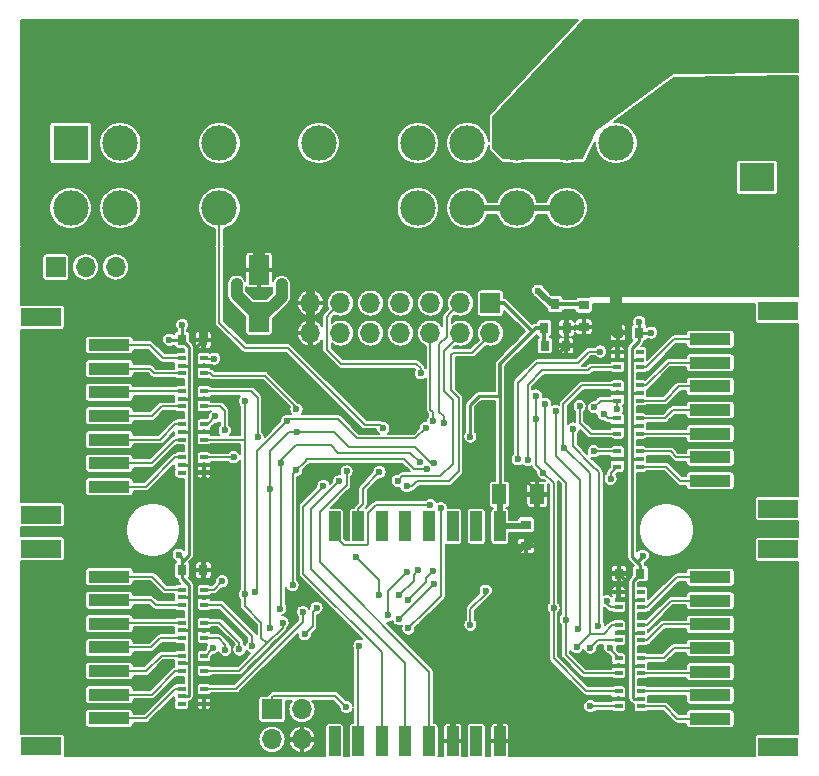
<source format=gbr>
G04 #@! TF.GenerationSoftware,KiCad,Pcbnew,(5.1.2)-2*
G04 #@! TF.CreationDate,2019-09-22T20:07:18+01:00*
G04 #@! TF.ProjectId,LEDPanelControllerV2,4c454450-616e-4656-9c43-6f6e74726f6c,rev?*
G04 #@! TF.SameCoordinates,Original*
G04 #@! TF.FileFunction,Copper,L2,Bot*
G04 #@! TF.FilePolarity,Positive*
%FSLAX46Y46*%
G04 Gerber Fmt 4.6, Leading zero omitted, Abs format (unit mm)*
G04 Created by KiCad (PCBNEW (5.1.2)-2) date 2019-09-22 20:07:18*
%MOMM*%
%LPD*%
G04 APERTURE LIST*
%ADD10R,1.700000X2.500000*%
%ADD11R,1.000000X2.500000*%
%ADD12R,0.800000X0.900000*%
%ADD13R,0.650000X0.400000*%
%ADD14R,0.900000X0.800000*%
%ADD15R,1.700000X1.700000*%
%ADD16O,1.700000X1.700000*%
%ADD17R,3.000000X2.350000*%
%ADD18O,3.000000X2.350000*%
%ADD19R,3.000000X3.000000*%
%ADD20C,3.000000*%
%ADD21R,3.500000X1.000000*%
%ADD22R,3.400000X1.500000*%
%ADD23R,1.200000X1.700000*%
%ADD24C,0.600000*%
%ADD25C,0.500000*%
%ADD26C,0.800000*%
%ADD27C,0.200000*%
%ADD28C,0.250000*%
%ADD29C,1.000000*%
%ADD30C,0.300000*%
G04 APERTURE END LIST*
D10*
X133900000Y-77000000D03*
X133900000Y-81000000D03*
D11*
X154300000Y-116900000D03*
X152300000Y-116900000D03*
X150300000Y-116900000D03*
X148300000Y-116900000D03*
X146300000Y-116900000D03*
X144300000Y-116900000D03*
X142300000Y-116900000D03*
X140300000Y-116900000D03*
X140300000Y-98700000D03*
X142300000Y-98700000D03*
X144300000Y-98700000D03*
X146300000Y-98700000D03*
X148300000Y-98700000D03*
X150300000Y-98700000D03*
X152300000Y-98700000D03*
X154300000Y-98700000D03*
D12*
X159950000Y-81900000D03*
X158050000Y-81900000D03*
X159000000Y-79900000D03*
D13*
X164250000Y-85250000D03*
X164250000Y-83950000D03*
X166150000Y-84600000D03*
X164250000Y-84600000D03*
X166150000Y-83950000D03*
X166150000Y-85250000D03*
X164250000Y-88050000D03*
X164250000Y-86750000D03*
X166150000Y-87400000D03*
X164250000Y-87400000D03*
X166150000Y-86750000D03*
X166150000Y-88050000D03*
X164250000Y-90850000D03*
X164250000Y-89550000D03*
X166150000Y-90200000D03*
X164250000Y-90200000D03*
X166150000Y-89550000D03*
X166150000Y-90850000D03*
X164250000Y-93650000D03*
X164250000Y-92350000D03*
X166150000Y-93000000D03*
X164250000Y-93000000D03*
X166150000Y-92350000D03*
X166150000Y-93650000D03*
X164350000Y-105550000D03*
X164350000Y-104250000D03*
X166250000Y-104900000D03*
X164350000Y-104900000D03*
X166250000Y-104250000D03*
X166250000Y-105550000D03*
X164350000Y-108350000D03*
X164350000Y-107050000D03*
X166250000Y-107700000D03*
X164350000Y-107700000D03*
X166250000Y-107050000D03*
X166250000Y-108350000D03*
X164350000Y-111150000D03*
X164350000Y-109850000D03*
X166250000Y-110500000D03*
X164350000Y-110500000D03*
X166250000Y-109850000D03*
X166250000Y-111150000D03*
X164350000Y-113950000D03*
X164350000Y-112650000D03*
X166250000Y-113300000D03*
X164350000Y-113300000D03*
X166250000Y-112650000D03*
X166250000Y-113950000D03*
X129250000Y-112450000D03*
X129250000Y-113750000D03*
X127350000Y-113100000D03*
X129250000Y-113100000D03*
X127350000Y-113750000D03*
X127350000Y-112450000D03*
X129250000Y-90050000D03*
X129250000Y-91350000D03*
X127350000Y-90700000D03*
X129250000Y-90700000D03*
X127350000Y-91350000D03*
X127350000Y-90050000D03*
X129250000Y-109650000D03*
X129250000Y-110950000D03*
X127350000Y-110300000D03*
X129250000Y-110300000D03*
X127350000Y-110950000D03*
X127350000Y-109650000D03*
X129250000Y-92850000D03*
X129250000Y-94150000D03*
X127350000Y-93500000D03*
X129250000Y-93500000D03*
X127350000Y-94150000D03*
X127350000Y-92850000D03*
X129250000Y-87250000D03*
X129250000Y-88550000D03*
X127350000Y-87900000D03*
X129250000Y-87900000D03*
X127350000Y-88550000D03*
X127350000Y-87250000D03*
X129250000Y-104050000D03*
X129250000Y-105350000D03*
X127350000Y-104700000D03*
X129250000Y-104700000D03*
X127350000Y-105350000D03*
X127350000Y-104050000D03*
X129250000Y-106850000D03*
X129250000Y-108150000D03*
X127350000Y-107500000D03*
X129250000Y-107500000D03*
X127350000Y-108150000D03*
X127350000Y-106850000D03*
X129250000Y-84450000D03*
X129250000Y-85750000D03*
X127350000Y-85100000D03*
X129250000Y-85100000D03*
X127350000Y-85750000D03*
X127350000Y-84450000D03*
D14*
X161400000Y-81800000D03*
X161400000Y-80000000D03*
D12*
X159900000Y-83400000D03*
X158100000Y-83400000D03*
X164400000Y-102700000D03*
X166200000Y-102700000D03*
X164300000Y-82300000D03*
X166100000Y-82300000D03*
X129200000Y-102400000D03*
X127400000Y-102400000D03*
X129200000Y-82900000D03*
X127400000Y-82900000D03*
D15*
X153500000Y-79800000D03*
D16*
X153500000Y-82340000D03*
X150960000Y-79800000D03*
X150960000Y-82340000D03*
X148420000Y-79800000D03*
X148420000Y-82340000D03*
X145880000Y-79800000D03*
X145880000Y-82340000D03*
X143340000Y-79800000D03*
X143340000Y-82340000D03*
X140800000Y-79800000D03*
X140800000Y-82340000D03*
X138260000Y-79800000D03*
X138260000Y-82340000D03*
D17*
X176050000Y-58450000D03*
D18*
X176050000Y-62410000D03*
D19*
X117950000Y-66250000D03*
D20*
X122150000Y-66250000D03*
X126350000Y-66250000D03*
X130550000Y-66250000D03*
X134750000Y-66250000D03*
X138950000Y-66250000D03*
X143150000Y-66250000D03*
X147350000Y-66250000D03*
X151550000Y-66250000D03*
X155750000Y-66250000D03*
X159950000Y-66250000D03*
X164150000Y-66250000D03*
X117950000Y-71750000D03*
X122150000Y-71750000D03*
X126350000Y-71750000D03*
X130550000Y-71750000D03*
X134750000Y-71750000D03*
X138950000Y-71750000D03*
X143150000Y-71750000D03*
X147350000Y-71750000D03*
X151550000Y-71750000D03*
X155750000Y-71750000D03*
X159950000Y-71750000D03*
X164150000Y-71750000D03*
D15*
X135000000Y-114200000D03*
D16*
X137540000Y-114200000D03*
X135000000Y-116740000D03*
X137540000Y-116740000D03*
D15*
X116700000Y-76750000D03*
D16*
X119240000Y-76750000D03*
X121780000Y-76750000D03*
D21*
X121225000Y-95350000D03*
X121225000Y-93350000D03*
X121225000Y-91350000D03*
X121225000Y-89350000D03*
X121225000Y-87350000D03*
X121225000Y-85350000D03*
X121225000Y-83350000D03*
D22*
X115475000Y-97700000D03*
X115475000Y-81000000D03*
D23*
X157450000Y-96000000D03*
X154250000Y-96000000D03*
D14*
X156500000Y-100350000D03*
X156500000Y-98550000D03*
D21*
X172125000Y-103000000D03*
X172125000Y-105000000D03*
X172125000Y-107000000D03*
X172125000Y-109000000D03*
X172125000Y-111000000D03*
X172125000Y-113000000D03*
X172125000Y-115000000D03*
D22*
X177875000Y-100650000D03*
X177875000Y-117350000D03*
D21*
X172125000Y-82850000D03*
X172125000Y-84850000D03*
X172125000Y-86850000D03*
X172125000Y-88850000D03*
X172125000Y-90850000D03*
X172125000Y-92850000D03*
X172125000Y-94850000D03*
D22*
X177875000Y-80500000D03*
X177875000Y-97200000D03*
D21*
X121225000Y-114950000D03*
X121225000Y-112950000D03*
X121225000Y-110950000D03*
X121225000Y-108950000D03*
X121225000Y-106950000D03*
X121225000Y-104950000D03*
X121225000Y-102950000D03*
D22*
X115475000Y-117300000D03*
X115475000Y-100600000D03*
D17*
X176050000Y-69150000D03*
D18*
X176050000Y-73110000D03*
D24*
X147199999Y-96254321D03*
X150300000Y-96150000D03*
X145900000Y-93600000D03*
X144300000Y-95300000D03*
X129050000Y-114750000D03*
X129400000Y-101000000D03*
X130300000Y-82900000D03*
X164100000Y-101200000D03*
X163300000Y-82300000D03*
X164150000Y-81150000D03*
X129200000Y-81900000D03*
X155000000Y-91400000D03*
X154600000Y-73800000D03*
X155600000Y-73800000D03*
X156600000Y-73800000D03*
X157600000Y-73800000D03*
X154600000Y-74800000D03*
X155600000Y-74800000D03*
X156600000Y-74800000D03*
X157600000Y-74800000D03*
X155600000Y-75800000D03*
X156600000Y-75800000D03*
X157600000Y-75800000D03*
X156600000Y-76800000D03*
X157600000Y-76800000D03*
X158600000Y-73800000D03*
X158600000Y-74800000D03*
X158600000Y-75800000D03*
X158600000Y-76800000D03*
X152800000Y-73800000D03*
X151800000Y-73800000D03*
X150800000Y-73800000D03*
X149800000Y-73800000D03*
X152800000Y-74800000D03*
X151800000Y-74800000D03*
X150800000Y-74800000D03*
X149800000Y-74800000D03*
X152800000Y-75800000D03*
X151800000Y-75800000D03*
X150800000Y-75800000D03*
X149800000Y-75800000D03*
X152800000Y-76800000D03*
X153800000Y-76800000D03*
X151800000Y-76800000D03*
X150800000Y-76800000D03*
X149800000Y-76800000D03*
X157600000Y-77800000D03*
X158600000Y-77800000D03*
X159600000Y-77800000D03*
X159600000Y-76800000D03*
X159600000Y-75800000D03*
X159600000Y-74800000D03*
X159600000Y-73800000D03*
X148800000Y-73800000D03*
X148800000Y-74800000D03*
X148800000Y-75800000D03*
X148800000Y-76800000D03*
X147600000Y-85750000D03*
X141325000Y-94050000D03*
X140675000Y-94900000D03*
X139350000Y-95275000D03*
X145750000Y-106550000D03*
X148700000Y-103600000D03*
X149300000Y-97150000D03*
X146550000Y-107350000D03*
X142400000Y-108800000D03*
X144800000Y-106250000D03*
X146450000Y-102550000D03*
X145650000Y-94850000D03*
X146400000Y-95300000D03*
X144100000Y-94100000D03*
X148400000Y-96900000D03*
X127100000Y-101100000D03*
X126300000Y-82900000D03*
X166400000Y-101200000D03*
X167100000Y-82300000D03*
X166100000Y-81400000D03*
X127400000Y-81650000D03*
X132000000Y-79100000D03*
X132000000Y-78200000D03*
X135808746Y-78208746D03*
X149550000Y-89950000D03*
X148650000Y-89800000D03*
X148750000Y-93300000D03*
X134800000Y-95550000D03*
X137075000Y-88800000D03*
X137125000Y-90675000D03*
X133325000Y-108875000D03*
X134825000Y-107350000D03*
X158850000Y-105600000D03*
X157350000Y-89600000D03*
X157350000Y-87625000D03*
X162250000Y-92325000D03*
X157987500Y-94162500D03*
X147500000Y-93250000D03*
X135775000Y-93325000D03*
X133775000Y-91175000D03*
X132250000Y-109125000D03*
X135700000Y-105675000D03*
X159875000Y-106600000D03*
X161050000Y-88525000D03*
X158150000Y-88350000D03*
X148100000Y-93850000D03*
X131000000Y-90575000D03*
X137062500Y-93937500D03*
X131050000Y-109150000D03*
X136750000Y-103675000D03*
X163625000Y-108975000D03*
X163075000Y-89200000D03*
X160500000Y-90425000D03*
X162625000Y-107174999D03*
X145750000Y-104550000D03*
X147400000Y-102400000D03*
X132700000Y-88100000D03*
X132700000Y-104450000D03*
X135900000Y-106850000D03*
X160800000Y-108925000D03*
X159750000Y-92050000D03*
X148050000Y-90350000D03*
X130200000Y-89400000D03*
X136262500Y-89787500D03*
X130000000Y-109000000D03*
X133550000Y-104225000D03*
X161950000Y-108975000D03*
X164225000Y-88800000D03*
X162275000Y-88625000D03*
X159025000Y-88950000D03*
X160925000Y-107375000D03*
X130100000Y-84500000D03*
X131750000Y-92850000D03*
X138775000Y-105600000D03*
X137775000Y-107850000D03*
X130775000Y-103350000D03*
X137625000Y-105950000D03*
X155800000Y-93025000D03*
X162775000Y-83900000D03*
X163675000Y-94675000D03*
X156650000Y-93100000D03*
X151800000Y-107050000D03*
X153100000Y-104150000D03*
X161950000Y-113925000D03*
X163325000Y-105025000D03*
X157525000Y-78750000D03*
X142150000Y-101300000D03*
X144100000Y-104550000D03*
X141300000Y-114000000D03*
X151800000Y-91100000D03*
X148600000Y-102500000D03*
X146500000Y-104900000D03*
X144425000Y-90400000D03*
D25*
X154300000Y-115150000D02*
X154300000Y-116900000D01*
X153450000Y-114300000D02*
X154300000Y-115150000D01*
X150300000Y-115100000D02*
X151100000Y-114300000D01*
X150300000Y-116900000D02*
X150300000Y-115100000D01*
X152700000Y-114300000D02*
X153450000Y-114300000D01*
X151100000Y-114300000D02*
X152700000Y-114300000D01*
D26*
X165510000Y-73110000D02*
X164150000Y-71750000D01*
X171490000Y-64670000D02*
X171490000Y-73110000D01*
X173750000Y-62410000D02*
X171490000Y-64670000D01*
X176050000Y-62410000D02*
X173750000Y-62410000D01*
X176050000Y-73110000D02*
X171490000Y-73110000D01*
X171490000Y-73110000D02*
X165510000Y-73110000D01*
X144649999Y-70250001D02*
X143150000Y-71750000D01*
X145250001Y-69649999D02*
X144649999Y-70250001D01*
X162049999Y-69649999D02*
X145250001Y-69649999D01*
X164150000Y-71750000D02*
X162049999Y-69649999D01*
X143150000Y-71750000D02*
X138950000Y-71750000D01*
X138950000Y-71750000D02*
X134750000Y-71750000D01*
X143150000Y-66250000D02*
X143150000Y-71750000D01*
X134750000Y-66250000D02*
X134750000Y-71750000D01*
X126350000Y-66250000D02*
X126350000Y-71750000D01*
D27*
X147199999Y-96254321D02*
X150195679Y-96254321D01*
X150195679Y-96254321D02*
X150300000Y-96150000D01*
D25*
X156250000Y-100350000D02*
X156500000Y-100350000D01*
X154350000Y-102250000D02*
X156250000Y-100350000D01*
X154350000Y-104600000D02*
X154350000Y-102250000D01*
X152700000Y-114300000D02*
X152700000Y-106250000D01*
X152700000Y-106250000D02*
X154350000Y-104600000D01*
D27*
X146166319Y-96254321D02*
X144900000Y-94988002D01*
X147199999Y-96254321D02*
X146166319Y-96254321D01*
X144900000Y-94988002D02*
X144900000Y-94600000D01*
X144900000Y-94600000D02*
X145900000Y-93600000D01*
D25*
X157450000Y-99400000D02*
X157450000Y-96000000D01*
X156500000Y-100350000D02*
X157450000Y-99400000D01*
D27*
X144888001Y-95000001D02*
X144900000Y-94988002D01*
X144599999Y-95000001D02*
X144888001Y-95000001D01*
X144300000Y-95300000D02*
X144599999Y-95000001D01*
D28*
X129200000Y-101700000D02*
X129200000Y-102400000D01*
X129200000Y-82900000D02*
X129200000Y-82950000D01*
X129200000Y-82950000D02*
X128599999Y-83550001D01*
X128675000Y-113100000D02*
X129250000Y-113100000D01*
X128599999Y-113024999D02*
X128675000Y-113100000D01*
X129200000Y-102400000D02*
X129200000Y-103100000D01*
X129200000Y-103100000D02*
X128599999Y-103700001D01*
X129250000Y-113100000D02*
X129250000Y-113750000D01*
X129250000Y-114550000D02*
X129050000Y-114750000D01*
X129250000Y-113750000D02*
X129250000Y-114550000D01*
X129400000Y-101000000D02*
X128950000Y-101450000D01*
X128599999Y-101099999D02*
X128950000Y-101450000D01*
X128950000Y-101450000D02*
X129200000Y-101700000D01*
X130300000Y-82900000D02*
X129200000Y-82900000D01*
X128599999Y-85175001D02*
X128599999Y-85199999D01*
X128675000Y-85100000D02*
X128599999Y-85175001D01*
X129250000Y-85100000D02*
X128675000Y-85100000D01*
X128599999Y-83550001D02*
X128599999Y-85199999D01*
X128675000Y-87900000D02*
X129250000Y-87900000D01*
X128599999Y-87900001D02*
X128675000Y-87900000D01*
X128599999Y-85199999D02*
X128599999Y-87900001D01*
X128674999Y-90700001D02*
X128599999Y-90700001D01*
X129250000Y-90700000D02*
X128674999Y-90700001D01*
X128599999Y-87900001D02*
X128599999Y-90700001D01*
X128674999Y-93500001D02*
X128599999Y-93500001D01*
X129250000Y-93500000D02*
X128674999Y-93500001D01*
X128599999Y-90700001D02*
X128599999Y-93500001D01*
X128599999Y-93500001D02*
X128599999Y-101099999D01*
X129250000Y-94150000D02*
X129250000Y-93500000D01*
X128674999Y-104699999D02*
X128599999Y-104699999D01*
X129250000Y-104700000D02*
X128674999Y-104699999D01*
X128599999Y-103700001D02*
X128599999Y-104699999D01*
X128674999Y-107500001D02*
X128599999Y-107500001D01*
X129250000Y-107500000D02*
X128674999Y-107500001D01*
X128599999Y-104699999D02*
X128599999Y-107500001D01*
X128674999Y-110300001D02*
X128599999Y-110300001D01*
X129250000Y-110300000D02*
X128674999Y-110300001D01*
X128599999Y-107500001D02*
X128599999Y-110300001D01*
X128599999Y-110300001D02*
X128599999Y-113024999D01*
X164400000Y-102000000D02*
X164400000Y-102700000D01*
X164900001Y-101499999D02*
X164400000Y-102000000D01*
X164300000Y-82300000D02*
X164300000Y-83000000D01*
X164300000Y-83000000D02*
X164900001Y-83600001D01*
X164925000Y-113300000D02*
X164350000Y-113300000D01*
X165000001Y-113224999D02*
X164925000Y-113300000D01*
X164400000Y-102700000D02*
X164400000Y-102750000D01*
X164400000Y-102750000D02*
X165000001Y-103350001D01*
X164100000Y-101200000D02*
X164650000Y-101750000D01*
X163300000Y-82300000D02*
X164300000Y-82300000D01*
X164250000Y-83950000D02*
X164250000Y-84600000D01*
X164900001Y-84524999D02*
X164900001Y-84499999D01*
X164825000Y-84600000D02*
X164900001Y-84524999D01*
X164250000Y-84600000D02*
X164825000Y-84600000D01*
X164900001Y-83600001D02*
X164900001Y-84499999D01*
X164825001Y-87400001D02*
X164900001Y-87400001D01*
X164250000Y-87400000D02*
X164825001Y-87400001D01*
X164900001Y-84499999D02*
X164900001Y-87400001D01*
X164900001Y-90124999D02*
X164900001Y-90099999D01*
X164825000Y-90200000D02*
X164900001Y-90124999D01*
X164250000Y-90200000D02*
X164825000Y-90200000D01*
X164900001Y-87400001D02*
X164900001Y-90099999D01*
X164900001Y-92924999D02*
X164900001Y-92899999D01*
X164825000Y-93000000D02*
X164900001Y-92924999D01*
X164250000Y-93000000D02*
X164825000Y-93000000D01*
X164900001Y-90099999D02*
X164900001Y-92899999D01*
X164900001Y-92899999D02*
X164900001Y-101499999D01*
X164925001Y-104899999D02*
X165000001Y-104899999D01*
X164350000Y-104900000D02*
X164925001Y-104899999D01*
X165000001Y-103350001D02*
X165000001Y-104899999D01*
X164350000Y-104250000D02*
X164350000Y-104900000D01*
X164925001Y-107700001D02*
X165000001Y-107700001D01*
X164350000Y-107700000D02*
X164925001Y-107700001D01*
X165000001Y-104899999D02*
X165000001Y-107700001D01*
X164925001Y-110500001D02*
X165000001Y-110500001D01*
X164350000Y-110500000D02*
X164925001Y-110500001D01*
X165000001Y-107700001D02*
X165000001Y-110500001D01*
X165000001Y-110500001D02*
X165000001Y-113224999D01*
D29*
X164150000Y-82150000D02*
X164300000Y-82300000D01*
X164150000Y-71750000D02*
X164150000Y-81150000D01*
X164150000Y-81150000D02*
X164150000Y-82150000D01*
D26*
X126350000Y-71750000D02*
X126350000Y-77350000D01*
X126350000Y-77350000D02*
X129200000Y-80200000D01*
X129200000Y-80200000D02*
X129200000Y-81900000D01*
X129200000Y-81900000D02*
X129200000Y-82900000D01*
X138260000Y-82340000D02*
X138260000Y-79800000D01*
X138260000Y-79800000D02*
X138260000Y-75140000D01*
X138950000Y-74450000D02*
X138950000Y-71750000D01*
X138260000Y-75140000D02*
X138950000Y-74450000D01*
D28*
X155000000Y-89100000D02*
X155000000Y-85400000D01*
X155000000Y-91400000D02*
X155000000Y-89100000D01*
D30*
X155000000Y-91400000D02*
X155000000Y-85400000D01*
X159950000Y-83350000D02*
X159900000Y-83400000D01*
X159950000Y-81900000D02*
X159950000Y-83350000D01*
X161300000Y-81900000D02*
X161400000Y-81800000D01*
X159950000Y-81900000D02*
X161300000Y-81900000D01*
X156199999Y-84200001D02*
X155000000Y-85400000D01*
X159149999Y-84200001D02*
X156199999Y-84200001D01*
X159900000Y-83400000D02*
X159900000Y-83450000D01*
X159900000Y-83450000D02*
X159149999Y-84200001D01*
X162800000Y-81800000D02*
X163300000Y-82300000D01*
X161400000Y-81800000D02*
X162800000Y-81800000D01*
X164000000Y-82300000D02*
X164150000Y-82150000D01*
X163300000Y-82300000D02*
X164000000Y-82300000D01*
D28*
X157450000Y-96000000D02*
X157450000Y-95750000D01*
X155000000Y-93250000D02*
X155000000Y-91400000D01*
X155000000Y-93300000D02*
X157450000Y-95750000D01*
X155000000Y-93250000D02*
X155000000Y-93300000D01*
D25*
X133900000Y-72600000D02*
X134750000Y-71750000D01*
D29*
X133900000Y-77000000D02*
X133900000Y-72600000D01*
D27*
X124325000Y-95350000D02*
X121225000Y-95350000D01*
X127350000Y-92850000D02*
X126825000Y-92850000D01*
X126825000Y-92850000D02*
X124325000Y-95350000D01*
X123175000Y-93350000D02*
X121225000Y-93350000D01*
X124825000Y-93350000D02*
X123175000Y-93350000D01*
X127350000Y-91350000D02*
X126825000Y-91350000D01*
X126825000Y-91350000D02*
X124825000Y-93350000D01*
X123175000Y-91350000D02*
X121225000Y-91350000D01*
X125525000Y-91350000D02*
X123175000Y-91350000D01*
X127350000Y-90050000D02*
X126825000Y-90050000D01*
X126825000Y-90050000D02*
X125525000Y-91350000D01*
X127350000Y-88550000D02*
X125650000Y-88550000D01*
X124850000Y-89350000D02*
X121225000Y-89350000D01*
X125650000Y-88550000D02*
X124850000Y-89350000D01*
X121325000Y-87250000D02*
X121225000Y-87350000D01*
X127350000Y-87250000D02*
X121325000Y-87250000D01*
X127350000Y-85750000D02*
X125050000Y-85750000D01*
X124650000Y-85350000D02*
X121225000Y-85350000D01*
X125050000Y-85750000D02*
X124650000Y-85350000D01*
X127350000Y-84450000D02*
X125750000Y-84450000D01*
X124650000Y-83350000D02*
X121225000Y-83350000D01*
X125750000Y-84450000D02*
X124650000Y-83350000D01*
X121225000Y-114950000D02*
X122475000Y-114950000D01*
X123175000Y-114950000D02*
X121225000Y-114950000D01*
X124325000Y-114950000D02*
X123175000Y-114950000D01*
X127350000Y-112450000D02*
X126825000Y-112450000D01*
X126825000Y-112450000D02*
X124325000Y-114950000D01*
X123175000Y-112950000D02*
X121225000Y-112950000D01*
X124825000Y-112950000D02*
X123175000Y-112950000D01*
X127350000Y-110950000D02*
X126825000Y-110950000D01*
X126825000Y-110950000D02*
X124825000Y-112950000D01*
X172125000Y-82850000D02*
X170875000Y-82850000D01*
X170175000Y-82850000D02*
X172125000Y-82850000D01*
X169075000Y-82850000D02*
X170175000Y-82850000D01*
X166150000Y-85250000D02*
X166675000Y-85250000D01*
X166675000Y-85250000D02*
X169075000Y-82850000D01*
X170175000Y-84850000D02*
X172125000Y-84850000D01*
X168575000Y-84850000D02*
X170175000Y-84850000D01*
X166150000Y-86750000D02*
X166675000Y-86750000D01*
X166675000Y-86750000D02*
X168575000Y-84850000D01*
X166150000Y-88050000D02*
X168250000Y-88050000D01*
X169450000Y-86850000D02*
X172125000Y-86850000D01*
X168250000Y-88050000D02*
X169450000Y-86850000D01*
X166150000Y-89550000D02*
X168250000Y-89550000D01*
X168950000Y-88850000D02*
X172125000Y-88850000D01*
X168250000Y-89550000D02*
X168950000Y-88850000D01*
X172125000Y-90850000D02*
X170875000Y-90850000D01*
X166675000Y-90850000D02*
X172125000Y-90850000D01*
X166150000Y-90850000D02*
X166675000Y-90850000D01*
X166150000Y-92350000D02*
X168750000Y-92350000D01*
X169250000Y-92850000D02*
X172125000Y-92850000D01*
X168750000Y-92350000D02*
X169250000Y-92850000D01*
X166150000Y-93650000D02*
X168350000Y-93650000D01*
X169550000Y-94850000D02*
X172125000Y-94850000D01*
X168350000Y-93650000D02*
X169550000Y-94850000D01*
X127350000Y-109650000D02*
X125650000Y-109650000D01*
X124350000Y-110950000D02*
X121225000Y-110950000D01*
X125650000Y-109650000D02*
X124350000Y-110950000D01*
X127350000Y-108150000D02*
X125550000Y-108150000D01*
X124750000Y-108950000D02*
X121225000Y-108950000D01*
X125550000Y-108150000D02*
X124750000Y-108950000D01*
X121325000Y-106850000D02*
X121225000Y-106950000D01*
X127350000Y-106850000D02*
X121325000Y-106850000D01*
X127350000Y-105350000D02*
X125150000Y-105350000D01*
X124750000Y-104950000D02*
X121225000Y-104950000D01*
X125150000Y-105350000D02*
X124750000Y-104950000D01*
X127350000Y-104050000D02*
X125950000Y-104050000D01*
X124850000Y-102950000D02*
X121225000Y-102950000D01*
X125950000Y-104050000D02*
X124850000Y-102950000D01*
X170175000Y-103000000D02*
X172125000Y-103000000D01*
X169325000Y-103000000D02*
X170175000Y-103000000D01*
X166250000Y-105550000D02*
X166775000Y-105550000D01*
X166775000Y-105550000D02*
X169325000Y-103000000D01*
X170175000Y-105000000D02*
X172125000Y-105000000D01*
X168825000Y-105000000D02*
X170175000Y-105000000D01*
X166250000Y-107050000D02*
X166775000Y-107050000D01*
X166775000Y-107050000D02*
X168825000Y-105000000D01*
X172125000Y-107000000D02*
X170875000Y-107000000D01*
X170175000Y-107000000D02*
X172125000Y-107000000D01*
X168125000Y-107000000D02*
X170175000Y-107000000D01*
X166250000Y-108350000D02*
X166775000Y-108350000D01*
X166775000Y-108350000D02*
X168125000Y-107000000D01*
X166250000Y-109850000D02*
X168150000Y-109850000D01*
X169000000Y-109000000D02*
X172125000Y-109000000D01*
X168150000Y-109850000D02*
X169000000Y-109000000D01*
X171975000Y-111150000D02*
X172125000Y-111000000D01*
X166250000Y-111150000D02*
X171975000Y-111150000D01*
X172125000Y-113000000D02*
X170875000Y-113000000D01*
X171775000Y-112650000D02*
X172125000Y-113000000D01*
X166250000Y-112650000D02*
X171775000Y-112650000D01*
X166250000Y-113950000D02*
X168250000Y-113950000D01*
X169300000Y-115000000D02*
X172125000Y-115000000D01*
X168250000Y-113950000D02*
X169300000Y-115000000D01*
X139950001Y-80649999D02*
X140800000Y-79800000D01*
X147600000Y-85750000D02*
X147600000Y-85325736D01*
X147600000Y-85325736D02*
X147224264Y-84950000D01*
X147224264Y-84950000D02*
X140850000Y-84950000D01*
X140850000Y-84950000D02*
X139649999Y-83749999D01*
X139649999Y-83749999D02*
X139649999Y-80950001D01*
X139649999Y-80950001D02*
X139950001Y-80649999D01*
X148300000Y-111000000D02*
X148300000Y-116900000D01*
X139050000Y-101750000D02*
X148300000Y-111000000D01*
X139050000Y-97500000D02*
X139050000Y-101750000D01*
X141325000Y-95225000D02*
X141012500Y-95537500D01*
X141325000Y-94050000D02*
X141325000Y-95225000D01*
X141012500Y-95537500D02*
X139050000Y-97500000D01*
X146300000Y-110300000D02*
X146300000Y-116900000D01*
X138300000Y-102300000D02*
X146300000Y-110300000D01*
X138300000Y-97275000D02*
X140675000Y-94900000D01*
X138300000Y-97600000D02*
X138300000Y-97275000D01*
X138300000Y-97600000D02*
X138300000Y-102300000D01*
X139150000Y-95550000D02*
X137650000Y-97050000D01*
X137650000Y-97050000D02*
X137650000Y-102700000D01*
X144300000Y-109350000D02*
X144300000Y-116900000D01*
X137650000Y-102700000D02*
X144300000Y-109350000D01*
X139150000Y-95475000D02*
X139150000Y-95550000D01*
X139350000Y-95275000D02*
X139150000Y-95475000D01*
X145750000Y-106550000D02*
X147200000Y-105100000D01*
X146800000Y-105500000D02*
X147200000Y-105100000D01*
X147200000Y-105100000D02*
X147550000Y-104750000D01*
X148700000Y-103600000D02*
X147625000Y-104675000D01*
X147550000Y-104750000D02*
X147625000Y-104675000D01*
X149300000Y-104600000D02*
X149300000Y-97150000D01*
X146550000Y-107350000D02*
X147925000Y-105975000D01*
X147600000Y-106300000D02*
X147925000Y-105975000D01*
X147925000Y-105975000D02*
X149300000Y-104600000D01*
X142300000Y-116900000D02*
X142300000Y-108900000D01*
X142300000Y-108900000D02*
X142400000Y-108800000D01*
X146450000Y-102550000D02*
X144800000Y-104200000D01*
X144800000Y-104200000D02*
X144800000Y-106250000D01*
X145650000Y-94850000D02*
X146049999Y-94450001D01*
X146049999Y-94450001D02*
X149249999Y-94450001D01*
X149569001Y-83830999D02*
X151310000Y-82090000D01*
X149249999Y-94450001D02*
X150300000Y-93400000D01*
X150300000Y-93400000D02*
X150300000Y-88011998D01*
X150300000Y-88011998D02*
X149569001Y-87280999D01*
X149569001Y-87280999D02*
X149569001Y-83830999D01*
X151940000Y-84000000D02*
X153850000Y-82090000D01*
X150350000Y-84000000D02*
X151940000Y-84000000D01*
X150150000Y-84200000D02*
X150350000Y-84000000D01*
X150150000Y-87200000D02*
X150150000Y-84200000D01*
X146400000Y-95300000D02*
X146861998Y-95300000D01*
X146861998Y-95300000D02*
X147261998Y-94900000D01*
X147261998Y-94900000D02*
X149950000Y-94900000D01*
X150800000Y-94050000D02*
X150800000Y-87850000D01*
X149950000Y-94900000D02*
X150800000Y-94050000D01*
X150800000Y-87850000D02*
X150150000Y-87200000D01*
X142300000Y-97250000D02*
X142700000Y-96850000D01*
X142300000Y-98700000D02*
X142300000Y-97250000D01*
X142700000Y-96850000D02*
X142700000Y-95500000D01*
X142700000Y-95500000D02*
X144100000Y-94100000D01*
X141100001Y-100250001D02*
X140300000Y-99450000D01*
X143800000Y-96900000D02*
X148400000Y-96900000D01*
X143800000Y-96900000D02*
X143100001Y-97599999D01*
X143100001Y-97599999D02*
X143100001Y-100190001D01*
X140300000Y-99450000D02*
X140300000Y-98700000D01*
X143100001Y-100190001D02*
X143040001Y-100250001D01*
X143040001Y-100250001D02*
X141100001Y-100250001D01*
D28*
X127400000Y-101700000D02*
X127400000Y-102400000D01*
X128000001Y-101099999D02*
X127400000Y-101700000D01*
X127400000Y-82900000D02*
X127400000Y-82950000D01*
X127400000Y-82950000D02*
X128000001Y-83550001D01*
X127925000Y-113100000D02*
X127350000Y-113100000D01*
X128000001Y-113024999D02*
X127925000Y-113100000D01*
X127400000Y-102400000D02*
X127400000Y-103100000D01*
X127400000Y-103100000D02*
X128000001Y-103700001D01*
X127400000Y-101700000D02*
X127400000Y-101400000D01*
X127400000Y-101400000D02*
X127100000Y-101100000D01*
X127400000Y-82900000D02*
X126300000Y-82900000D01*
X127925001Y-85099999D02*
X128000001Y-85099999D01*
X127350000Y-85100000D02*
X127925001Y-85099999D01*
X128000001Y-83550001D02*
X128000001Y-85099999D01*
X127350000Y-87900000D02*
X127900000Y-87900000D01*
X128000001Y-90624999D02*
X128000001Y-90599999D01*
X127925000Y-90700000D02*
X128000001Y-90624999D01*
X127350000Y-90700000D02*
X127925000Y-90700000D01*
X128000001Y-87824999D02*
X128000001Y-87799999D01*
X127925000Y-87900000D02*
X128000001Y-87824999D01*
X127350000Y-87900000D02*
X127925000Y-87900000D01*
X128000001Y-85099999D02*
X128000001Y-87799999D01*
X128000001Y-87799999D02*
X128000001Y-90599999D01*
X127925001Y-93500001D02*
X128000001Y-93500001D01*
X127350000Y-93500000D02*
X127925001Y-93500001D01*
X128000001Y-90599999D02*
X128000001Y-93500001D01*
X128000001Y-93500001D02*
X128000001Y-101099999D01*
X127925001Y-104700001D02*
X128000001Y-104700001D01*
X127350000Y-104700000D02*
X127925001Y-104700001D01*
X128000001Y-103700001D02*
X128000001Y-104700001D01*
X127925001Y-107499999D02*
X128000001Y-107499999D01*
X127350000Y-107500000D02*
X127925001Y-107499999D01*
X128000001Y-104700001D02*
X128000001Y-107499999D01*
X127925001Y-110300001D02*
X128000001Y-110300001D01*
X127350000Y-110300000D02*
X127925001Y-110300001D01*
X128000001Y-107499999D02*
X128000001Y-110300001D01*
X128000001Y-110300001D02*
X128000001Y-113024999D01*
X166100000Y-83000000D02*
X166100000Y-82300000D01*
X165499999Y-83600001D02*
X166100000Y-83000000D01*
X166200000Y-102700000D02*
X166200000Y-102000000D01*
X165675000Y-113300000D02*
X166250000Y-113300000D01*
X165599999Y-113224999D02*
X165675000Y-113300000D01*
X166200000Y-102700000D02*
X166200000Y-102750000D01*
X166200000Y-102750000D02*
X165599999Y-103350001D01*
X165900000Y-101700000D02*
X166400000Y-101200000D01*
X165900000Y-101700000D02*
X165499999Y-101299999D01*
X166200000Y-102000000D02*
X165900000Y-101700000D01*
X166100000Y-82300000D02*
X167100000Y-82300000D01*
X165574999Y-84599999D02*
X165499999Y-84599999D01*
X166150000Y-84600000D02*
X165574999Y-84599999D01*
X165499999Y-84599999D02*
X165499999Y-83600001D01*
X165574999Y-87400001D02*
X165499999Y-87400001D01*
X166150000Y-87400000D02*
X165574999Y-87400001D01*
X165499999Y-87400001D02*
X165499999Y-84599999D01*
X165499999Y-90275001D02*
X165499999Y-90300001D01*
X165575000Y-90200000D02*
X165499999Y-90275001D01*
X166150000Y-90200000D02*
X165575000Y-90200000D01*
X165499999Y-90300001D02*
X165499999Y-87400001D01*
X165574999Y-93000001D02*
X165499999Y-93000001D01*
X166150000Y-93000000D02*
X165574999Y-93000001D01*
X165499999Y-101299999D02*
X165499999Y-93000001D01*
X165499999Y-93000001D02*
X165499999Y-90300001D01*
X165674999Y-104899999D02*
X165599999Y-104899999D01*
X166250000Y-104900000D02*
X165674999Y-104899999D01*
X165599999Y-103350001D02*
X165599999Y-104899999D01*
X165674999Y-107700001D02*
X165599999Y-107700001D01*
X166250000Y-107700000D02*
X165674999Y-107700001D01*
X165599999Y-104899999D02*
X165599999Y-107700001D01*
X165599999Y-110424999D02*
X165599999Y-110400001D01*
X165675000Y-110500000D02*
X165599999Y-110424999D01*
X166250000Y-110500000D02*
X165675000Y-110500000D01*
X165599999Y-107700001D02*
X165599999Y-110400001D01*
X165599999Y-110400001D02*
X165599999Y-113224999D01*
X166100000Y-82300000D02*
X166100000Y-81400000D01*
X127400000Y-82900000D02*
X127400000Y-81650000D01*
D29*
X133900000Y-81000000D02*
X132000000Y-79100000D01*
X132000000Y-79100000D02*
X132000000Y-78200000D01*
X133900000Y-81000000D02*
X134100000Y-81000000D01*
X135808746Y-79291254D02*
X135808746Y-78208746D01*
X134100000Y-81000000D02*
X135808746Y-79291254D01*
D25*
X151550000Y-71750000D02*
X155750000Y-71750000D01*
X155750000Y-71750000D02*
X159950000Y-71750000D01*
D27*
X150110001Y-80649999D02*
X150960000Y-79800000D01*
X149809999Y-80950001D02*
X150110001Y-80649999D01*
X149809999Y-82652003D02*
X149809999Y-80950001D01*
X149168991Y-83293011D02*
X149809999Y-82652003D01*
X149168991Y-89003292D02*
X149168991Y-83293011D01*
X149550000Y-89384301D02*
X149168991Y-89003292D01*
X149550000Y-89950000D02*
X149550000Y-89384301D01*
X148650000Y-89800000D02*
X148650000Y-89050000D01*
X148420000Y-88820000D02*
X148420000Y-82340000D01*
X148650000Y-89050000D02*
X148420000Y-88820000D01*
X147088002Y-91950000D02*
X148438002Y-93300000D01*
X148600000Y-93300000D02*
X148750000Y-93300000D01*
X148438002Y-93300000D02*
X148600000Y-93300000D01*
X142050000Y-91950000D02*
X141550000Y-91950000D01*
X142050000Y-91950000D02*
X147088002Y-91950000D01*
X141550000Y-91950000D02*
X140275000Y-90675000D01*
X140275000Y-90675000D02*
X137300000Y-90675000D01*
X136450000Y-90675000D02*
X134800000Y-92325000D01*
X134800000Y-95550000D02*
X134800000Y-102700000D01*
X134800000Y-92325000D02*
X134800000Y-95550000D01*
X129775000Y-85750000D02*
X129975000Y-85950000D01*
X129250000Y-85750000D02*
X129775000Y-85750000D01*
X129975000Y-85950000D02*
X134400000Y-85950000D01*
X134400000Y-85950000D02*
X137075000Y-88625000D01*
X137075000Y-88625000D02*
X137075000Y-88800000D01*
X137300000Y-90675000D02*
X137125000Y-90675000D01*
X137125000Y-90675000D02*
X136450000Y-90675000D01*
X129250000Y-105350000D02*
X130700000Y-105350000D01*
X133325000Y-107975000D02*
X130762500Y-105412500D01*
X133325000Y-108350000D02*
X133325000Y-107975000D01*
X130700000Y-105350000D02*
X130762500Y-105412500D01*
X133325000Y-108350000D02*
X133325000Y-108875000D01*
X134800000Y-102700000D02*
X134800000Y-107325000D01*
X134800000Y-107325000D02*
X134825000Y-107350000D01*
X162075000Y-112650000D02*
X161625000Y-112650000D01*
X164350000Y-112650000D02*
X162075000Y-112650000D01*
X161625000Y-112650000D02*
X158850000Y-109875000D01*
X158850000Y-109875000D02*
X158850000Y-106525000D01*
X158850000Y-106525000D02*
X158850000Y-105600000D01*
X158850000Y-105600000D02*
X158850000Y-95025000D01*
X157350000Y-89600000D02*
X157350000Y-87625000D01*
X157350000Y-93525000D02*
X157750000Y-93925000D01*
X157350000Y-92675000D02*
X157350000Y-93525000D01*
X157350000Y-89600000D02*
X157350000Y-92675000D01*
X164250000Y-92350000D02*
X162275000Y-92350000D01*
X162275000Y-92350000D02*
X162250000Y-92325000D01*
X157750000Y-93925000D02*
X157987500Y-94162500D01*
X157987500Y-94162500D02*
X158850000Y-95025000D01*
X146700000Y-92450000D02*
X147500000Y-93250000D01*
X129775000Y-87250000D02*
X129800000Y-87275000D01*
X129250000Y-87250000D02*
X129775000Y-87250000D01*
X129800000Y-87275000D02*
X132700000Y-87275000D01*
X140900000Y-92450000D02*
X140600000Y-92450000D01*
X140900000Y-92450000D02*
X146700000Y-92450000D01*
X140600000Y-92450000D02*
X140000000Y-91850000D01*
X138300000Y-91850000D02*
X137050000Y-91850000D01*
X140000000Y-91850000D02*
X138300000Y-91850000D01*
X137050000Y-91850000D02*
X135775000Y-93125000D01*
X135775000Y-93325000D02*
X135775000Y-102850000D01*
X135775000Y-93125000D02*
X135775000Y-93325000D01*
X132700000Y-87275000D02*
X133250000Y-87275000D01*
X133250000Y-87275000D02*
X133775000Y-87800000D01*
X133775000Y-87800000D02*
X133775000Y-89625000D01*
X133775000Y-89625000D02*
X133775000Y-91175000D01*
X129250000Y-106850000D02*
X129775000Y-106850000D01*
X129775000Y-106850000D02*
X130550000Y-106850000D01*
X130550000Y-106850000D02*
X132250000Y-108550000D01*
X132250000Y-108550000D02*
X132250000Y-109125000D01*
X135775000Y-102850000D02*
X135775000Y-105600000D01*
X135775000Y-105600000D02*
X135700000Y-105675000D01*
X161450000Y-111150000D02*
X159875000Y-109575000D01*
X164350000Y-111150000D02*
X161450000Y-111150000D01*
X159875000Y-109575000D02*
X159875000Y-106675000D01*
X159875000Y-106675000D02*
X159875000Y-106600000D01*
X163725000Y-90850000D02*
X164250000Y-90850000D01*
X161050000Y-88525000D02*
X161050000Y-89925000D01*
X161975000Y-90850000D02*
X163275000Y-90850000D01*
X161050000Y-89925000D02*
X161975000Y-90850000D01*
X163275000Y-90850000D02*
X163725000Y-90850000D01*
X158150000Y-93225000D02*
X158150000Y-88350000D01*
X159875000Y-106600000D02*
X159875000Y-94925000D01*
X159875000Y-94925000D02*
X159850000Y-94925000D01*
X159850000Y-94925000D02*
X158150000Y-93225000D01*
X147050000Y-93850000D02*
X146200000Y-93000000D01*
X148100000Y-93850000D02*
X147050000Y-93850000D01*
X129250000Y-88550000D02*
X130625000Y-88550000D01*
X130625000Y-88550000D02*
X131000000Y-88925000D01*
X131000000Y-88925000D02*
X131000000Y-90575000D01*
X146200000Y-93000000D02*
X141125000Y-93000000D01*
X138000000Y-93000000D02*
X137762500Y-93237500D01*
X138375000Y-93000000D02*
X138000000Y-93000000D01*
X137925000Y-93075000D02*
X137762500Y-93237500D01*
X141125000Y-93000000D02*
X138375000Y-93000000D01*
X137762500Y-93237500D02*
X137062500Y-93937500D01*
X137062500Y-93937500D02*
X136750000Y-94250000D01*
X129775000Y-108150000D02*
X129250000Y-108150000D01*
X130474264Y-108150000D02*
X129775000Y-108150000D01*
X131050000Y-109150000D02*
X131050000Y-108725736D01*
X131050000Y-108725736D02*
X130474264Y-108150000D01*
X136750000Y-102975000D02*
X136750000Y-103675000D01*
X136750000Y-102975000D02*
X136750000Y-103125000D01*
X136750000Y-94250000D02*
X136750000Y-102975000D01*
X163625000Y-109125000D02*
X164350000Y-109850000D01*
X163625000Y-108975000D02*
X163625000Y-109125000D01*
X163425000Y-89550000D02*
X164250000Y-89550000D01*
X163075000Y-89200000D02*
X163425000Y-89550000D01*
X160500000Y-91925000D02*
X160500000Y-90425000D01*
X162050000Y-93475000D02*
X162675000Y-94100000D01*
X162050000Y-93475000D02*
X160500000Y-91925000D01*
X162599999Y-107149998D02*
X162625000Y-107174999D01*
X162675000Y-95575000D02*
X162675000Y-97150000D01*
X162675000Y-94100000D02*
X162675000Y-95575000D01*
X162675000Y-107124999D02*
X162625000Y-107174999D01*
X162675000Y-95575000D02*
X162675000Y-107124999D01*
X147000000Y-102800000D02*
X147400000Y-102400000D01*
X147000000Y-103300000D02*
X147000000Y-102800000D01*
X145750000Y-104550000D02*
X147000000Y-103300000D01*
X132650000Y-91350000D02*
X132700000Y-91400000D01*
X129250000Y-91350000D02*
X132650000Y-91350000D01*
X132700000Y-92000000D02*
X132700000Y-91400000D01*
X132700000Y-88100000D02*
X132700000Y-90425000D01*
X132700000Y-91400000D02*
X132700000Y-90425000D01*
X129775000Y-110950000D02*
X129800000Y-110925000D01*
X129250000Y-110950000D02*
X129775000Y-110950000D01*
X129800000Y-110925000D02*
X132250000Y-110925000D01*
X132250000Y-110925000D02*
X132962500Y-110212500D01*
X132700000Y-92000000D02*
X132700000Y-104450000D01*
X132962500Y-110212500D02*
X134000000Y-109175000D01*
X135900000Y-107275000D02*
X135900000Y-106850000D01*
X134100000Y-108125000D02*
X134575000Y-108600000D01*
X134100000Y-106850000D02*
X134100000Y-108125000D01*
X132700000Y-105450000D02*
X134100000Y-106850000D01*
X132700000Y-104450000D02*
X132700000Y-105450000D01*
X134000000Y-109175000D02*
X134575000Y-108600000D01*
X134575000Y-108600000D02*
X135900000Y-107275000D01*
X163062500Y-107787500D02*
X161937500Y-107787500D01*
X163075000Y-107800000D02*
X163062500Y-107787500D01*
X163825000Y-107050000D02*
X163075000Y-107800000D01*
X164350000Y-107050000D02*
X163825000Y-107050000D01*
X161937500Y-107787500D02*
X160800000Y-108925000D01*
X163725000Y-86750000D02*
X163700000Y-86775000D01*
X164250000Y-86750000D02*
X163725000Y-86750000D01*
X163700000Y-86775000D02*
X161250000Y-86775000D01*
X161250000Y-86775000D02*
X159675000Y-88350000D01*
X159675000Y-91975000D02*
X159750000Y-92050000D01*
X159675000Y-89725000D02*
X159675000Y-91975000D01*
X159675000Y-88350000D02*
X159675000Y-89725000D01*
X161937500Y-104312500D02*
X161925000Y-104300000D01*
X161937500Y-107787500D02*
X161937500Y-104312500D01*
X161925000Y-94225000D02*
X159750000Y-92050000D01*
X161925000Y-104300000D02*
X161925000Y-94225000D01*
X148050000Y-90350000D02*
X147150000Y-91250000D01*
X129250000Y-90050000D02*
X129550000Y-90050000D01*
X129550000Y-90050000D02*
X130200000Y-89400000D01*
X147150000Y-91250000D02*
X142950000Y-91250000D01*
X142775000Y-91250000D02*
X142225000Y-91250000D01*
X142950000Y-91250000D02*
X142775000Y-91250000D01*
X142225000Y-91250000D02*
X140550000Y-89575000D01*
X133725000Y-93275000D02*
X133725000Y-92325000D01*
X140550000Y-89575000D02*
X136475000Y-89575000D01*
X133725000Y-93275000D02*
X133725000Y-102325000D01*
X136262500Y-89787500D02*
X136475000Y-89575000D01*
X133725000Y-92325000D02*
X136262500Y-89787500D01*
X129375000Y-109650000D02*
X129825000Y-109200000D01*
X129250000Y-109650000D02*
X129375000Y-109650000D01*
X129825000Y-109200000D02*
X129825000Y-109175000D01*
X129825000Y-109175000D02*
X130000000Y-109000000D01*
X133725000Y-102325000D02*
X133725000Y-104050000D01*
X133725000Y-104050000D02*
X133550000Y-104225000D01*
X162575000Y-108350000D02*
X164350000Y-108350000D01*
X161950000Y-108975000D02*
X162575000Y-108350000D01*
X164250000Y-88050000D02*
X162850000Y-88050000D01*
X162850000Y-88050000D02*
X162275000Y-88625000D01*
X164225000Y-88075000D02*
X164250000Y-88050000D01*
X164225000Y-88800000D02*
X164225000Y-88075000D01*
X162275000Y-88625000D02*
X162275000Y-88625000D01*
X161100000Y-94800000D02*
X159025000Y-92725000D01*
X159025000Y-92725000D02*
X159025000Y-88950000D01*
X161100000Y-107200000D02*
X160925000Y-107375000D01*
X161100000Y-106900000D02*
X161100000Y-107200000D01*
X161100000Y-106900000D02*
X161100000Y-94800000D01*
X129300000Y-84500000D02*
X129250000Y-84450000D01*
X130100000Y-84500000D02*
X129300000Y-84500000D01*
X131150000Y-92850000D02*
X131750000Y-92850000D01*
X129250000Y-92850000D02*
X131150000Y-92850000D01*
X138775000Y-105600000D02*
X138450000Y-105925000D01*
X138450000Y-107175000D02*
X138450000Y-105925000D01*
X137775000Y-107850000D02*
X138450000Y-107175000D01*
X130075000Y-104050000D02*
X129250000Y-104050000D01*
X130775000Y-103350000D02*
X130075000Y-104050000D01*
X131950000Y-112450000D02*
X129250000Y-112450000D01*
X137625000Y-105950000D02*
X137625000Y-106775000D01*
X137625000Y-106775000D02*
X131950000Y-112450000D01*
X155800000Y-93025000D02*
X155800000Y-92600736D01*
X155800000Y-92600736D02*
X155800000Y-91675000D01*
X155800000Y-91675000D02*
X155800000Y-86550000D01*
X155800000Y-86550000D02*
X157475000Y-84875000D01*
X157475000Y-84875000D02*
X160875000Y-84875000D01*
X160875000Y-84875000D02*
X161850000Y-83900000D01*
X161850000Y-83900000D02*
X162775000Y-83900000D01*
X163675000Y-94225000D02*
X164250000Y-93650000D01*
X163675000Y-94675000D02*
X163675000Y-94225000D01*
X161975000Y-85250000D02*
X164250000Y-85250000D01*
X161725000Y-85500000D02*
X161975000Y-85250000D01*
X157900000Y-85500000D02*
X161725000Y-85500000D01*
X156650000Y-93100000D02*
X156650000Y-86750000D01*
X156650000Y-86750000D02*
X157900000Y-85500000D01*
X151800000Y-107050000D02*
X151800000Y-105700000D01*
X151800000Y-105700000D02*
X153100000Y-104400000D01*
X153100000Y-104400000D02*
X153100000Y-104150000D01*
X164325000Y-113925000D02*
X164350000Y-113950000D01*
X161950000Y-113925000D02*
X164325000Y-113925000D01*
X163700000Y-105550000D02*
X164350000Y-105550000D01*
X163475000Y-105325000D02*
X163700000Y-105550000D01*
X163200000Y-105050000D02*
X163475000Y-105325000D01*
D30*
X161300000Y-79900000D02*
X161400000Y-80000000D01*
X159000000Y-79900000D02*
X161300000Y-79900000D01*
D25*
X157525000Y-78750000D02*
X158225000Y-79450000D01*
X158225000Y-79450000D02*
X158250000Y-79450000D01*
X158700000Y-79900000D02*
X159000000Y-79900000D01*
X158250000Y-79450000D02*
X158700000Y-79900000D01*
X156350000Y-98700000D02*
X156500000Y-98550000D01*
X154300000Y-98700000D02*
X156350000Y-98700000D01*
D27*
X142150000Y-101300000D02*
X144100000Y-103250000D01*
X144100000Y-103250000D02*
X144100000Y-104550000D01*
D25*
X154300000Y-96050000D02*
X154250000Y-96000000D01*
X154300000Y-98700000D02*
X154300000Y-96050000D01*
D27*
X135000000Y-113150000D02*
X135000000Y-114200000D01*
X135100001Y-113049999D02*
X135000000Y-113150000D01*
X141300000Y-114000000D02*
X140349999Y-113049999D01*
X140349999Y-113049999D02*
X135100001Y-113049999D01*
D28*
X151800000Y-91100000D02*
X151800000Y-88400000D01*
X152500000Y-87700000D02*
X154300000Y-87700000D01*
X151800000Y-88400000D02*
X152500000Y-87700000D01*
X154300000Y-84900000D02*
X155600000Y-83600000D01*
X154300000Y-87700000D02*
X154300000Y-84900000D01*
D30*
X154300000Y-84950000D02*
X154300000Y-87700000D01*
X158050000Y-81900000D02*
X157350000Y-81900000D01*
X157025000Y-82175000D02*
X157025000Y-82225000D01*
X154650000Y-79800000D02*
X157025000Y-82175000D01*
X153500000Y-79800000D02*
X154650000Y-79800000D01*
X157350000Y-81900000D02*
X157025000Y-82225000D01*
X157025000Y-82225000D02*
X154300000Y-84950000D01*
X158050000Y-83350000D02*
X158100000Y-83400000D01*
X158050000Y-81900000D02*
X158050000Y-83350000D01*
D28*
X154300000Y-95950000D02*
X154250000Y-96000000D01*
X154300000Y-87700000D02*
X154300000Y-95950000D01*
D27*
X148000001Y-103399999D02*
X146500000Y-104900000D01*
X148000001Y-103099999D02*
X148600000Y-102500000D01*
X148000001Y-103399999D02*
X148000001Y-103099999D01*
X144125001Y-90100001D02*
X142850001Y-90100001D01*
X144425000Y-90400000D02*
X144125001Y-90100001D01*
X130550000Y-77450000D02*
X130550000Y-81450000D01*
X130550000Y-77450000D02*
X130550000Y-71750000D01*
X130550000Y-81450000D02*
X132700000Y-83600000D01*
X136350000Y-83600000D02*
X136975000Y-84225000D01*
X132700000Y-83600000D02*
X136350000Y-83600000D01*
X142850001Y-90100001D02*
X136975000Y-84225000D01*
G36*
X179575000Y-60207022D02*
G01*
X168898661Y-60350009D01*
X168879179Y-60352192D01*
X168860498Y-60358133D01*
X168840919Y-60369319D01*
X162490919Y-65019319D01*
X162476314Y-65032396D01*
X162460557Y-65055279D01*
X161238197Y-67500000D01*
X154543104Y-67500000D01*
X153750000Y-66660243D01*
X153750000Y-64039534D01*
X161448192Y-55825000D01*
X179575000Y-55825000D01*
X179575000Y-60207022D01*
X179575000Y-60207022D01*
G37*
X179575000Y-60207022D02*
X168898661Y-60350009D01*
X168879179Y-60352192D01*
X168860498Y-60358133D01*
X168840919Y-60369319D01*
X162490919Y-65019319D01*
X162476314Y-65032396D01*
X162460557Y-65055279D01*
X161238197Y-67500000D01*
X154543104Y-67500000D01*
X153750000Y-66660243D01*
X153750000Y-64039534D01*
X161448192Y-55825000D01*
X179575000Y-55825000D01*
X179575000Y-60207022D01*
G36*
X130150000Y-77430354D02*
G01*
X130150001Y-81430344D01*
X130148065Y-81450000D01*
X130155788Y-81528413D01*
X130178661Y-81603814D01*
X130215803Y-81673302D01*
X130253265Y-81718950D01*
X130253268Y-81718953D01*
X130265790Y-81734211D01*
X130281048Y-81746733D01*
X132403267Y-83868953D01*
X132415789Y-83884211D01*
X132431047Y-83896733D01*
X132431049Y-83896735D01*
X132445763Y-83908810D01*
X132476697Y-83934197D01*
X132546186Y-83971340D01*
X132621586Y-83994212D01*
X132680353Y-84000000D01*
X132680363Y-84000000D01*
X132699999Y-84001934D01*
X132719635Y-84000000D01*
X136184315Y-84000000D01*
X136678265Y-84493950D01*
X142553268Y-90368954D01*
X142565790Y-90384212D01*
X142581048Y-90396734D01*
X142581050Y-90396736D01*
X142591550Y-90405353D01*
X142626698Y-90434198D01*
X142696187Y-90471341D01*
X142771587Y-90494213D01*
X142830354Y-90500001D01*
X142830364Y-90500001D01*
X142850000Y-90501935D01*
X142869636Y-90500001D01*
X143833137Y-90500001D01*
X143848058Y-90575014D01*
X143893287Y-90684207D01*
X143958950Y-90782478D01*
X144026472Y-90850000D01*
X142390685Y-90850000D01*
X140846737Y-89306052D01*
X140834211Y-89290789D01*
X140773303Y-89240803D01*
X140703814Y-89203660D01*
X140628414Y-89180788D01*
X140569647Y-89175000D01*
X140569646Y-89175000D01*
X140550000Y-89173065D01*
X140530354Y-89175000D01*
X137546047Y-89175000D01*
X137606713Y-89084207D01*
X137651942Y-88975014D01*
X137675000Y-88859095D01*
X137675000Y-88740905D01*
X137651942Y-88624986D01*
X137606713Y-88515793D01*
X137541050Y-88417522D01*
X137457478Y-88333950D01*
X137359207Y-88268287D01*
X137250014Y-88223058D01*
X137235946Y-88220260D01*
X134696736Y-85681051D01*
X134684211Y-85665789D01*
X134623303Y-85615803D01*
X134553814Y-85578660D01*
X134478414Y-85555788D01*
X134419647Y-85550000D01*
X134419646Y-85550000D01*
X134400000Y-85548065D01*
X134380354Y-85550000D01*
X130140685Y-85550000D01*
X130071738Y-85481053D01*
X130059211Y-85465789D01*
X129998303Y-85415803D01*
X129928814Y-85378660D01*
X129870046Y-85360833D01*
X129870660Y-85358810D01*
X129876452Y-85300000D01*
X129875000Y-85275000D01*
X129800000Y-85200000D01*
X129350000Y-85200000D01*
X129350000Y-85220000D01*
X129150000Y-85220000D01*
X129150000Y-85200000D01*
X128700000Y-85200000D01*
X128625000Y-85275000D01*
X128623548Y-85300000D01*
X128629340Y-85358810D01*
X128646495Y-85415361D01*
X128651648Y-85425001D01*
X128646496Y-85434640D01*
X128629341Y-85491190D01*
X128623549Y-85550000D01*
X128623549Y-85950000D01*
X128629341Y-86008810D01*
X128646496Y-86065360D01*
X128674353Y-86117477D01*
X128711842Y-86163158D01*
X128757523Y-86200647D01*
X128809640Y-86228504D01*
X128866190Y-86245659D01*
X128925000Y-86251451D01*
X129575000Y-86251451D01*
X129633810Y-86245659D01*
X129686953Y-86229537D01*
X129690789Y-86234211D01*
X129751697Y-86284197D01*
X129821186Y-86321340D01*
X129896586Y-86344212D01*
X129935707Y-86348065D01*
X129975000Y-86351935D01*
X129994647Y-86350000D01*
X134234315Y-86350000D01*
X136501351Y-88617037D01*
X136498058Y-88624986D01*
X136475000Y-88740905D01*
X136475000Y-88859095D01*
X136498058Y-88975014D01*
X136543287Y-89084207D01*
X136603953Y-89175000D01*
X136494635Y-89175000D01*
X136474999Y-89173066D01*
X136455363Y-89175000D01*
X136455353Y-89175000D01*
X136396586Y-89180788D01*
X136353523Y-89193851D01*
X136321595Y-89187500D01*
X136203405Y-89187500D01*
X136087486Y-89210558D01*
X135978293Y-89255787D01*
X135880022Y-89321450D01*
X135796450Y-89405022D01*
X135730787Y-89503293D01*
X135685558Y-89612486D01*
X135662500Y-89728405D01*
X135662500Y-89821814D01*
X134373907Y-91110408D01*
X134351942Y-90999986D01*
X134306713Y-90890793D01*
X134241050Y-90792522D01*
X134175000Y-90726472D01*
X134175000Y-87819635D01*
X134176934Y-87799999D01*
X134175000Y-87780363D01*
X134175000Y-87780353D01*
X134169212Y-87721586D01*
X134146340Y-87646186D01*
X134109197Y-87576697D01*
X134074318Y-87534197D01*
X134071735Y-87531049D01*
X134071733Y-87531047D01*
X134059211Y-87515789D01*
X134043954Y-87503268D01*
X133546735Y-87006050D01*
X133534211Y-86990789D01*
X133473303Y-86940803D01*
X133403814Y-86903660D01*
X133328414Y-86880788D01*
X133269647Y-86875000D01*
X133269646Y-86875000D01*
X133250000Y-86873065D01*
X133230354Y-86875000D01*
X129916748Y-86875000D01*
X129853414Y-86855788D01*
X129799335Y-86850462D01*
X129788158Y-86836842D01*
X129742477Y-86799353D01*
X129690360Y-86771496D01*
X129633810Y-86754341D01*
X129575000Y-86748549D01*
X128925000Y-86748549D01*
X128866190Y-86754341D01*
X128809640Y-86771496D01*
X128757523Y-86799353D01*
X128711842Y-86836842D01*
X128674353Y-86882523D01*
X128646496Y-86934640D01*
X128629341Y-86991190D01*
X128623549Y-87050000D01*
X128623549Y-87450000D01*
X128629341Y-87508810D01*
X128646496Y-87565360D01*
X128651648Y-87574999D01*
X128646495Y-87584639D01*
X128629340Y-87641190D01*
X128623548Y-87700000D01*
X128625000Y-87725000D01*
X128700000Y-87800000D01*
X129150000Y-87800000D01*
X129150000Y-87780000D01*
X129350000Y-87780000D01*
X129350000Y-87800000D01*
X129800000Y-87800000D01*
X129875000Y-87725000D01*
X129876452Y-87700000D01*
X129873990Y-87675000D01*
X132276472Y-87675000D01*
X132233950Y-87717522D01*
X132168287Y-87815793D01*
X132123058Y-87924986D01*
X132100000Y-88040905D01*
X132100000Y-88159095D01*
X132123058Y-88275014D01*
X132168287Y-88384207D01*
X132233950Y-88482478D01*
X132300000Y-88548528D01*
X132300001Y-90405353D01*
X132300000Y-90950000D01*
X131471047Y-90950000D01*
X131531713Y-90859207D01*
X131576942Y-90750014D01*
X131600000Y-90634095D01*
X131600000Y-90515905D01*
X131576942Y-90399986D01*
X131531713Y-90290793D01*
X131466050Y-90192522D01*
X131400000Y-90126472D01*
X131400000Y-88944635D01*
X131401934Y-88924999D01*
X131400000Y-88905363D01*
X131400000Y-88905353D01*
X131394212Y-88846586D01*
X131371340Y-88771186D01*
X131334197Y-88701697D01*
X131284211Y-88640789D01*
X131268954Y-88628268D01*
X130921737Y-88281052D01*
X130909211Y-88265789D01*
X130848303Y-88215803D01*
X130778814Y-88178660D01*
X130703414Y-88155788D01*
X130644647Y-88150000D01*
X130644646Y-88150000D01*
X130625000Y-88148065D01*
X130605354Y-88150000D01*
X129871528Y-88150000D01*
X129876452Y-88100000D01*
X129875000Y-88075000D01*
X129800000Y-88000000D01*
X129350000Y-88000000D01*
X129350000Y-88020000D01*
X129150000Y-88020000D01*
X129150000Y-88000000D01*
X128700000Y-88000000D01*
X128625000Y-88075000D01*
X128623548Y-88100000D01*
X128629340Y-88158810D01*
X128646495Y-88215361D01*
X128651648Y-88225001D01*
X128646496Y-88234640D01*
X128629341Y-88291190D01*
X128623549Y-88350000D01*
X128623549Y-88750000D01*
X128629341Y-88808810D01*
X128646496Y-88865360D01*
X128674353Y-88917477D01*
X128711842Y-88963158D01*
X128757523Y-89000647D01*
X128809640Y-89028504D01*
X128866190Y-89045659D01*
X128925000Y-89051451D01*
X129575000Y-89051451D01*
X129633810Y-89045659D01*
X129690360Y-89028504D01*
X129742477Y-89000647D01*
X129788158Y-88963158D01*
X129798956Y-88950000D01*
X129801472Y-88950000D01*
X129733950Y-89017522D01*
X129668287Y-89115793D01*
X129623058Y-89224986D01*
X129600000Y-89340905D01*
X129600000Y-89434314D01*
X129485766Y-89548549D01*
X128925000Y-89548549D01*
X128866190Y-89554341D01*
X128809640Y-89571496D01*
X128757523Y-89599353D01*
X128711842Y-89636842D01*
X128674353Y-89682523D01*
X128646496Y-89734640D01*
X128629341Y-89791190D01*
X128623549Y-89850000D01*
X128623549Y-90250000D01*
X128629341Y-90308810D01*
X128646496Y-90365360D01*
X128651648Y-90374999D01*
X128646495Y-90384639D01*
X128629340Y-90441190D01*
X128623548Y-90500000D01*
X128625000Y-90525000D01*
X128700000Y-90600000D01*
X129150000Y-90600000D01*
X129150000Y-90580000D01*
X129350000Y-90580000D01*
X129350000Y-90600000D01*
X129800000Y-90600000D01*
X129875000Y-90525000D01*
X129876452Y-90500000D01*
X129870660Y-90441190D01*
X129853505Y-90384639D01*
X129848352Y-90374999D01*
X129853504Y-90365360D01*
X129870659Y-90308810D01*
X129872165Y-90293520D01*
X130165686Y-90000000D01*
X130259095Y-90000000D01*
X130375014Y-89976942D01*
X130484207Y-89931713D01*
X130582478Y-89866050D01*
X130600001Y-89848527D01*
X130600001Y-90126471D01*
X130533950Y-90192522D01*
X130468287Y-90290793D01*
X130423058Y-90399986D01*
X130400000Y-90515905D01*
X130400000Y-90634095D01*
X130423058Y-90750014D01*
X130468287Y-90859207D01*
X130528953Y-90950000D01*
X129871528Y-90950000D01*
X129876452Y-90900000D01*
X129875000Y-90875000D01*
X129800000Y-90800000D01*
X129350000Y-90800000D01*
X129350000Y-90820000D01*
X129150000Y-90820000D01*
X129150000Y-90800000D01*
X128700000Y-90800000D01*
X128625000Y-90875000D01*
X128623548Y-90900000D01*
X128629340Y-90958810D01*
X128646495Y-91015361D01*
X128651648Y-91025001D01*
X128646496Y-91034640D01*
X128629341Y-91091190D01*
X128623549Y-91150000D01*
X128623549Y-91550000D01*
X128629341Y-91608810D01*
X128646496Y-91665360D01*
X128674353Y-91717477D01*
X128711842Y-91763158D01*
X128757523Y-91800647D01*
X128809640Y-91828504D01*
X128866190Y-91845659D01*
X128925000Y-91851451D01*
X129575000Y-91851451D01*
X129633810Y-91845659D01*
X129690360Y-91828504D01*
X129742477Y-91800647D01*
X129788158Y-91763158D01*
X129798956Y-91750000D01*
X132300000Y-91750000D01*
X132300000Y-92609942D01*
X132281713Y-92565793D01*
X132216050Y-92467522D01*
X132132478Y-92383950D01*
X132034207Y-92318287D01*
X131925014Y-92273058D01*
X131809095Y-92250000D01*
X131690905Y-92250000D01*
X131574986Y-92273058D01*
X131465793Y-92318287D01*
X131367522Y-92383950D01*
X131301472Y-92450000D01*
X129798956Y-92450000D01*
X129788158Y-92436842D01*
X129742477Y-92399353D01*
X129690360Y-92371496D01*
X129633810Y-92354341D01*
X129575000Y-92348549D01*
X128925000Y-92348549D01*
X128866190Y-92354341D01*
X128809640Y-92371496D01*
X128757523Y-92399353D01*
X128711842Y-92436842D01*
X128674353Y-92482523D01*
X128646496Y-92534640D01*
X128629341Y-92591190D01*
X128623549Y-92650000D01*
X128623549Y-93050000D01*
X128629341Y-93108810D01*
X128646496Y-93165360D01*
X128651648Y-93174999D01*
X128646495Y-93184639D01*
X128629340Y-93241190D01*
X128623548Y-93300000D01*
X128625000Y-93325000D01*
X128700000Y-93400000D01*
X129150000Y-93400000D01*
X129150000Y-93380000D01*
X129350000Y-93380000D01*
X129350000Y-93400000D01*
X129800000Y-93400000D01*
X129875000Y-93325000D01*
X129876452Y-93300000D01*
X129871528Y-93250000D01*
X131301472Y-93250000D01*
X131367522Y-93316050D01*
X131465793Y-93381713D01*
X131574986Y-93426942D01*
X131690905Y-93450000D01*
X131809095Y-93450000D01*
X131925014Y-93426942D01*
X132034207Y-93381713D01*
X132132478Y-93316050D01*
X132216050Y-93232478D01*
X132281713Y-93134207D01*
X132300000Y-93090058D01*
X132300001Y-104001471D01*
X132233950Y-104067522D01*
X132168287Y-104165793D01*
X132123058Y-104274986D01*
X132100000Y-104390905D01*
X132100000Y-104509095D01*
X132123058Y-104625014D01*
X132168287Y-104734207D01*
X132233950Y-104832478D01*
X132300000Y-104898528D01*
X132300001Y-105430344D01*
X132298065Y-105450000D01*
X132305788Y-105528413D01*
X132328661Y-105603814D01*
X132365803Y-105673302D01*
X132403265Y-105718950D01*
X132403268Y-105718953D01*
X132415790Y-105734211D01*
X132431048Y-105746733D01*
X133700000Y-107015686D01*
X133700001Y-107833254D01*
X133696340Y-107821186D01*
X133659197Y-107751697D01*
X133635699Y-107723065D01*
X133621735Y-107706049D01*
X133621733Y-107706047D01*
X133609211Y-107690789D01*
X133593953Y-107678267D01*
X131031450Y-105115765D01*
X131031446Y-105115762D01*
X130996739Y-105081054D01*
X130984211Y-105065789D01*
X130923303Y-105015803D01*
X130853814Y-104978660D01*
X130778414Y-104955788D01*
X130719647Y-104950000D01*
X130719646Y-104950000D01*
X130700000Y-104948065D01*
X130680354Y-104950000D01*
X129871528Y-104950000D01*
X129876452Y-104900000D01*
X129875000Y-104875000D01*
X129800000Y-104800000D01*
X129350000Y-104800000D01*
X129350000Y-104820000D01*
X129150000Y-104820000D01*
X129150000Y-104800000D01*
X128700000Y-104800000D01*
X128625000Y-104875000D01*
X128623548Y-104900000D01*
X128629340Y-104958810D01*
X128646495Y-105015361D01*
X128651648Y-105025001D01*
X128646496Y-105034640D01*
X128629341Y-105091190D01*
X128623549Y-105150000D01*
X128623549Y-105550000D01*
X128629341Y-105608810D01*
X128646496Y-105665360D01*
X128674353Y-105717477D01*
X128711842Y-105763158D01*
X128757523Y-105800647D01*
X128809640Y-105828504D01*
X128866190Y-105845659D01*
X128925000Y-105851451D01*
X129575000Y-105851451D01*
X129633810Y-105845659D01*
X129690360Y-105828504D01*
X129742477Y-105800647D01*
X129788158Y-105763158D01*
X129798956Y-105750000D01*
X130534315Y-105750000D01*
X132925000Y-108140686D01*
X132925000Y-108426472D01*
X132858950Y-108492522D01*
X132793287Y-108590793D01*
X132748058Y-108699986D01*
X132734195Y-108769678D01*
X132716050Y-108742522D01*
X132650000Y-108676472D01*
X132650000Y-108569643D01*
X132651935Y-108549999D01*
X132649663Y-108526935D01*
X132644212Y-108471586D01*
X132621340Y-108396186D01*
X132584197Y-108326697D01*
X132565418Y-108303815D01*
X132546735Y-108281049D01*
X132546733Y-108281047D01*
X132534211Y-108265789D01*
X132518954Y-108253268D01*
X130846737Y-106581052D01*
X130834211Y-106565789D01*
X130773303Y-106515803D01*
X130703814Y-106478660D01*
X130628414Y-106455788D01*
X130569647Y-106450000D01*
X130569646Y-106450000D01*
X130550000Y-106448065D01*
X130530354Y-106450000D01*
X129798956Y-106450000D01*
X129788158Y-106436842D01*
X129742477Y-106399353D01*
X129690360Y-106371496D01*
X129633810Y-106354341D01*
X129575000Y-106348549D01*
X128925000Y-106348549D01*
X128866190Y-106354341D01*
X128809640Y-106371496D01*
X128757523Y-106399353D01*
X128711842Y-106436842D01*
X128674353Y-106482523D01*
X128646496Y-106534640D01*
X128629341Y-106591190D01*
X128623549Y-106650000D01*
X128623549Y-107050000D01*
X128629341Y-107108810D01*
X128646496Y-107165360D01*
X128651648Y-107174999D01*
X128646495Y-107184639D01*
X128629340Y-107241190D01*
X128623548Y-107300000D01*
X128625000Y-107325000D01*
X128700000Y-107400000D01*
X129150000Y-107400000D01*
X129150000Y-107380000D01*
X129350000Y-107380000D01*
X129350000Y-107400000D01*
X129800000Y-107400000D01*
X129875000Y-107325000D01*
X129876452Y-107300000D01*
X129871528Y-107250000D01*
X130384315Y-107250000D01*
X131830393Y-108696079D01*
X131783950Y-108742522D01*
X131718287Y-108840793D01*
X131673058Y-108949986D01*
X131650000Y-109065905D01*
X131650000Y-109090905D01*
X131626942Y-108974986D01*
X131581713Y-108865793D01*
X131516050Y-108767522D01*
X131449496Y-108700968D01*
X131444212Y-108647322D01*
X131421340Y-108571922D01*
X131384197Y-108502433D01*
X131334211Y-108441525D01*
X131318948Y-108428999D01*
X130771001Y-107881052D01*
X130758475Y-107865789D01*
X130697567Y-107815803D01*
X130628078Y-107778660D01*
X130552678Y-107755788D01*
X130493911Y-107750000D01*
X130493910Y-107750000D01*
X130474264Y-107748065D01*
X130454618Y-107750000D01*
X129871528Y-107750000D01*
X129876452Y-107700000D01*
X129875000Y-107675000D01*
X129800000Y-107600000D01*
X129350000Y-107600000D01*
X129350000Y-107620000D01*
X129150000Y-107620000D01*
X129150000Y-107600000D01*
X128700000Y-107600000D01*
X128625000Y-107675000D01*
X128623548Y-107700000D01*
X128629340Y-107758810D01*
X128646495Y-107815361D01*
X128651648Y-107825001D01*
X128646496Y-107834640D01*
X128629341Y-107891190D01*
X128623549Y-107950000D01*
X128623549Y-108350000D01*
X128629341Y-108408810D01*
X128646496Y-108465360D01*
X128674353Y-108517477D01*
X128711842Y-108563158D01*
X128757523Y-108600647D01*
X128809640Y-108628504D01*
X128866190Y-108645659D01*
X128925000Y-108651451D01*
X129511279Y-108651451D01*
X129468287Y-108715793D01*
X129423058Y-108824986D01*
X129400000Y-108940905D01*
X129400000Y-109059095D01*
X129400036Y-109059278D01*
X129310766Y-109148549D01*
X128925000Y-109148549D01*
X128866190Y-109154341D01*
X128809640Y-109171496D01*
X128757523Y-109199353D01*
X128711842Y-109236842D01*
X128674353Y-109282523D01*
X128646496Y-109334640D01*
X128629341Y-109391190D01*
X128623549Y-109450000D01*
X128623549Y-109850000D01*
X128629341Y-109908810D01*
X128646496Y-109965360D01*
X128651648Y-109974999D01*
X128646495Y-109984639D01*
X128629340Y-110041190D01*
X128623548Y-110100000D01*
X128625000Y-110125000D01*
X128700000Y-110200000D01*
X129150000Y-110200000D01*
X129150000Y-110180000D01*
X129350000Y-110180000D01*
X129350000Y-110200000D01*
X129800000Y-110200000D01*
X129875000Y-110125000D01*
X129876452Y-110100000D01*
X129870660Y-110041190D01*
X129853505Y-109984639D01*
X129848352Y-109974999D01*
X129853504Y-109965360D01*
X129870659Y-109908810D01*
X129876451Y-109850000D01*
X129876451Y-109714234D01*
X129990686Y-109600000D01*
X130059095Y-109600000D01*
X130175014Y-109576942D01*
X130284207Y-109531713D01*
X130382478Y-109466050D01*
X130466050Y-109382478D01*
X130485070Y-109354013D01*
X130518287Y-109434207D01*
X130583950Y-109532478D01*
X130667522Y-109616050D01*
X130765793Y-109681713D01*
X130874986Y-109726942D01*
X130990905Y-109750000D01*
X131109095Y-109750000D01*
X131225014Y-109726942D01*
X131334207Y-109681713D01*
X131432478Y-109616050D01*
X131516050Y-109532478D01*
X131581713Y-109434207D01*
X131626942Y-109325014D01*
X131650000Y-109209095D01*
X131650000Y-109184095D01*
X131673058Y-109300014D01*
X131718287Y-109409207D01*
X131783950Y-109507478D01*
X131867522Y-109591050D01*
X131965793Y-109656713D01*
X132074986Y-109701942D01*
X132190905Y-109725000D01*
X132309095Y-109725000D01*
X132425014Y-109701942D01*
X132534207Y-109656713D01*
X132632478Y-109591050D01*
X132716050Y-109507478D01*
X132781713Y-109409207D01*
X132826942Y-109300014D01*
X132840805Y-109230322D01*
X132858950Y-109257478D01*
X132942522Y-109341050D01*
X133040793Y-109406713D01*
X133149986Y-109451942D01*
X133156147Y-109453168D01*
X132693555Y-109915760D01*
X132693549Y-109915765D01*
X132084315Y-110525000D01*
X129873990Y-110525000D01*
X129876452Y-110500000D01*
X129875000Y-110475000D01*
X129800000Y-110400000D01*
X129350000Y-110400000D01*
X129350000Y-110420000D01*
X129150000Y-110420000D01*
X129150000Y-110400000D01*
X128700000Y-110400000D01*
X128625000Y-110475000D01*
X128623548Y-110500000D01*
X128629340Y-110558810D01*
X128646495Y-110615361D01*
X128651648Y-110625001D01*
X128646496Y-110634640D01*
X128629341Y-110691190D01*
X128623549Y-110750000D01*
X128623549Y-111150000D01*
X128629341Y-111208810D01*
X128646496Y-111265360D01*
X128674353Y-111317477D01*
X128711842Y-111363158D01*
X128757523Y-111400647D01*
X128809640Y-111428504D01*
X128866190Y-111445659D01*
X128925000Y-111451451D01*
X129575000Y-111451451D01*
X129633810Y-111445659D01*
X129690360Y-111428504D01*
X129742477Y-111400647D01*
X129788158Y-111363158D01*
X129799335Y-111349538D01*
X129853414Y-111344212D01*
X129916748Y-111325000D01*
X132230354Y-111325000D01*
X132250000Y-111326935D01*
X132269646Y-111325000D01*
X132269647Y-111325000D01*
X132328414Y-111319212D01*
X132403814Y-111296340D01*
X132473303Y-111259197D01*
X132534211Y-111209211D01*
X132546737Y-111193948D01*
X133259235Y-110481451D01*
X133259240Y-110481445D01*
X134296735Y-109443950D01*
X134843963Y-108896723D01*
X134859210Y-108884210D01*
X134871723Y-108868963D01*
X134871735Y-108868951D01*
X134871739Y-108868946D01*
X136168954Y-107571732D01*
X136184211Y-107559211D01*
X136204740Y-107534197D01*
X136234197Y-107498303D01*
X136244614Y-107478814D01*
X136271340Y-107428814D01*
X136294212Y-107353414D01*
X136299576Y-107298952D01*
X136366050Y-107232478D01*
X136431713Y-107134207D01*
X136476942Y-107025014D01*
X136500000Y-106909095D01*
X136500000Y-106790905D01*
X136476942Y-106674986D01*
X136431713Y-106565793D01*
X136366050Y-106467522D01*
X136282478Y-106383950D01*
X136184207Y-106318287D01*
X136075014Y-106273058D01*
X135959095Y-106250000D01*
X135879702Y-106250000D01*
X135984207Y-106206713D01*
X136082478Y-106141050D01*
X136166050Y-106057478D01*
X136231713Y-105959207D01*
X136276942Y-105850014D01*
X136300000Y-105734095D01*
X136300000Y-105615905D01*
X136276942Y-105499986D01*
X136231713Y-105390793D01*
X136175000Y-105305917D01*
X136175000Y-103854702D01*
X136218287Y-103959207D01*
X136283950Y-104057478D01*
X136367522Y-104141050D01*
X136465793Y-104206713D01*
X136574986Y-104251942D01*
X136690905Y-104275000D01*
X136809095Y-104275000D01*
X136925014Y-104251942D01*
X137034207Y-104206713D01*
X137132478Y-104141050D01*
X137216050Y-104057478D01*
X137281713Y-103959207D01*
X137326942Y-103850014D01*
X137350000Y-103734095D01*
X137350000Y-103615905D01*
X137326942Y-103499986D01*
X137281713Y-103390793D01*
X137216050Y-103292522D01*
X137150000Y-103226472D01*
X137150000Y-94531850D01*
X137237514Y-94514442D01*
X137346707Y-94469213D01*
X137444978Y-94403550D01*
X137528550Y-94319978D01*
X137594213Y-94221707D01*
X137639442Y-94112514D01*
X137662500Y-93996595D01*
X137662500Y-93903185D01*
X138119098Y-93446587D01*
X138165684Y-93400000D01*
X146034315Y-93400000D01*
X146684316Y-94050001D01*
X146069645Y-94050001D01*
X146049998Y-94048066D01*
X146030352Y-94050001D01*
X145971585Y-94055789D01*
X145896185Y-94078661D01*
X145849893Y-94103405D01*
X145826696Y-94115804D01*
X145781048Y-94153266D01*
X145781046Y-94153268D01*
X145765788Y-94165790D01*
X145753266Y-94181048D01*
X145684314Y-94250000D01*
X145590905Y-94250000D01*
X145474986Y-94273058D01*
X145365793Y-94318287D01*
X145267522Y-94383950D01*
X145183950Y-94467522D01*
X145118287Y-94565793D01*
X145073058Y-94674986D01*
X145050000Y-94790905D01*
X145050000Y-94909095D01*
X145073058Y-95025014D01*
X145118287Y-95134207D01*
X145183950Y-95232478D01*
X145267522Y-95316050D01*
X145365793Y-95381713D01*
X145474986Y-95426942D01*
X145590905Y-95450000D01*
X145709095Y-95450000D01*
X145813934Y-95429146D01*
X145823058Y-95475014D01*
X145868287Y-95584207D01*
X145933950Y-95682478D01*
X146017522Y-95766050D01*
X146115793Y-95831713D01*
X146224986Y-95876942D01*
X146340905Y-95900000D01*
X146459095Y-95900000D01*
X146575014Y-95876942D01*
X146684207Y-95831713D01*
X146782478Y-95766050D01*
X146847974Y-95700554D01*
X146861998Y-95701935D01*
X146881644Y-95700000D01*
X146881645Y-95700000D01*
X146940412Y-95694212D01*
X147015812Y-95671340D01*
X147085301Y-95634197D01*
X147146209Y-95584211D01*
X147158735Y-95568948D01*
X147427683Y-95300000D01*
X149930354Y-95300000D01*
X149950000Y-95301935D01*
X149969646Y-95300000D01*
X149969647Y-95300000D01*
X150028414Y-95294212D01*
X150103814Y-95271340D01*
X150173303Y-95234197D01*
X150234211Y-95184211D01*
X150246737Y-95168948D01*
X151068949Y-94346736D01*
X151084211Y-94334211D01*
X151134197Y-94273303D01*
X151171340Y-94203814D01*
X151194212Y-94128414D01*
X151200000Y-94069647D01*
X151200000Y-94069646D01*
X151201935Y-94050000D01*
X151200000Y-94030353D01*
X151200000Y-91159095D01*
X151223058Y-91275014D01*
X151268287Y-91384207D01*
X151333950Y-91482478D01*
X151417522Y-91566050D01*
X151515793Y-91631713D01*
X151624986Y-91676942D01*
X151740905Y-91700000D01*
X151859095Y-91700000D01*
X151975014Y-91676942D01*
X152084207Y-91631713D01*
X152182478Y-91566050D01*
X152266050Y-91482478D01*
X152331713Y-91384207D01*
X152376942Y-91275014D01*
X152400000Y-91159095D01*
X152400000Y-91040905D01*
X152376942Y-90924986D01*
X152331713Y-90815793D01*
X152266050Y-90717522D01*
X152225000Y-90676472D01*
X152225000Y-88576040D01*
X152676041Y-88125000D01*
X153875000Y-88125000D01*
X153875001Y-94848549D01*
X153650000Y-94848549D01*
X153591190Y-94854341D01*
X153534640Y-94871496D01*
X153482523Y-94899353D01*
X153436842Y-94936842D01*
X153399353Y-94982523D01*
X153371496Y-95034640D01*
X153354341Y-95091190D01*
X153348549Y-95150000D01*
X153348549Y-96850000D01*
X153354341Y-96908810D01*
X153371496Y-96965360D01*
X153399353Y-97017477D01*
X153436842Y-97063158D01*
X153482523Y-97100647D01*
X153534640Y-97128504D01*
X153591190Y-97145659D01*
X153650000Y-97151451D01*
X153750001Y-97151451D01*
X153750001Y-97153473D01*
X153741190Y-97154341D01*
X153684640Y-97171496D01*
X153632523Y-97199353D01*
X153586842Y-97236842D01*
X153549353Y-97282523D01*
X153521496Y-97334640D01*
X153504341Y-97391190D01*
X153498549Y-97450000D01*
X153498549Y-99950000D01*
X153504341Y-100008810D01*
X153521496Y-100065360D01*
X153549353Y-100117477D01*
X153586842Y-100163158D01*
X153632523Y-100200647D01*
X153684640Y-100228504D01*
X153741190Y-100245659D01*
X153800000Y-100251451D01*
X154800000Y-100251451D01*
X154858810Y-100245659D01*
X154915360Y-100228504D01*
X154967477Y-100200647D01*
X155013158Y-100163158D01*
X155050647Y-100117477D01*
X155078504Y-100065360D01*
X155095659Y-100008810D01*
X155101451Y-99950000D01*
X155748548Y-99950000D01*
X155750000Y-100175000D01*
X155825000Y-100250000D01*
X156400000Y-100250000D01*
X156400000Y-99725000D01*
X156600000Y-99725000D01*
X156600000Y-100250000D01*
X157175000Y-100250000D01*
X157250000Y-100175000D01*
X157251452Y-99950000D01*
X157245660Y-99891190D01*
X157228505Y-99834639D01*
X157200648Y-99782522D01*
X157163159Y-99736841D01*
X157117478Y-99699352D01*
X157065361Y-99671495D01*
X157008810Y-99654340D01*
X156950000Y-99648548D01*
X156675000Y-99650000D01*
X156600000Y-99725000D01*
X156400000Y-99725000D01*
X156325000Y-99650000D01*
X156050000Y-99648548D01*
X155991190Y-99654340D01*
X155934639Y-99671495D01*
X155882522Y-99699352D01*
X155836841Y-99736841D01*
X155799352Y-99782522D01*
X155771495Y-99834639D01*
X155754340Y-99891190D01*
X155748548Y-99950000D01*
X155101451Y-99950000D01*
X155101451Y-99250000D01*
X156035267Y-99250000D01*
X156050000Y-99251451D01*
X156337725Y-99251451D01*
X156350000Y-99252660D01*
X156362275Y-99251451D01*
X156950000Y-99251451D01*
X157008810Y-99245659D01*
X157065360Y-99228504D01*
X157117477Y-99200647D01*
X157163158Y-99163158D01*
X157200647Y-99117477D01*
X157228504Y-99065360D01*
X157245659Y-99008810D01*
X157251451Y-98950000D01*
X157251451Y-98150000D01*
X157245659Y-98091190D01*
X157228504Y-98034640D01*
X157200647Y-97982523D01*
X157163158Y-97936842D01*
X157117477Y-97899353D01*
X157065360Y-97871496D01*
X157008810Y-97854341D01*
X156950000Y-97848549D01*
X156050000Y-97848549D01*
X155991190Y-97854341D01*
X155934640Y-97871496D01*
X155882523Y-97899353D01*
X155836842Y-97936842D01*
X155799353Y-97982523D01*
X155771496Y-98034640D01*
X155754341Y-98091190D01*
X155748549Y-98150000D01*
X155101451Y-98150000D01*
X155101451Y-97450000D01*
X155095659Y-97391190D01*
X155078504Y-97334640D01*
X155050647Y-97282523D01*
X155013158Y-97236842D01*
X154967477Y-97199353D01*
X154915360Y-97171496D01*
X154858810Y-97154341D01*
X154850000Y-97153473D01*
X154850000Y-97151451D01*
X154908810Y-97145659D01*
X154965360Y-97128504D01*
X155017477Y-97100647D01*
X155063158Y-97063158D01*
X155100647Y-97017477D01*
X155128504Y-96965360D01*
X155145659Y-96908810D01*
X155151451Y-96850000D01*
X156548548Y-96850000D01*
X156554340Y-96908810D01*
X156571495Y-96965361D01*
X156599352Y-97017478D01*
X156636841Y-97063159D01*
X156682522Y-97100648D01*
X156734639Y-97128505D01*
X156791190Y-97145660D01*
X156850000Y-97151452D01*
X157275000Y-97150000D01*
X157350000Y-97075000D01*
X157350000Y-96100000D01*
X157550000Y-96100000D01*
X157550000Y-97075000D01*
X157625000Y-97150000D01*
X158050000Y-97151452D01*
X158108810Y-97145660D01*
X158165361Y-97128505D01*
X158217478Y-97100648D01*
X158263159Y-97063159D01*
X158300648Y-97017478D01*
X158328505Y-96965361D01*
X158345660Y-96908810D01*
X158351452Y-96850000D01*
X158350000Y-96175000D01*
X158275000Y-96100000D01*
X157550000Y-96100000D01*
X157350000Y-96100000D01*
X156625000Y-96100000D01*
X156550000Y-96175000D01*
X156548548Y-96850000D01*
X155151451Y-96850000D01*
X155151451Y-95150000D01*
X156548548Y-95150000D01*
X156550000Y-95825000D01*
X156625000Y-95900000D01*
X157350000Y-95900000D01*
X157350000Y-94925000D01*
X157275000Y-94850000D01*
X156850000Y-94848548D01*
X156791190Y-94854340D01*
X156734639Y-94871495D01*
X156682522Y-94899352D01*
X156636841Y-94936841D01*
X156599352Y-94982522D01*
X156571495Y-95034639D01*
X156554340Y-95091190D01*
X156548548Y-95150000D01*
X155151451Y-95150000D01*
X155145659Y-95091190D01*
X155128504Y-95034640D01*
X155100647Y-94982523D01*
X155063158Y-94936842D01*
X155017477Y-94899353D01*
X154965360Y-94871496D01*
X154908810Y-94854341D01*
X154850000Y-94848549D01*
X154725000Y-94848549D01*
X154725000Y-92965905D01*
X155200000Y-92965905D01*
X155200000Y-93084095D01*
X155223058Y-93200014D01*
X155268287Y-93309207D01*
X155333950Y-93407478D01*
X155417522Y-93491050D01*
X155515793Y-93556713D01*
X155624986Y-93601942D01*
X155740905Y-93625000D01*
X155859095Y-93625000D01*
X155975014Y-93601942D01*
X156084207Y-93556713D01*
X156182478Y-93491050D01*
X156187500Y-93486028D01*
X156267522Y-93566050D01*
X156365793Y-93631713D01*
X156474986Y-93676942D01*
X156590905Y-93700000D01*
X156709095Y-93700000D01*
X156825014Y-93676942D01*
X156934207Y-93631713D01*
X156959289Y-93614954D01*
X156978661Y-93678814D01*
X157015803Y-93748302D01*
X157053265Y-93793950D01*
X157053268Y-93793953D01*
X157065790Y-93809211D01*
X157081048Y-93821733D01*
X157387500Y-94128185D01*
X157387500Y-94221595D01*
X157410558Y-94337514D01*
X157455787Y-94446707D01*
X157521450Y-94544978D01*
X157605022Y-94628550D01*
X157703293Y-94694213D01*
X157812486Y-94739442D01*
X157928405Y-94762500D01*
X158021815Y-94762500D01*
X158115764Y-94856450D01*
X158108810Y-94854340D01*
X158050000Y-94848548D01*
X157625000Y-94850000D01*
X157550000Y-94925000D01*
X157550000Y-95900000D01*
X158275000Y-95900000D01*
X158350000Y-95825000D01*
X158351452Y-95150000D01*
X158345660Y-95091190D01*
X158343551Y-95084236D01*
X158450001Y-95190687D01*
X158450000Y-105151472D01*
X158383950Y-105217522D01*
X158318287Y-105315793D01*
X158273058Y-105424986D01*
X158250000Y-105540905D01*
X158250000Y-105659095D01*
X158273058Y-105775014D01*
X158318287Y-105884207D01*
X158383950Y-105982478D01*
X158450001Y-106048529D01*
X158450000Y-106544646D01*
X158450001Y-106544656D01*
X158450000Y-109855353D01*
X158448065Y-109875000D01*
X158450000Y-109894646D01*
X158455788Y-109953413D01*
X158478660Y-110028813D01*
X158515803Y-110098302D01*
X158565789Y-110159211D01*
X158581052Y-110171737D01*
X161328263Y-112918948D01*
X161340789Y-112934211D01*
X161401697Y-112984197D01*
X161471186Y-113021340D01*
X161546586Y-113044212D01*
X161625000Y-113051935D01*
X161644647Y-113050000D01*
X163728472Y-113050000D01*
X163723548Y-113100000D01*
X163725000Y-113125000D01*
X163800000Y-113200000D01*
X164250000Y-113200000D01*
X164250000Y-113180000D01*
X164450000Y-113180000D01*
X164450000Y-113200000D01*
X164900000Y-113200000D01*
X164975000Y-113125000D01*
X164976452Y-113100000D01*
X164970660Y-113041190D01*
X164953505Y-112984639D01*
X164948352Y-112974999D01*
X164953504Y-112965360D01*
X164970659Y-112908810D01*
X164976451Y-112850000D01*
X164976451Y-112450000D01*
X164970659Y-112391190D01*
X164953504Y-112334640D01*
X164925647Y-112282523D01*
X164888158Y-112236842D01*
X164842477Y-112199353D01*
X164790360Y-112171496D01*
X164733810Y-112154341D01*
X164675000Y-112148549D01*
X164025000Y-112148549D01*
X163966190Y-112154341D01*
X163909640Y-112171496D01*
X163857523Y-112199353D01*
X163811842Y-112236842D01*
X163801044Y-112250000D01*
X161790685Y-112250000D01*
X159250000Y-109709315D01*
X159250000Y-106048528D01*
X159316050Y-105982478D01*
X159381713Y-105884207D01*
X159426942Y-105775014D01*
X159450000Y-105659095D01*
X159450000Y-105540905D01*
X159426942Y-105424986D01*
X159381713Y-105315793D01*
X159316050Y-105217522D01*
X159250000Y-105151472D01*
X159250000Y-95044635D01*
X159251934Y-95024999D01*
X159250000Y-95005363D01*
X159250000Y-95005353D01*
X159244212Y-94946586D01*
X159221340Y-94871186D01*
X159210821Y-94851507D01*
X159475001Y-95115687D01*
X159475000Y-106151472D01*
X159408950Y-106217522D01*
X159343287Y-106315793D01*
X159298058Y-106424986D01*
X159275000Y-106540905D01*
X159275000Y-106659095D01*
X159298058Y-106775014D01*
X159343287Y-106884207D01*
X159408950Y-106982478D01*
X159475001Y-107048529D01*
X159475000Y-109555353D01*
X159473065Y-109575000D01*
X159475000Y-109594646D01*
X159480788Y-109653413D01*
X159503660Y-109728813D01*
X159540803Y-109798302D01*
X159590789Y-109859211D01*
X159606052Y-109871737D01*
X161153263Y-111418948D01*
X161165789Y-111434211D01*
X161226697Y-111484197D01*
X161296186Y-111521340D01*
X161371586Y-111544212D01*
X161430353Y-111550000D01*
X161430363Y-111550000D01*
X161449999Y-111551934D01*
X161469635Y-111550000D01*
X163801044Y-111550000D01*
X163811842Y-111563158D01*
X163857523Y-111600647D01*
X163909640Y-111628504D01*
X163966190Y-111645659D01*
X164025000Y-111651451D01*
X164675000Y-111651451D01*
X164733810Y-111645659D01*
X164790360Y-111628504D01*
X164842477Y-111600647D01*
X164888158Y-111563158D01*
X164925647Y-111517477D01*
X164953504Y-111465360D01*
X164970659Y-111408810D01*
X164976451Y-111350000D01*
X164976451Y-110950000D01*
X164970659Y-110891190D01*
X164953504Y-110834640D01*
X164948352Y-110825001D01*
X164953505Y-110815361D01*
X164970660Y-110758810D01*
X164976452Y-110700000D01*
X164975000Y-110675000D01*
X164900000Y-110600000D01*
X164450000Y-110600000D01*
X164450000Y-110620000D01*
X164250000Y-110620000D01*
X164250000Y-110600000D01*
X163800000Y-110600000D01*
X163725000Y-110675000D01*
X163723548Y-110700000D01*
X163728472Y-110750000D01*
X161615685Y-110750000D01*
X160275000Y-109409315D01*
X160275000Y-109219254D01*
X160333950Y-109307478D01*
X160417522Y-109391050D01*
X160515793Y-109456713D01*
X160624986Y-109501942D01*
X160740905Y-109525000D01*
X160859095Y-109525000D01*
X160975014Y-109501942D01*
X161084207Y-109456713D01*
X161182478Y-109391050D01*
X161266050Y-109307478D01*
X161331713Y-109209207D01*
X161367599Y-109122570D01*
X161373058Y-109150014D01*
X161418287Y-109259207D01*
X161483950Y-109357478D01*
X161567522Y-109441050D01*
X161665793Y-109506713D01*
X161774986Y-109551942D01*
X161890905Y-109575000D01*
X162009095Y-109575000D01*
X162125014Y-109551942D01*
X162234207Y-109506713D01*
X162332478Y-109441050D01*
X162416050Y-109357478D01*
X162481713Y-109259207D01*
X162526942Y-109150014D01*
X162550000Y-109034095D01*
X162550000Y-108940685D01*
X162740685Y-108750000D01*
X163068763Y-108750000D01*
X163048058Y-108799986D01*
X163025000Y-108915905D01*
X163025000Y-109034095D01*
X163048058Y-109150014D01*
X163093287Y-109259207D01*
X163158950Y-109357478D01*
X163242522Y-109441050D01*
X163340793Y-109506713D01*
X163449986Y-109551942D01*
X163495263Y-109560948D01*
X163723549Y-109789235D01*
X163723549Y-110050000D01*
X163729341Y-110108810D01*
X163746496Y-110165360D01*
X163751648Y-110174999D01*
X163746495Y-110184639D01*
X163729340Y-110241190D01*
X163723548Y-110300000D01*
X163725000Y-110325000D01*
X163800000Y-110400000D01*
X164250000Y-110400000D01*
X164250000Y-110380000D01*
X164450000Y-110380000D01*
X164450000Y-110400000D01*
X164900000Y-110400000D01*
X164975000Y-110325000D01*
X164976452Y-110300000D01*
X164970660Y-110241190D01*
X164953505Y-110184639D01*
X164948352Y-110174999D01*
X164953504Y-110165360D01*
X164970659Y-110108810D01*
X164976451Y-110050000D01*
X164976451Y-109650000D01*
X164970659Y-109591190D01*
X164953504Y-109534640D01*
X164925647Y-109482523D01*
X164888158Y-109436842D01*
X164842477Y-109399353D01*
X164790360Y-109371496D01*
X164733810Y-109354341D01*
X164675000Y-109348549D01*
X164414235Y-109348549D01*
X164204225Y-109138539D01*
X164225000Y-109034095D01*
X164225000Y-108915905D01*
X164212179Y-108851451D01*
X164675000Y-108851451D01*
X164733810Y-108845659D01*
X164790360Y-108828504D01*
X164842477Y-108800647D01*
X164888158Y-108763158D01*
X164925647Y-108717477D01*
X164953504Y-108665360D01*
X164970659Y-108608810D01*
X164976451Y-108550000D01*
X164976451Y-108150000D01*
X164970659Y-108091190D01*
X164953504Y-108034640D01*
X164948352Y-108025001D01*
X164953505Y-108015361D01*
X164970660Y-107958810D01*
X164976452Y-107900000D01*
X164975000Y-107875000D01*
X164900000Y-107800000D01*
X164450000Y-107800000D01*
X164450000Y-107820000D01*
X164250000Y-107820000D01*
X164250000Y-107800000D01*
X164230000Y-107800000D01*
X164230000Y-107600000D01*
X164250000Y-107600000D01*
X164250000Y-107580000D01*
X164450000Y-107580000D01*
X164450000Y-107600000D01*
X164900000Y-107600000D01*
X164975000Y-107525000D01*
X164976452Y-107500000D01*
X164970660Y-107441190D01*
X164953505Y-107384639D01*
X164948352Y-107374999D01*
X164953504Y-107365360D01*
X164970659Y-107308810D01*
X164976451Y-107250000D01*
X164976451Y-106850000D01*
X164970659Y-106791190D01*
X164953504Y-106734640D01*
X164925647Y-106682523D01*
X164888158Y-106636842D01*
X164842477Y-106599353D01*
X164790360Y-106571496D01*
X164733810Y-106554341D01*
X164675000Y-106548549D01*
X164025000Y-106548549D01*
X163966190Y-106554341D01*
X163909640Y-106571496D01*
X163857523Y-106599353D01*
X163811842Y-106636842D01*
X163800665Y-106650462D01*
X163746586Y-106655788D01*
X163671186Y-106678660D01*
X163601697Y-106715803D01*
X163590473Y-106725014D01*
X163556049Y-106753265D01*
X163556047Y-106753267D01*
X163540789Y-106765789D01*
X163528267Y-106781047D01*
X163219759Y-107089556D01*
X163201942Y-106999985D01*
X163156713Y-106890792D01*
X163091050Y-106792521D01*
X163075000Y-106776471D01*
X163075000Y-105570882D01*
X163149986Y-105601942D01*
X163195263Y-105610948D01*
X163403263Y-105818948D01*
X163415789Y-105834211D01*
X163476697Y-105884197D01*
X163546186Y-105921340D01*
X163621586Y-105944212D01*
X163680353Y-105950000D01*
X163680355Y-105950000D01*
X163699999Y-105951935D01*
X163719643Y-105950000D01*
X163801044Y-105950000D01*
X163811842Y-105963158D01*
X163857523Y-106000647D01*
X163909640Y-106028504D01*
X163966190Y-106045659D01*
X164025000Y-106051451D01*
X164675000Y-106051451D01*
X164733810Y-106045659D01*
X164790360Y-106028504D01*
X164842477Y-106000647D01*
X164888158Y-105963158D01*
X164925647Y-105917477D01*
X164953504Y-105865360D01*
X164970659Y-105808810D01*
X164976451Y-105750000D01*
X164976451Y-105350000D01*
X164970659Y-105291190D01*
X164953504Y-105234640D01*
X164948352Y-105225001D01*
X164953505Y-105215361D01*
X164970660Y-105158810D01*
X164976452Y-105100000D01*
X164975000Y-105075000D01*
X164900000Y-105000000D01*
X164450000Y-105000000D01*
X164450000Y-105020000D01*
X164250000Y-105020000D01*
X164250000Y-105000000D01*
X164230000Y-105000000D01*
X164230000Y-104800000D01*
X164250000Y-104800000D01*
X164250000Y-104350000D01*
X164450000Y-104350000D01*
X164450000Y-104800000D01*
X164900000Y-104800000D01*
X164975000Y-104725000D01*
X164976452Y-104700000D01*
X164970660Y-104641190D01*
X164953505Y-104584639D01*
X164948353Y-104575000D01*
X164953505Y-104565361D01*
X164970660Y-104508810D01*
X164976452Y-104450000D01*
X164975000Y-104425000D01*
X164900000Y-104350000D01*
X164450000Y-104350000D01*
X164250000Y-104350000D01*
X163800000Y-104350000D01*
X163725000Y-104425000D01*
X163723548Y-104450000D01*
X163729340Y-104508810D01*
X163746495Y-104565361D01*
X163751647Y-104575000D01*
X163746495Y-104584639D01*
X163743393Y-104594865D01*
X163707478Y-104558950D01*
X163609207Y-104493287D01*
X163500014Y-104448058D01*
X163384095Y-104425000D01*
X163265905Y-104425000D01*
X163149986Y-104448058D01*
X163075000Y-104479118D01*
X163075000Y-104050000D01*
X163723548Y-104050000D01*
X163725000Y-104075000D01*
X163800000Y-104150000D01*
X164250000Y-104150000D01*
X164250000Y-103825000D01*
X164450000Y-103825000D01*
X164450000Y-104150000D01*
X164900000Y-104150000D01*
X164975000Y-104075000D01*
X164976452Y-104050000D01*
X164970660Y-103991190D01*
X164953505Y-103934639D01*
X164925648Y-103882522D01*
X164888159Y-103836841D01*
X164842478Y-103799352D01*
X164790361Y-103771495D01*
X164733810Y-103754340D01*
X164675000Y-103748548D01*
X164525000Y-103750000D01*
X164450000Y-103825000D01*
X164250000Y-103825000D01*
X164175000Y-103750000D01*
X164025000Y-103748548D01*
X163966190Y-103754340D01*
X163909639Y-103771495D01*
X163857522Y-103799352D01*
X163811841Y-103836841D01*
X163774352Y-103882522D01*
X163746495Y-103934639D01*
X163729340Y-103991190D01*
X163723548Y-104050000D01*
X163075000Y-104050000D01*
X163075000Y-103150000D01*
X163698548Y-103150000D01*
X163704340Y-103208810D01*
X163721495Y-103265361D01*
X163749352Y-103317478D01*
X163786841Y-103363159D01*
X163832522Y-103400648D01*
X163884639Y-103428505D01*
X163941190Y-103445660D01*
X164000000Y-103451452D01*
X164225000Y-103450000D01*
X164300000Y-103375000D01*
X164300000Y-102800000D01*
X164500000Y-102800000D01*
X164500000Y-103375000D01*
X164575000Y-103450000D01*
X164800000Y-103451452D01*
X164858810Y-103445660D01*
X164915361Y-103428505D01*
X164967478Y-103400648D01*
X165013159Y-103363159D01*
X165050648Y-103317478D01*
X165078505Y-103265361D01*
X165095660Y-103208810D01*
X165101452Y-103150000D01*
X165100000Y-102875000D01*
X165025000Y-102800000D01*
X164500000Y-102800000D01*
X164300000Y-102800000D01*
X163775000Y-102800000D01*
X163700000Y-102875000D01*
X163698548Y-103150000D01*
X163075000Y-103150000D01*
X163075000Y-102250000D01*
X163698548Y-102250000D01*
X163700000Y-102525000D01*
X163775000Y-102600000D01*
X164300000Y-102600000D01*
X164300000Y-102025000D01*
X164500000Y-102025000D01*
X164500000Y-102600000D01*
X165025000Y-102600000D01*
X165100000Y-102525000D01*
X165101452Y-102250000D01*
X165095660Y-102191190D01*
X165078505Y-102134639D01*
X165050648Y-102082522D01*
X165013159Y-102036841D01*
X164967478Y-101999352D01*
X164915361Y-101971495D01*
X164858810Y-101954340D01*
X164800000Y-101948548D01*
X164575000Y-101950000D01*
X164500000Y-102025000D01*
X164300000Y-102025000D01*
X164225000Y-101950000D01*
X164000000Y-101948548D01*
X163941190Y-101954340D01*
X163884639Y-101971495D01*
X163832522Y-101999352D01*
X163786841Y-102036841D01*
X163749352Y-102082522D01*
X163721495Y-102134639D01*
X163704340Y-102191190D01*
X163698548Y-102250000D01*
X163075000Y-102250000D01*
X163075000Y-94734095D01*
X163098058Y-94850014D01*
X163143287Y-94959207D01*
X163208950Y-95057478D01*
X163292522Y-95141050D01*
X163390793Y-95206713D01*
X163499986Y-95251942D01*
X163615905Y-95275000D01*
X163734095Y-95275000D01*
X163850014Y-95251942D01*
X163959207Y-95206713D01*
X164057478Y-95141050D01*
X164141050Y-95057478D01*
X164206713Y-94959207D01*
X164251942Y-94850014D01*
X164275000Y-94734095D01*
X164275000Y-94615905D01*
X164251942Y-94499986D01*
X164206713Y-94390793D01*
X164153913Y-94311772D01*
X164314235Y-94151451D01*
X164575000Y-94151451D01*
X164633810Y-94145659D01*
X164690360Y-94128504D01*
X164742477Y-94100647D01*
X164788158Y-94063158D01*
X164825647Y-94017477D01*
X164853504Y-93965360D01*
X164870659Y-93908810D01*
X164876451Y-93850000D01*
X164876451Y-93450000D01*
X164870659Y-93391190D01*
X164853504Y-93334640D01*
X164848352Y-93325001D01*
X164853505Y-93315361D01*
X164870660Y-93258810D01*
X164876452Y-93200000D01*
X164875000Y-93175000D01*
X164800000Y-93100000D01*
X164350000Y-93100000D01*
X164350000Y-93120000D01*
X164150000Y-93120000D01*
X164150000Y-93100000D01*
X163700000Y-93100000D01*
X163625000Y-93175000D01*
X163623548Y-93200000D01*
X163629340Y-93258810D01*
X163646495Y-93315361D01*
X163651648Y-93325001D01*
X163646496Y-93334640D01*
X163629341Y-93391190D01*
X163623549Y-93450000D01*
X163623549Y-93710766D01*
X163406047Y-93928268D01*
X163390790Y-93940789D01*
X163378268Y-93956047D01*
X163378265Y-93956050D01*
X163340803Y-94001698D01*
X163303661Y-94071186D01*
X163280788Y-94146587D01*
X163273065Y-94225000D01*
X163273370Y-94228102D01*
X163208950Y-94292522D01*
X163143287Y-94390793D01*
X163098058Y-94499986D01*
X163075000Y-94615905D01*
X163075000Y-94119635D01*
X163076934Y-94099999D01*
X163075000Y-94080363D01*
X163075000Y-94080353D01*
X163069212Y-94021586D01*
X163046340Y-93946186D01*
X163009197Y-93876697D01*
X162959211Y-93815789D01*
X162943949Y-93803264D01*
X162346740Y-93206055D01*
X162346735Y-93206049D01*
X162019747Y-92879061D01*
X162074986Y-92901942D01*
X162190905Y-92925000D01*
X162309095Y-92925000D01*
X162425014Y-92901942D01*
X162534207Y-92856713D01*
X162632478Y-92791050D01*
X162673528Y-92750000D01*
X163628472Y-92750000D01*
X163623548Y-92800000D01*
X163625000Y-92825000D01*
X163700000Y-92900000D01*
X164150000Y-92900000D01*
X164150000Y-92880000D01*
X164350000Y-92880000D01*
X164350000Y-92900000D01*
X164800000Y-92900000D01*
X164875000Y-92825000D01*
X164876452Y-92800000D01*
X164870660Y-92741190D01*
X164853505Y-92684639D01*
X164848352Y-92674999D01*
X164853504Y-92665360D01*
X164870659Y-92608810D01*
X164876451Y-92550000D01*
X164876451Y-92150000D01*
X164870659Y-92091190D01*
X164853504Y-92034640D01*
X164825647Y-91982523D01*
X164788158Y-91936842D01*
X164742477Y-91899353D01*
X164690360Y-91871496D01*
X164633810Y-91854341D01*
X164575000Y-91848549D01*
X163925000Y-91848549D01*
X163866190Y-91854341D01*
X163809640Y-91871496D01*
X163757523Y-91899353D01*
X163711842Y-91936842D01*
X163701044Y-91950000D01*
X162721047Y-91950000D01*
X162716050Y-91942522D01*
X162632478Y-91858950D01*
X162534207Y-91793287D01*
X162425014Y-91748058D01*
X162309095Y-91725000D01*
X162190905Y-91725000D01*
X162074986Y-91748058D01*
X161965793Y-91793287D01*
X161867522Y-91858950D01*
X161783950Y-91942522D01*
X161718287Y-92040793D01*
X161673058Y-92149986D01*
X161650000Y-92265905D01*
X161650000Y-92384095D01*
X161673058Y-92500014D01*
X161695939Y-92555253D01*
X160900000Y-91759315D01*
X160900000Y-90873528D01*
X160966050Y-90807478D01*
X161031713Y-90709207D01*
X161076942Y-90600014D01*
X161090611Y-90531296D01*
X161678263Y-91118948D01*
X161690789Y-91134211D01*
X161744760Y-91178504D01*
X161751697Y-91184197D01*
X161821186Y-91221340D01*
X161896586Y-91244212D01*
X161975000Y-91251935D01*
X161994647Y-91250000D01*
X163701044Y-91250000D01*
X163711842Y-91263158D01*
X163757523Y-91300647D01*
X163809640Y-91328504D01*
X163866190Y-91345659D01*
X163925000Y-91351451D01*
X164575000Y-91351451D01*
X164633810Y-91345659D01*
X164690360Y-91328504D01*
X164742477Y-91300647D01*
X164788158Y-91263158D01*
X164825647Y-91217477D01*
X164853504Y-91165360D01*
X164870659Y-91108810D01*
X164876451Y-91050000D01*
X164876451Y-90650000D01*
X164870659Y-90591190D01*
X164853504Y-90534640D01*
X164848352Y-90525001D01*
X164853505Y-90515361D01*
X164870660Y-90458810D01*
X164876452Y-90400000D01*
X164875000Y-90375000D01*
X164800000Y-90300000D01*
X164350000Y-90300000D01*
X164350000Y-90320000D01*
X164150000Y-90320000D01*
X164150000Y-90300000D01*
X163700000Y-90300000D01*
X163625000Y-90375000D01*
X163623548Y-90400000D01*
X163628472Y-90450000D01*
X162140685Y-90450000D01*
X161450000Y-89759315D01*
X161450000Y-88973528D01*
X161516050Y-88907478D01*
X161581713Y-88809207D01*
X161626942Y-88700014D01*
X161650000Y-88584095D01*
X161650000Y-88565905D01*
X161675000Y-88565905D01*
X161675000Y-88684095D01*
X161698058Y-88800014D01*
X161743287Y-88909207D01*
X161808950Y-89007478D01*
X161892522Y-89091050D01*
X161990793Y-89156713D01*
X162099986Y-89201942D01*
X162215905Y-89225000D01*
X162334095Y-89225000D01*
X162450014Y-89201942D01*
X162475000Y-89191593D01*
X162475000Y-89259095D01*
X162498058Y-89375014D01*
X162543287Y-89484207D01*
X162608950Y-89582478D01*
X162692522Y-89666050D01*
X162790793Y-89731713D01*
X162899986Y-89776942D01*
X163015905Y-89800000D01*
X163109314Y-89800000D01*
X163128267Y-89818953D01*
X163140789Y-89834211D01*
X163156047Y-89846733D01*
X163156049Y-89846735D01*
X163201697Y-89884197D01*
X163271186Y-89921340D01*
X163346586Y-89944212D01*
X163425000Y-89951935D01*
X163444647Y-89950000D01*
X163628472Y-89950000D01*
X163623548Y-90000000D01*
X163625000Y-90025000D01*
X163700000Y-90100000D01*
X164150000Y-90100000D01*
X164150000Y-90080000D01*
X164350000Y-90080000D01*
X164350000Y-90100000D01*
X164800000Y-90100000D01*
X164875000Y-90025000D01*
X164876452Y-90000000D01*
X164870660Y-89941190D01*
X164853505Y-89884639D01*
X164848352Y-89874999D01*
X164853504Y-89865360D01*
X164870659Y-89808810D01*
X164876451Y-89750000D01*
X164876451Y-89350000D01*
X164870659Y-89291190D01*
X164853504Y-89234640D01*
X164825647Y-89182523D01*
X164788158Y-89136842D01*
X164745135Y-89101534D01*
X164756713Y-89084207D01*
X164801942Y-88975014D01*
X164825000Y-88859095D01*
X164825000Y-88740905D01*
X164801942Y-88624986D01*
X164756713Y-88515793D01*
X164745135Y-88498466D01*
X164788158Y-88463158D01*
X164825647Y-88417477D01*
X164853504Y-88365360D01*
X164870659Y-88308810D01*
X164876451Y-88250000D01*
X164876451Y-87850000D01*
X164870659Y-87791190D01*
X164853504Y-87734640D01*
X164848352Y-87725001D01*
X164853505Y-87715361D01*
X164870660Y-87658810D01*
X164876452Y-87600000D01*
X164875000Y-87575000D01*
X164800000Y-87500000D01*
X164350000Y-87500000D01*
X164350000Y-87520000D01*
X164150000Y-87520000D01*
X164150000Y-87500000D01*
X163700000Y-87500000D01*
X163625000Y-87575000D01*
X163623548Y-87600000D01*
X163628472Y-87650000D01*
X162869647Y-87650000D01*
X162850000Y-87648065D01*
X162771586Y-87655788D01*
X162696186Y-87678660D01*
X162626697Y-87715803D01*
X162581049Y-87753265D01*
X162581048Y-87753266D01*
X162565789Y-87765789D01*
X162553267Y-87781047D01*
X162309314Y-88025000D01*
X162215905Y-88025000D01*
X162099986Y-88048058D01*
X161990793Y-88093287D01*
X161892522Y-88158950D01*
X161808950Y-88242522D01*
X161743287Y-88340793D01*
X161698058Y-88449986D01*
X161675000Y-88565905D01*
X161650000Y-88565905D01*
X161650000Y-88465905D01*
X161626942Y-88349986D01*
X161581713Y-88240793D01*
X161516050Y-88142522D01*
X161432478Y-88058950D01*
X161334207Y-87993287D01*
X161225014Y-87948058D01*
X161109095Y-87925000D01*
X160990905Y-87925000D01*
X160874986Y-87948058D01*
X160765793Y-87993287D01*
X160667522Y-88058950D01*
X160583950Y-88142522D01*
X160518287Y-88240793D01*
X160473058Y-88349986D01*
X160450000Y-88465905D01*
X160450000Y-88584095D01*
X160473058Y-88700014D01*
X160518287Y-88809207D01*
X160583950Y-88907478D01*
X160650000Y-88973528D01*
X160650001Y-89843083D01*
X160559095Y-89825000D01*
X160440905Y-89825000D01*
X160324986Y-89848058D01*
X160215793Y-89893287D01*
X160117522Y-89958950D01*
X160075000Y-90001472D01*
X160075000Y-88515685D01*
X161415685Y-87175000D01*
X163626010Y-87175000D01*
X163623548Y-87200000D01*
X163625000Y-87225000D01*
X163700000Y-87300000D01*
X164150000Y-87300000D01*
X164150000Y-87280000D01*
X164350000Y-87280000D01*
X164350000Y-87300000D01*
X164800000Y-87300000D01*
X164875000Y-87225000D01*
X164876452Y-87200000D01*
X164870660Y-87141190D01*
X164853505Y-87084639D01*
X164848352Y-87074999D01*
X164853504Y-87065360D01*
X164870659Y-87008810D01*
X164876451Y-86950000D01*
X164876451Y-86550000D01*
X164870659Y-86491190D01*
X164853504Y-86434640D01*
X164825647Y-86382523D01*
X164788158Y-86336842D01*
X164742477Y-86299353D01*
X164690360Y-86271496D01*
X164633810Y-86254341D01*
X164575000Y-86248549D01*
X163925000Y-86248549D01*
X163866190Y-86254341D01*
X163809640Y-86271496D01*
X163757523Y-86299353D01*
X163711842Y-86336842D01*
X163700665Y-86350462D01*
X163646586Y-86355788D01*
X163583252Y-86375000D01*
X161269635Y-86375000D01*
X161249999Y-86373066D01*
X161230363Y-86375000D01*
X161230353Y-86375000D01*
X161171586Y-86380788D01*
X161096186Y-86403660D01*
X161026697Y-86440803D01*
X160965789Y-86490789D01*
X160953265Y-86506050D01*
X159406052Y-88053263D01*
X159390789Y-88065789D01*
X159340803Y-88126698D01*
X159303660Y-88196187D01*
X159282035Y-88267477D01*
X159280788Y-88271587D01*
X159273065Y-88350000D01*
X159275000Y-88369647D01*
X159275000Y-88404118D01*
X159200014Y-88373058D01*
X159084095Y-88350000D01*
X158965905Y-88350000D01*
X158849986Y-88373058D01*
X158748834Y-88414956D01*
X158750000Y-88409095D01*
X158750000Y-88290905D01*
X158726942Y-88174986D01*
X158681713Y-88065793D01*
X158616050Y-87967522D01*
X158532478Y-87883950D01*
X158434207Y-87818287D01*
X158325014Y-87773058D01*
X158209095Y-87750000D01*
X158090905Y-87750000D01*
X157974986Y-87773058D01*
X157928471Y-87792325D01*
X157950000Y-87684095D01*
X157950000Y-87565905D01*
X157926942Y-87449986D01*
X157881713Y-87340793D01*
X157816050Y-87242522D01*
X157732478Y-87158950D01*
X157634207Y-87093287D01*
X157525014Y-87048058D01*
X157409095Y-87025000D01*
X157290905Y-87025000D01*
X157174986Y-87048058D01*
X157065793Y-87093287D01*
X157050000Y-87103840D01*
X157050000Y-86915685D01*
X158065686Y-85900000D01*
X161705354Y-85900000D01*
X161725000Y-85901935D01*
X161744646Y-85900000D01*
X161744647Y-85900000D01*
X161803414Y-85894212D01*
X161878814Y-85871340D01*
X161948303Y-85834197D01*
X162009211Y-85784211D01*
X162021738Y-85768947D01*
X162140684Y-85650000D01*
X163701044Y-85650000D01*
X163711842Y-85663158D01*
X163757523Y-85700647D01*
X163809640Y-85728504D01*
X163866190Y-85745659D01*
X163925000Y-85751451D01*
X164575000Y-85751451D01*
X164633810Y-85745659D01*
X164690360Y-85728504D01*
X164742477Y-85700647D01*
X164788158Y-85663158D01*
X164825647Y-85617477D01*
X164853504Y-85565360D01*
X164870659Y-85508810D01*
X164876451Y-85450000D01*
X164876451Y-85050000D01*
X164870659Y-84991190D01*
X164853504Y-84934640D01*
X164848352Y-84925001D01*
X164853505Y-84915361D01*
X164870660Y-84858810D01*
X164876452Y-84800000D01*
X164875000Y-84775000D01*
X164800000Y-84700000D01*
X164350000Y-84700000D01*
X164350000Y-84720000D01*
X164150000Y-84720000D01*
X164150000Y-84700000D01*
X163700000Y-84700000D01*
X163625000Y-84775000D01*
X163623548Y-84800000D01*
X163628472Y-84850000D01*
X161994635Y-84850000D01*
X161974999Y-84848066D01*
X161955363Y-84850000D01*
X161955353Y-84850000D01*
X161896586Y-84855788D01*
X161821186Y-84878660D01*
X161751697Y-84915803D01*
X161690789Y-84965789D01*
X161678259Y-84981057D01*
X161559315Y-85100000D01*
X161215685Y-85100000D01*
X161715686Y-84599999D01*
X165072943Y-84599999D01*
X165075000Y-84620883D01*
X165074999Y-87379127D01*
X165072943Y-87400001D01*
X165075000Y-87420885D01*
X165074999Y-90254127D01*
X165074999Y-90254134D01*
X165072944Y-90275001D01*
X165074999Y-90295868D01*
X165074999Y-90320875D01*
X165075000Y-90320885D01*
X165074999Y-92979127D01*
X165072943Y-93000001D01*
X165075000Y-93020885D01*
X165074999Y-101279132D01*
X165072944Y-101299999D01*
X165074999Y-101320866D01*
X165074999Y-101320872D01*
X165077868Y-101350000D01*
X165081149Y-101383313D01*
X165085612Y-101398026D01*
X165105451Y-101463425D01*
X165144915Y-101537258D01*
X165198025Y-101601973D01*
X165214242Y-101615282D01*
X165584723Y-101985764D01*
X165598026Y-102001974D01*
X165613678Y-102014819D01*
X165586842Y-102036842D01*
X165549353Y-102082523D01*
X165521496Y-102134640D01*
X165504341Y-102191190D01*
X165498549Y-102250000D01*
X165498549Y-102850411D01*
X165314243Y-103034717D01*
X165298025Y-103048027D01*
X165244915Y-103112742D01*
X165205451Y-103186575D01*
X165195630Y-103218950D01*
X165181552Y-103265361D01*
X165181149Y-103266688D01*
X165174999Y-103329128D01*
X165174999Y-103329134D01*
X165172944Y-103350001D01*
X165174999Y-103370868D01*
X165175000Y-104879115D01*
X165172943Y-104899999D01*
X165174999Y-104920873D01*
X165175000Y-107679117D01*
X165172943Y-107700001D01*
X165174999Y-107720875D01*
X165175000Y-110379118D01*
X165174999Y-110379128D01*
X165174999Y-110404132D01*
X165172944Y-110424999D01*
X165174999Y-110445866D01*
X165175000Y-113204122D01*
X165172944Y-113224999D01*
X165181149Y-113308313D01*
X165196468Y-113358810D01*
X165205452Y-113388426D01*
X165244916Y-113462259D01*
X165268659Y-113491190D01*
X165275890Y-113500000D01*
X165298026Y-113526973D01*
X165314238Y-113540278D01*
X165359716Y-113585756D01*
X165373026Y-113601974D01*
X165437740Y-113655084D01*
X165511573Y-113694548D01*
X165591686Y-113718850D01*
X165626281Y-113722257D01*
X165623549Y-113750000D01*
X165623549Y-114150000D01*
X165629341Y-114208810D01*
X165646496Y-114265360D01*
X165674353Y-114317477D01*
X165711842Y-114363158D01*
X165757523Y-114400647D01*
X165809640Y-114428504D01*
X165866190Y-114445659D01*
X165925000Y-114451451D01*
X166575000Y-114451451D01*
X166633810Y-114445659D01*
X166690360Y-114428504D01*
X166742477Y-114400647D01*
X166788158Y-114363158D01*
X166798956Y-114350000D01*
X168084315Y-114350000D01*
X169003267Y-115268953D01*
X169015789Y-115284211D01*
X169031047Y-115296733D01*
X169031049Y-115296735D01*
X169061031Y-115321340D01*
X169076697Y-115334197D01*
X169146186Y-115371340D01*
X169221586Y-115394212D01*
X169280353Y-115400000D01*
X169280363Y-115400000D01*
X169299999Y-115401934D01*
X169319635Y-115400000D01*
X170073549Y-115400000D01*
X170073549Y-115500000D01*
X170079341Y-115558810D01*
X170096496Y-115615360D01*
X170124353Y-115667477D01*
X170161842Y-115713158D01*
X170207523Y-115750647D01*
X170259640Y-115778504D01*
X170316190Y-115795659D01*
X170375000Y-115801451D01*
X173875000Y-115801451D01*
X173933810Y-115795659D01*
X173990360Y-115778504D01*
X174042477Y-115750647D01*
X174088158Y-115713158D01*
X174125647Y-115667477D01*
X174153504Y-115615360D01*
X174170659Y-115558810D01*
X174176451Y-115500000D01*
X174176451Y-114500000D01*
X174170659Y-114441190D01*
X174153504Y-114384640D01*
X174125647Y-114332523D01*
X174088158Y-114286842D01*
X174042477Y-114249353D01*
X173990360Y-114221496D01*
X173933810Y-114204341D01*
X173875000Y-114198549D01*
X170375000Y-114198549D01*
X170316190Y-114204341D01*
X170259640Y-114221496D01*
X170207523Y-114249353D01*
X170161842Y-114286842D01*
X170124353Y-114332523D01*
X170096496Y-114384640D01*
X170079341Y-114441190D01*
X170073549Y-114500000D01*
X170073549Y-114600000D01*
X169465686Y-114600000D01*
X168546735Y-113681050D01*
X168534211Y-113665789D01*
X168473303Y-113615803D01*
X168403814Y-113578660D01*
X168328414Y-113555788D01*
X168269647Y-113550000D01*
X168269646Y-113550000D01*
X168250000Y-113548065D01*
X168230354Y-113550000D01*
X166871527Y-113550000D01*
X166876451Y-113500000D01*
X166876451Y-113100000D01*
X166871527Y-113050000D01*
X170073549Y-113050000D01*
X170073549Y-113500000D01*
X170079341Y-113558810D01*
X170096496Y-113615360D01*
X170124353Y-113667477D01*
X170161842Y-113713158D01*
X170207523Y-113750647D01*
X170259640Y-113778504D01*
X170316190Y-113795659D01*
X170375000Y-113801451D01*
X173875000Y-113801451D01*
X173933810Y-113795659D01*
X173990360Y-113778504D01*
X174042477Y-113750647D01*
X174088158Y-113713158D01*
X174125647Y-113667477D01*
X174153504Y-113615360D01*
X174170659Y-113558810D01*
X174176451Y-113500000D01*
X174176451Y-112500000D01*
X174170659Y-112441190D01*
X174153504Y-112384640D01*
X174125647Y-112332523D01*
X174088158Y-112286842D01*
X174042477Y-112249353D01*
X173990360Y-112221496D01*
X173933810Y-112204341D01*
X173875000Y-112198549D01*
X170375000Y-112198549D01*
X170316190Y-112204341D01*
X170259640Y-112221496D01*
X170207523Y-112249353D01*
X170206735Y-112250000D01*
X166798956Y-112250000D01*
X166788158Y-112236842D01*
X166742477Y-112199353D01*
X166690360Y-112171496D01*
X166633810Y-112154341D01*
X166575000Y-112148549D01*
X166024999Y-112148549D01*
X166024999Y-111651451D01*
X166575000Y-111651451D01*
X166633810Y-111645659D01*
X166690360Y-111628504D01*
X166742477Y-111600647D01*
X166788158Y-111563158D01*
X166798956Y-111550000D01*
X170078473Y-111550000D01*
X170079341Y-111558810D01*
X170096496Y-111615360D01*
X170124353Y-111667477D01*
X170161842Y-111713158D01*
X170207523Y-111750647D01*
X170259640Y-111778504D01*
X170316190Y-111795659D01*
X170375000Y-111801451D01*
X173875000Y-111801451D01*
X173933810Y-111795659D01*
X173990360Y-111778504D01*
X174042477Y-111750647D01*
X174088158Y-111713158D01*
X174125647Y-111667477D01*
X174153504Y-111615360D01*
X174170659Y-111558810D01*
X174176451Y-111500000D01*
X174176451Y-110500000D01*
X174170659Y-110441190D01*
X174153504Y-110384640D01*
X174125647Y-110332523D01*
X174088158Y-110286842D01*
X174042477Y-110249353D01*
X173990360Y-110221496D01*
X173933810Y-110204341D01*
X173875000Y-110198549D01*
X170375000Y-110198549D01*
X170316190Y-110204341D01*
X170259640Y-110221496D01*
X170207523Y-110249353D01*
X170161842Y-110286842D01*
X170124353Y-110332523D01*
X170096496Y-110384640D01*
X170079341Y-110441190D01*
X170073549Y-110500000D01*
X170073549Y-110750000D01*
X166871527Y-110750000D01*
X166876451Y-110700000D01*
X166876451Y-110300000D01*
X166871527Y-110250000D01*
X168130354Y-110250000D01*
X168150000Y-110251935D01*
X168169646Y-110250000D01*
X168169647Y-110250000D01*
X168228414Y-110244212D01*
X168303814Y-110221340D01*
X168373303Y-110184197D01*
X168434211Y-110134211D01*
X168446737Y-110118948D01*
X169165685Y-109400000D01*
X170073549Y-109400000D01*
X170073549Y-109500000D01*
X170079341Y-109558810D01*
X170096496Y-109615360D01*
X170124353Y-109667477D01*
X170161842Y-109713158D01*
X170207523Y-109750647D01*
X170259640Y-109778504D01*
X170316190Y-109795659D01*
X170375000Y-109801451D01*
X173875000Y-109801451D01*
X173933810Y-109795659D01*
X173990360Y-109778504D01*
X174042477Y-109750647D01*
X174088158Y-109713158D01*
X174125647Y-109667477D01*
X174153504Y-109615360D01*
X174170659Y-109558810D01*
X174176451Y-109500000D01*
X174176451Y-108500000D01*
X174170659Y-108441190D01*
X174153504Y-108384640D01*
X174125647Y-108332523D01*
X174088158Y-108286842D01*
X174042477Y-108249353D01*
X173990360Y-108221496D01*
X173933810Y-108204341D01*
X173875000Y-108198549D01*
X170375000Y-108198549D01*
X170316190Y-108204341D01*
X170259640Y-108221496D01*
X170207523Y-108249353D01*
X170161842Y-108286842D01*
X170124353Y-108332523D01*
X170096496Y-108384640D01*
X170079341Y-108441190D01*
X170073549Y-108500000D01*
X170073549Y-108600000D01*
X169019647Y-108600000D01*
X169000000Y-108598065D01*
X168980353Y-108600000D01*
X168921586Y-108605788D01*
X168846186Y-108628660D01*
X168776697Y-108665803D01*
X168715789Y-108715789D01*
X168703263Y-108731052D01*
X167984315Y-109450000D01*
X166798956Y-109450000D01*
X166788158Y-109436842D01*
X166742477Y-109399353D01*
X166690360Y-109371496D01*
X166633810Y-109354341D01*
X166575000Y-109348549D01*
X166024999Y-109348549D01*
X166024999Y-108851451D01*
X166575000Y-108851451D01*
X166633810Y-108845659D01*
X166690360Y-108828504D01*
X166742477Y-108800647D01*
X166788158Y-108763158D01*
X166799335Y-108749538D01*
X166853414Y-108744212D01*
X166928814Y-108721340D01*
X166998303Y-108684197D01*
X167059211Y-108634211D01*
X167071737Y-108618948D01*
X168290686Y-107400000D01*
X170073549Y-107400000D01*
X170073549Y-107500000D01*
X170079341Y-107558810D01*
X170096496Y-107615360D01*
X170124353Y-107667477D01*
X170161842Y-107713158D01*
X170207523Y-107750647D01*
X170259640Y-107778504D01*
X170316190Y-107795659D01*
X170375000Y-107801451D01*
X173875000Y-107801451D01*
X173933810Y-107795659D01*
X173990360Y-107778504D01*
X174042477Y-107750647D01*
X174088158Y-107713158D01*
X174125647Y-107667477D01*
X174153504Y-107615360D01*
X174170659Y-107558810D01*
X174176451Y-107500000D01*
X174176451Y-106500000D01*
X174170659Y-106441190D01*
X174153504Y-106384640D01*
X174125647Y-106332523D01*
X174088158Y-106286842D01*
X174042477Y-106249353D01*
X173990360Y-106221496D01*
X173933810Y-106204341D01*
X173875000Y-106198549D01*
X170375000Y-106198549D01*
X170316190Y-106204341D01*
X170259640Y-106221496D01*
X170207523Y-106249353D01*
X170161842Y-106286842D01*
X170124353Y-106332523D01*
X170096496Y-106384640D01*
X170079341Y-106441190D01*
X170073549Y-106500000D01*
X170073549Y-106600000D01*
X168144635Y-106600000D01*
X168124999Y-106598066D01*
X168105363Y-106600000D01*
X168105353Y-106600000D01*
X168046586Y-106605788D01*
X167971186Y-106628660D01*
X167901697Y-106665803D01*
X167894951Y-106671339D01*
X167856049Y-106703265D01*
X167856047Y-106703267D01*
X167840789Y-106715789D01*
X167828267Y-106731047D01*
X166876451Y-107682864D01*
X166876451Y-107500000D01*
X166870659Y-107441190D01*
X166870045Y-107439167D01*
X166928814Y-107421340D01*
X166998303Y-107384197D01*
X167059211Y-107334211D01*
X167071737Y-107318948D01*
X168990686Y-105400000D01*
X170073549Y-105400000D01*
X170073549Y-105500000D01*
X170079341Y-105558810D01*
X170096496Y-105615360D01*
X170124353Y-105667477D01*
X170161842Y-105713158D01*
X170207523Y-105750647D01*
X170259640Y-105778504D01*
X170316190Y-105795659D01*
X170375000Y-105801451D01*
X173875000Y-105801451D01*
X173933810Y-105795659D01*
X173990360Y-105778504D01*
X174042477Y-105750647D01*
X174088158Y-105713158D01*
X174125647Y-105667477D01*
X174153504Y-105615360D01*
X174170659Y-105558810D01*
X174176451Y-105500000D01*
X174176451Y-104500000D01*
X174170659Y-104441190D01*
X174153504Y-104384640D01*
X174125647Y-104332523D01*
X174088158Y-104286842D01*
X174042477Y-104249353D01*
X173990360Y-104221496D01*
X173933810Y-104204341D01*
X173875000Y-104198549D01*
X170375000Y-104198549D01*
X170316190Y-104204341D01*
X170259640Y-104221496D01*
X170207523Y-104249353D01*
X170161842Y-104286842D01*
X170124353Y-104332523D01*
X170096496Y-104384640D01*
X170079341Y-104441190D01*
X170073549Y-104500000D01*
X170073549Y-104600000D01*
X168844647Y-104600000D01*
X168825000Y-104598065D01*
X168805353Y-104600000D01*
X168766629Y-104603814D01*
X168746586Y-104605788D01*
X168671186Y-104628660D01*
X168601697Y-104665803D01*
X168556049Y-104703265D01*
X168556047Y-104703267D01*
X168540789Y-104715789D01*
X168528267Y-104731047D01*
X166688410Y-106570905D01*
X166633810Y-106554341D01*
X166575000Y-106548549D01*
X166024999Y-106548549D01*
X166024999Y-106051451D01*
X166575000Y-106051451D01*
X166633810Y-106045659D01*
X166690360Y-106028504D01*
X166742477Y-106000647D01*
X166788158Y-105963158D01*
X166799335Y-105949538D01*
X166853414Y-105944212D01*
X166928814Y-105921340D01*
X166998303Y-105884197D01*
X167059211Y-105834211D01*
X167071737Y-105818948D01*
X169490685Y-103400000D01*
X170073549Y-103400000D01*
X170073549Y-103500000D01*
X170079341Y-103558810D01*
X170096496Y-103615360D01*
X170124353Y-103667477D01*
X170161842Y-103713158D01*
X170207523Y-103750647D01*
X170259640Y-103778504D01*
X170316190Y-103795659D01*
X170375000Y-103801451D01*
X173875000Y-103801451D01*
X173933810Y-103795659D01*
X173990360Y-103778504D01*
X174042477Y-103750647D01*
X174088158Y-103713158D01*
X174125647Y-103667477D01*
X174153504Y-103615360D01*
X174170659Y-103558810D01*
X174176451Y-103500000D01*
X174176451Y-102500000D01*
X174170659Y-102441190D01*
X174153504Y-102384640D01*
X174125647Y-102332523D01*
X174088158Y-102286842D01*
X174042477Y-102249353D01*
X173990360Y-102221496D01*
X173933810Y-102204341D01*
X173875000Y-102198549D01*
X170375000Y-102198549D01*
X170316190Y-102204341D01*
X170259640Y-102221496D01*
X170207523Y-102249353D01*
X170161842Y-102286842D01*
X170124353Y-102332523D01*
X170096496Y-102384640D01*
X170079341Y-102441190D01*
X170073549Y-102500000D01*
X170073549Y-102600000D01*
X169344647Y-102600000D01*
X169325000Y-102598065D01*
X169305353Y-102600000D01*
X169246586Y-102605788D01*
X169171186Y-102628660D01*
X169101697Y-102665803D01*
X169040789Y-102715789D01*
X169028263Y-102731052D01*
X166876451Y-104882864D01*
X166876451Y-104700000D01*
X166870659Y-104641190D01*
X166853504Y-104584640D01*
X166848351Y-104575000D01*
X166853504Y-104565360D01*
X166870659Y-104508810D01*
X166876451Y-104450000D01*
X166876451Y-104050000D01*
X166870659Y-103991190D01*
X166853504Y-103934640D01*
X166825647Y-103882523D01*
X166788158Y-103836842D01*
X166742477Y-103799353D01*
X166690360Y-103771496D01*
X166633810Y-103754341D01*
X166575000Y-103748549D01*
X166024999Y-103748549D01*
X166024999Y-103526041D01*
X166099589Y-103451451D01*
X166600000Y-103451451D01*
X166658810Y-103445659D01*
X166715360Y-103428504D01*
X166767477Y-103400647D01*
X166813158Y-103363158D01*
X166850647Y-103317477D01*
X166878504Y-103265360D01*
X166895659Y-103208810D01*
X166901451Y-103150000D01*
X166901451Y-102250000D01*
X166895659Y-102191190D01*
X166878504Y-102134640D01*
X166850647Y-102082523D01*
X166813158Y-102036842D01*
X166767477Y-101999353D01*
X166715360Y-101971496D01*
X166658810Y-101954341D01*
X166622204Y-101950736D01*
X166618850Y-101916686D01*
X166594548Y-101836573D01*
X166563861Y-101779161D01*
X166575014Y-101776942D01*
X166684207Y-101731713D01*
X166782478Y-101666050D01*
X166866050Y-101582478D01*
X166931713Y-101484207D01*
X166976942Y-101375014D01*
X167000000Y-101259095D01*
X167000000Y-101140905D01*
X166976942Y-101024986D01*
X166931713Y-100915793D01*
X166866050Y-100817522D01*
X166782478Y-100733950D01*
X166684207Y-100668287D01*
X166575014Y-100623058D01*
X166459095Y-100600000D01*
X166340905Y-100600000D01*
X166224986Y-100623058D01*
X166115793Y-100668287D01*
X166017522Y-100733950D01*
X165933950Y-100817522D01*
X165924999Y-100830918D01*
X165924999Y-98773470D01*
X166100000Y-98773470D01*
X166100000Y-99226530D01*
X166188387Y-99670885D01*
X166361766Y-100089459D01*
X166613473Y-100466165D01*
X166933835Y-100786527D01*
X167310541Y-101038234D01*
X167729115Y-101211613D01*
X168173470Y-101300000D01*
X168626530Y-101300000D01*
X169070885Y-101211613D01*
X169489459Y-101038234D01*
X169866165Y-100786527D01*
X170186527Y-100466165D01*
X170438234Y-100089459D01*
X170611613Y-99670885D01*
X170700000Y-99226530D01*
X170700000Y-98773470D01*
X170611613Y-98329115D01*
X170438234Y-97910541D01*
X170186527Y-97533835D01*
X169866165Y-97213473D01*
X169489459Y-96961766D01*
X169070885Y-96788387D01*
X168626530Y-96700000D01*
X168173470Y-96700000D01*
X167729115Y-96788387D01*
X167310541Y-96961766D01*
X166933835Y-97213473D01*
X166613473Y-97533835D01*
X166361766Y-97910541D01*
X166188387Y-98329115D01*
X166100000Y-98773470D01*
X165924999Y-98773470D01*
X165924999Y-94151451D01*
X166475000Y-94151451D01*
X166533810Y-94145659D01*
X166590360Y-94128504D01*
X166642477Y-94100647D01*
X166688158Y-94063158D01*
X166698956Y-94050000D01*
X168184315Y-94050000D01*
X169253267Y-95118953D01*
X169265789Y-95134211D01*
X169281047Y-95146733D01*
X169281049Y-95146735D01*
X169312982Y-95172941D01*
X169326697Y-95184197D01*
X169396186Y-95221340D01*
X169471586Y-95244212D01*
X169530353Y-95250000D01*
X169530363Y-95250000D01*
X169549999Y-95251934D01*
X169569635Y-95250000D01*
X170073549Y-95250000D01*
X170073549Y-95350000D01*
X170079341Y-95408810D01*
X170096496Y-95465360D01*
X170124353Y-95517477D01*
X170161842Y-95563158D01*
X170207523Y-95600647D01*
X170259640Y-95628504D01*
X170316190Y-95645659D01*
X170375000Y-95651451D01*
X173875000Y-95651451D01*
X173933810Y-95645659D01*
X173990360Y-95628504D01*
X174042477Y-95600647D01*
X174088158Y-95563158D01*
X174125647Y-95517477D01*
X174153504Y-95465360D01*
X174170659Y-95408810D01*
X174176451Y-95350000D01*
X174176451Y-94350000D01*
X174170659Y-94291190D01*
X174153504Y-94234640D01*
X174125647Y-94182523D01*
X174088158Y-94136842D01*
X174042477Y-94099353D01*
X173990360Y-94071496D01*
X173933810Y-94054341D01*
X173875000Y-94048549D01*
X170375000Y-94048549D01*
X170316190Y-94054341D01*
X170259640Y-94071496D01*
X170207523Y-94099353D01*
X170161842Y-94136842D01*
X170124353Y-94182523D01*
X170096496Y-94234640D01*
X170079341Y-94291190D01*
X170073549Y-94350000D01*
X170073549Y-94450000D01*
X169715686Y-94450000D01*
X168646737Y-93381052D01*
X168634211Y-93365789D01*
X168573303Y-93315803D01*
X168503814Y-93278660D01*
X168428414Y-93255788D01*
X168369647Y-93250000D01*
X168369646Y-93250000D01*
X168350000Y-93248065D01*
X168330354Y-93250000D01*
X166771527Y-93250000D01*
X166776451Y-93200000D01*
X166776451Y-92800000D01*
X166771527Y-92750000D01*
X168584315Y-92750000D01*
X168953265Y-93118951D01*
X168965789Y-93134211D01*
X168981047Y-93146733D01*
X168981049Y-93146735D01*
X169001390Y-93163428D01*
X169026697Y-93184197D01*
X169096186Y-93221340D01*
X169171586Y-93244212D01*
X169210707Y-93248065D01*
X169250000Y-93251935D01*
X169269647Y-93250000D01*
X170073549Y-93250000D01*
X170073549Y-93350000D01*
X170079341Y-93408810D01*
X170096496Y-93465360D01*
X170124353Y-93517477D01*
X170161842Y-93563158D01*
X170207523Y-93600647D01*
X170259640Y-93628504D01*
X170316190Y-93645659D01*
X170375000Y-93651451D01*
X173875000Y-93651451D01*
X173933810Y-93645659D01*
X173990360Y-93628504D01*
X174042477Y-93600647D01*
X174088158Y-93563158D01*
X174125647Y-93517477D01*
X174153504Y-93465360D01*
X174170659Y-93408810D01*
X174176451Y-93350000D01*
X174176451Y-92350000D01*
X174170659Y-92291190D01*
X174153504Y-92234640D01*
X174125647Y-92182523D01*
X174088158Y-92136842D01*
X174042477Y-92099353D01*
X173990360Y-92071496D01*
X173933810Y-92054341D01*
X173875000Y-92048549D01*
X170375000Y-92048549D01*
X170316190Y-92054341D01*
X170259640Y-92071496D01*
X170207523Y-92099353D01*
X170161842Y-92136842D01*
X170124353Y-92182523D01*
X170096496Y-92234640D01*
X170079341Y-92291190D01*
X170073549Y-92350000D01*
X170073549Y-92450000D01*
X169415686Y-92450000D01*
X169046735Y-92081050D01*
X169034211Y-92065789D01*
X168973303Y-92015803D01*
X168903814Y-91978660D01*
X168828414Y-91955788D01*
X168769647Y-91950000D01*
X168769646Y-91950000D01*
X168750000Y-91948065D01*
X168730354Y-91950000D01*
X166698956Y-91950000D01*
X166688158Y-91936842D01*
X166642477Y-91899353D01*
X166590360Y-91871496D01*
X166533810Y-91854341D01*
X166475000Y-91848549D01*
X165924999Y-91848549D01*
X165924999Y-91351451D01*
X166475000Y-91351451D01*
X166533810Y-91345659D01*
X166590360Y-91328504D01*
X166642477Y-91300647D01*
X166688158Y-91263158D01*
X166698956Y-91250000D01*
X170073549Y-91250000D01*
X170073549Y-91350000D01*
X170079341Y-91408810D01*
X170096496Y-91465360D01*
X170124353Y-91517477D01*
X170161842Y-91563158D01*
X170207523Y-91600647D01*
X170259640Y-91628504D01*
X170316190Y-91645659D01*
X170375000Y-91651451D01*
X173875000Y-91651451D01*
X173933810Y-91645659D01*
X173990360Y-91628504D01*
X174042477Y-91600647D01*
X174088158Y-91563158D01*
X174125647Y-91517477D01*
X174153504Y-91465360D01*
X174170659Y-91408810D01*
X174176451Y-91350000D01*
X174176451Y-90350000D01*
X174170659Y-90291190D01*
X174153504Y-90234640D01*
X174125647Y-90182523D01*
X174088158Y-90136842D01*
X174042477Y-90099353D01*
X173990360Y-90071496D01*
X173933810Y-90054341D01*
X173875000Y-90048549D01*
X170375000Y-90048549D01*
X170316190Y-90054341D01*
X170259640Y-90071496D01*
X170207523Y-90099353D01*
X170161842Y-90136842D01*
X170124353Y-90182523D01*
X170096496Y-90234640D01*
X170079341Y-90291190D01*
X170073549Y-90350000D01*
X170073549Y-90450000D01*
X166771527Y-90450000D01*
X166776451Y-90400000D01*
X166776451Y-90000000D01*
X166771527Y-89950000D01*
X168230354Y-89950000D01*
X168250000Y-89951935D01*
X168269646Y-89950000D01*
X168269647Y-89950000D01*
X168328414Y-89944212D01*
X168403814Y-89921340D01*
X168473303Y-89884197D01*
X168534211Y-89834211D01*
X168546737Y-89818948D01*
X169115685Y-89250000D01*
X170073549Y-89250000D01*
X170073549Y-89350000D01*
X170079341Y-89408810D01*
X170096496Y-89465360D01*
X170124353Y-89517477D01*
X170161842Y-89563158D01*
X170207523Y-89600647D01*
X170259640Y-89628504D01*
X170316190Y-89645659D01*
X170375000Y-89651451D01*
X173875000Y-89651451D01*
X173933810Y-89645659D01*
X173990360Y-89628504D01*
X174042477Y-89600647D01*
X174088158Y-89563158D01*
X174125647Y-89517477D01*
X174153504Y-89465360D01*
X174170659Y-89408810D01*
X174176451Y-89350000D01*
X174176451Y-88350000D01*
X174170659Y-88291190D01*
X174153504Y-88234640D01*
X174125647Y-88182523D01*
X174088158Y-88136842D01*
X174042477Y-88099353D01*
X173990360Y-88071496D01*
X173933810Y-88054341D01*
X173875000Y-88048549D01*
X170375000Y-88048549D01*
X170316190Y-88054341D01*
X170259640Y-88071496D01*
X170207523Y-88099353D01*
X170161842Y-88136842D01*
X170124353Y-88182523D01*
X170096496Y-88234640D01*
X170079341Y-88291190D01*
X170073549Y-88350000D01*
X170073549Y-88450000D01*
X168969635Y-88450000D01*
X168949999Y-88448066D01*
X168930363Y-88450000D01*
X168930353Y-88450000D01*
X168871586Y-88455788D01*
X168796186Y-88478660D01*
X168726697Y-88515803D01*
X168665789Y-88565789D01*
X168653263Y-88581052D01*
X168084315Y-89150000D01*
X166698956Y-89150000D01*
X166688158Y-89136842D01*
X166642477Y-89099353D01*
X166590360Y-89071496D01*
X166533810Y-89054341D01*
X166475000Y-89048549D01*
X165924999Y-89048549D01*
X165924999Y-88551451D01*
X166475000Y-88551451D01*
X166533810Y-88545659D01*
X166590360Y-88528504D01*
X166642477Y-88500647D01*
X166688158Y-88463158D01*
X166698956Y-88450000D01*
X168230354Y-88450000D01*
X168250000Y-88451935D01*
X168269646Y-88450000D01*
X168269647Y-88450000D01*
X168328414Y-88444212D01*
X168403814Y-88421340D01*
X168473303Y-88384197D01*
X168534211Y-88334211D01*
X168546737Y-88318948D01*
X169615686Y-87250000D01*
X170073549Y-87250000D01*
X170073549Y-87350000D01*
X170079341Y-87408810D01*
X170096496Y-87465360D01*
X170124353Y-87517477D01*
X170161842Y-87563158D01*
X170207523Y-87600647D01*
X170259640Y-87628504D01*
X170316190Y-87645659D01*
X170375000Y-87651451D01*
X173875000Y-87651451D01*
X173933810Y-87645659D01*
X173990360Y-87628504D01*
X174042477Y-87600647D01*
X174088158Y-87563158D01*
X174125647Y-87517477D01*
X174153504Y-87465360D01*
X174170659Y-87408810D01*
X174176451Y-87350000D01*
X174176451Y-86350000D01*
X174170659Y-86291190D01*
X174153504Y-86234640D01*
X174125647Y-86182523D01*
X174088158Y-86136842D01*
X174042477Y-86099353D01*
X173990360Y-86071496D01*
X173933810Y-86054341D01*
X173875000Y-86048549D01*
X170375000Y-86048549D01*
X170316190Y-86054341D01*
X170259640Y-86071496D01*
X170207523Y-86099353D01*
X170161842Y-86136842D01*
X170124353Y-86182523D01*
X170096496Y-86234640D01*
X170079341Y-86291190D01*
X170073549Y-86350000D01*
X170073549Y-86450000D01*
X169469635Y-86450000D01*
X169449999Y-86448066D01*
X169430363Y-86450000D01*
X169430353Y-86450000D01*
X169371586Y-86455788D01*
X169296186Y-86478660D01*
X169226697Y-86515803D01*
X169226695Y-86515804D01*
X169226696Y-86515804D01*
X169181049Y-86553265D01*
X169181047Y-86553267D01*
X169165789Y-86565789D01*
X169153267Y-86581047D01*
X168084315Y-87650000D01*
X166771527Y-87650000D01*
X166776451Y-87600000D01*
X166776451Y-87200000D01*
X166770659Y-87141190D01*
X166770045Y-87139167D01*
X166828814Y-87121340D01*
X166898303Y-87084197D01*
X166959211Y-87034211D01*
X166971737Y-87018948D01*
X168740686Y-85250000D01*
X170073549Y-85250000D01*
X170073549Y-85350000D01*
X170079341Y-85408810D01*
X170096496Y-85465360D01*
X170124353Y-85517477D01*
X170161842Y-85563158D01*
X170207523Y-85600647D01*
X170259640Y-85628504D01*
X170316190Y-85645659D01*
X170375000Y-85651451D01*
X173875000Y-85651451D01*
X173933810Y-85645659D01*
X173990360Y-85628504D01*
X174042477Y-85600647D01*
X174088158Y-85563158D01*
X174125647Y-85517477D01*
X174153504Y-85465360D01*
X174170659Y-85408810D01*
X174176451Y-85350000D01*
X174176451Y-84350000D01*
X174170659Y-84291190D01*
X174153504Y-84234640D01*
X174125647Y-84182523D01*
X174088158Y-84136842D01*
X174042477Y-84099353D01*
X173990360Y-84071496D01*
X173933810Y-84054341D01*
X173875000Y-84048549D01*
X170375000Y-84048549D01*
X170316190Y-84054341D01*
X170259640Y-84071496D01*
X170207523Y-84099353D01*
X170161842Y-84136842D01*
X170124353Y-84182523D01*
X170096496Y-84234640D01*
X170079341Y-84291190D01*
X170073549Y-84350000D01*
X170073549Y-84450000D01*
X168594647Y-84450000D01*
X168575000Y-84448065D01*
X168555353Y-84450000D01*
X168496586Y-84455788D01*
X168421186Y-84478660D01*
X168351697Y-84515803D01*
X168306049Y-84553265D01*
X168306047Y-84553267D01*
X168290789Y-84565789D01*
X168278267Y-84581047D01*
X166588410Y-86270905D01*
X166533810Y-86254341D01*
X166475000Y-86248549D01*
X165924999Y-86248549D01*
X165924999Y-85751451D01*
X166475000Y-85751451D01*
X166533810Y-85745659D01*
X166590360Y-85728504D01*
X166642477Y-85700647D01*
X166688158Y-85663158D01*
X166699335Y-85649538D01*
X166753414Y-85644212D01*
X166828814Y-85621340D01*
X166898303Y-85584197D01*
X166959211Y-85534211D01*
X166971737Y-85518948D01*
X169240685Y-83250000D01*
X170073549Y-83250000D01*
X170073549Y-83350000D01*
X170079341Y-83408810D01*
X170096496Y-83465360D01*
X170124353Y-83517477D01*
X170161842Y-83563158D01*
X170207523Y-83600647D01*
X170259640Y-83628504D01*
X170316190Y-83645659D01*
X170375000Y-83651451D01*
X173875000Y-83651451D01*
X173933810Y-83645659D01*
X173990360Y-83628504D01*
X174042477Y-83600647D01*
X174088158Y-83563158D01*
X174125647Y-83517477D01*
X174153504Y-83465360D01*
X174170659Y-83408810D01*
X174176451Y-83350000D01*
X174176451Y-82350000D01*
X174170659Y-82291190D01*
X174153504Y-82234640D01*
X174125647Y-82182523D01*
X174088158Y-82136842D01*
X174042477Y-82099353D01*
X173990360Y-82071496D01*
X173933810Y-82054341D01*
X173875000Y-82048549D01*
X170375000Y-82048549D01*
X170316190Y-82054341D01*
X170259640Y-82071496D01*
X170207523Y-82099353D01*
X170161842Y-82136842D01*
X170124353Y-82182523D01*
X170096496Y-82234640D01*
X170079341Y-82291190D01*
X170073549Y-82350000D01*
X170073549Y-82450000D01*
X169094647Y-82450000D01*
X169075000Y-82448065D01*
X169055353Y-82450000D01*
X168996586Y-82455788D01*
X168921186Y-82478660D01*
X168851697Y-82515803D01*
X168790789Y-82565789D01*
X168778263Y-82581052D01*
X166776451Y-84582864D01*
X166776451Y-84400000D01*
X166770659Y-84341190D01*
X166753504Y-84284640D01*
X166748351Y-84275000D01*
X166753504Y-84265360D01*
X166770659Y-84208810D01*
X166776451Y-84150000D01*
X166776451Y-83750000D01*
X166770659Y-83691190D01*
X166753504Y-83634640D01*
X166725647Y-83582523D01*
X166688158Y-83536842D01*
X166642477Y-83499353D01*
X166590360Y-83471496D01*
X166533810Y-83454341D01*
X166475000Y-83448549D01*
X166252491Y-83448549D01*
X166385758Y-83315282D01*
X166401974Y-83301974D01*
X166455084Y-83237260D01*
X166494548Y-83163427D01*
X166518850Y-83083314D01*
X166522204Y-83049264D01*
X166558810Y-83045659D01*
X166615360Y-83028504D01*
X166667477Y-83000647D01*
X166713158Y-82963158D01*
X166750647Y-82917477D01*
X166778504Y-82865360D01*
X166793275Y-82816667D01*
X166815793Y-82831713D01*
X166924986Y-82876942D01*
X167040905Y-82900000D01*
X167159095Y-82900000D01*
X167275014Y-82876942D01*
X167384207Y-82831713D01*
X167482478Y-82766050D01*
X167566050Y-82682478D01*
X167631713Y-82584207D01*
X167676942Y-82475014D01*
X167700000Y-82359095D01*
X167700000Y-82240905D01*
X167676942Y-82124986D01*
X167631713Y-82015793D01*
X167566050Y-81917522D01*
X167482478Y-81833950D01*
X167384207Y-81768287D01*
X167275014Y-81723058D01*
X167159095Y-81700000D01*
X167040905Y-81700000D01*
X166924986Y-81723058D01*
X166815793Y-81768287D01*
X166793275Y-81783333D01*
X166778504Y-81734640D01*
X166750647Y-81682523D01*
X166713158Y-81636842D01*
X166667477Y-81599353D01*
X166666972Y-81599083D01*
X166676942Y-81575014D01*
X166700000Y-81459095D01*
X166700000Y-81340905D01*
X166676942Y-81224986D01*
X166631713Y-81115793D01*
X166566050Y-81017522D01*
X166482478Y-80933950D01*
X166384207Y-80868287D01*
X166275014Y-80823058D01*
X166159095Y-80800000D01*
X166040905Y-80800000D01*
X165924986Y-80823058D01*
X165815793Y-80868287D01*
X165717522Y-80933950D01*
X165633950Y-81017522D01*
X165568287Y-81115793D01*
X165523058Y-81224986D01*
X165500000Y-81340905D01*
X165500000Y-81459095D01*
X165523058Y-81575014D01*
X165533028Y-81599083D01*
X165532523Y-81599353D01*
X165486842Y-81636842D01*
X165449353Y-81682523D01*
X165421496Y-81734640D01*
X165404341Y-81791190D01*
X165398549Y-81850000D01*
X165398549Y-82750000D01*
X165404341Y-82808810D01*
X165421496Y-82865360D01*
X165449353Y-82917477D01*
X165486842Y-82963158D01*
X165513733Y-82985227D01*
X165214240Y-83284720D01*
X165198026Y-83298027D01*
X165184721Y-83314239D01*
X165184719Y-83314241D01*
X165175374Y-83325628D01*
X165144916Y-83362741D01*
X165132177Y-83386575D01*
X165105452Y-83436574D01*
X165081149Y-83516687D01*
X165072944Y-83600001D01*
X165075000Y-83620877D01*
X165074999Y-84579124D01*
X165072943Y-84599999D01*
X161715686Y-84599999D01*
X162015686Y-84300000D01*
X162326472Y-84300000D01*
X162392522Y-84366050D01*
X162490793Y-84431713D01*
X162599986Y-84476942D01*
X162715905Y-84500000D01*
X162834095Y-84500000D01*
X162950014Y-84476942D01*
X163059207Y-84431713D01*
X163157478Y-84366050D01*
X163241050Y-84282478D01*
X163306713Y-84184207D01*
X163320881Y-84150000D01*
X163623548Y-84150000D01*
X163629340Y-84208810D01*
X163646495Y-84265361D01*
X163651647Y-84275000D01*
X163646495Y-84284639D01*
X163629340Y-84341190D01*
X163623548Y-84400000D01*
X163625000Y-84425000D01*
X163700000Y-84500000D01*
X164150000Y-84500000D01*
X164150000Y-84050000D01*
X164350000Y-84050000D01*
X164350000Y-84500000D01*
X164800000Y-84500000D01*
X164875000Y-84425000D01*
X164876452Y-84400000D01*
X164870660Y-84341190D01*
X164853505Y-84284639D01*
X164848353Y-84275000D01*
X164853505Y-84265361D01*
X164870660Y-84208810D01*
X164876452Y-84150000D01*
X164875000Y-84125000D01*
X164800000Y-84050000D01*
X164350000Y-84050000D01*
X164150000Y-84050000D01*
X163700000Y-84050000D01*
X163625000Y-84125000D01*
X163623548Y-84150000D01*
X163320881Y-84150000D01*
X163351942Y-84075014D01*
X163375000Y-83959095D01*
X163375000Y-83840905D01*
X163356918Y-83750000D01*
X163623548Y-83750000D01*
X163625000Y-83775000D01*
X163700000Y-83850000D01*
X164150000Y-83850000D01*
X164150000Y-83525000D01*
X164350000Y-83525000D01*
X164350000Y-83850000D01*
X164800000Y-83850000D01*
X164875000Y-83775000D01*
X164876452Y-83750000D01*
X164870660Y-83691190D01*
X164853505Y-83634639D01*
X164825648Y-83582522D01*
X164788159Y-83536841D01*
X164742478Y-83499352D01*
X164690361Y-83471495D01*
X164633810Y-83454340D01*
X164575000Y-83448548D01*
X164425000Y-83450000D01*
X164350000Y-83525000D01*
X164150000Y-83525000D01*
X164075000Y-83450000D01*
X163925000Y-83448548D01*
X163866190Y-83454340D01*
X163809639Y-83471495D01*
X163757522Y-83499352D01*
X163711841Y-83536841D01*
X163674352Y-83582522D01*
X163646495Y-83634639D01*
X163629340Y-83691190D01*
X163623548Y-83750000D01*
X163356918Y-83750000D01*
X163351942Y-83724986D01*
X163306713Y-83615793D01*
X163241050Y-83517522D01*
X163157478Y-83433950D01*
X163059207Y-83368287D01*
X162950014Y-83323058D01*
X162834095Y-83300000D01*
X162715905Y-83300000D01*
X162599986Y-83323058D01*
X162490793Y-83368287D01*
X162392522Y-83433950D01*
X162326472Y-83500000D01*
X161869635Y-83500000D01*
X161849999Y-83498066D01*
X161830363Y-83500000D01*
X161830353Y-83500000D01*
X161771586Y-83505788D01*
X161696186Y-83528660D01*
X161626697Y-83565803D01*
X161617558Y-83573303D01*
X161581049Y-83603265D01*
X161581047Y-83603267D01*
X161565789Y-83615789D01*
X161553267Y-83631047D01*
X160709315Y-84475000D01*
X157494647Y-84475000D01*
X157475000Y-84473065D01*
X157455353Y-84475000D01*
X157396586Y-84480788D01*
X157321186Y-84503660D01*
X157251697Y-84540803D01*
X157190789Y-84590789D01*
X157178265Y-84606050D01*
X155531048Y-86253267D01*
X155515790Y-86265789D01*
X155503268Y-86281047D01*
X155503265Y-86281050D01*
X155465803Y-86326698D01*
X155428661Y-86396186D01*
X155405788Y-86471587D01*
X155398065Y-86550000D01*
X155400001Y-86569656D01*
X155400000Y-91694646D01*
X155400001Y-91694656D01*
X155400000Y-92576472D01*
X155333950Y-92642522D01*
X155268287Y-92740793D01*
X155223058Y-92849986D01*
X155200000Y-92965905D01*
X154725000Y-92965905D01*
X154725000Y-87849164D01*
X154743489Y-87788215D01*
X154750000Y-87722105D01*
X154750000Y-85136395D01*
X157327572Y-82558824D01*
X157344737Y-82544737D01*
X157358824Y-82527572D01*
X157358828Y-82527568D01*
X157358832Y-82527563D01*
X157388752Y-82497643D01*
X157399353Y-82517477D01*
X157436842Y-82563158D01*
X157482523Y-82600647D01*
X157534640Y-82628504D01*
X157591190Y-82645659D01*
X157600001Y-82646527D01*
X157600001Y-82666836D01*
X157584640Y-82671496D01*
X157532523Y-82699353D01*
X157486842Y-82736842D01*
X157449353Y-82782523D01*
X157421496Y-82834640D01*
X157404341Y-82891190D01*
X157398549Y-82950000D01*
X157398549Y-83850000D01*
X157404341Y-83908810D01*
X157421496Y-83965360D01*
X157449353Y-84017477D01*
X157486842Y-84063158D01*
X157532523Y-84100647D01*
X157584640Y-84128504D01*
X157641190Y-84145659D01*
X157700000Y-84151451D01*
X158500000Y-84151451D01*
X158558810Y-84145659D01*
X158615360Y-84128504D01*
X158667477Y-84100647D01*
X158713158Y-84063158D01*
X158750647Y-84017477D01*
X158778504Y-83965360D01*
X158795659Y-83908810D01*
X158801451Y-83850000D01*
X159198548Y-83850000D01*
X159204340Y-83908810D01*
X159221495Y-83965361D01*
X159249352Y-84017478D01*
X159286841Y-84063159D01*
X159332522Y-84100648D01*
X159384639Y-84128505D01*
X159441190Y-84145660D01*
X159500000Y-84151452D01*
X159725000Y-84150000D01*
X159800000Y-84075000D01*
X159800000Y-83500000D01*
X160000000Y-83500000D01*
X160000000Y-84075000D01*
X160075000Y-84150000D01*
X160300000Y-84151452D01*
X160358810Y-84145660D01*
X160415361Y-84128505D01*
X160467478Y-84100648D01*
X160513159Y-84063159D01*
X160550648Y-84017478D01*
X160578505Y-83965361D01*
X160595660Y-83908810D01*
X160601452Y-83850000D01*
X160600000Y-83575000D01*
X160525000Y-83500000D01*
X160000000Y-83500000D01*
X159800000Y-83500000D01*
X159275000Y-83500000D01*
X159200000Y-83575000D01*
X159198548Y-83850000D01*
X158801451Y-83850000D01*
X158801451Y-82950000D01*
X159198548Y-82950000D01*
X159200000Y-83225000D01*
X159275000Y-83300000D01*
X159800000Y-83300000D01*
X159800000Y-82725000D01*
X160000000Y-82725000D01*
X160000000Y-83300000D01*
X160525000Y-83300000D01*
X160600000Y-83225000D01*
X160601452Y-82950000D01*
X160595660Y-82891190D01*
X160578505Y-82834639D01*
X160550648Y-82782522D01*
X160523959Y-82750000D01*
X163598548Y-82750000D01*
X163604340Y-82808810D01*
X163621495Y-82865361D01*
X163649352Y-82917478D01*
X163686841Y-82963159D01*
X163732522Y-83000648D01*
X163784639Y-83028505D01*
X163841190Y-83045660D01*
X163900000Y-83051452D01*
X164125000Y-83050000D01*
X164200000Y-82975000D01*
X164200000Y-82400000D01*
X164400000Y-82400000D01*
X164400000Y-82975000D01*
X164475000Y-83050000D01*
X164700000Y-83051452D01*
X164758810Y-83045660D01*
X164815361Y-83028505D01*
X164867478Y-83000648D01*
X164913159Y-82963159D01*
X164950648Y-82917478D01*
X164978505Y-82865361D01*
X164995660Y-82808810D01*
X165001452Y-82750000D01*
X165000000Y-82475000D01*
X164925000Y-82400000D01*
X164400000Y-82400000D01*
X164200000Y-82400000D01*
X163675000Y-82400000D01*
X163600000Y-82475000D01*
X163598548Y-82750000D01*
X160523959Y-82750000D01*
X160513159Y-82736841D01*
X160467478Y-82699352D01*
X160415361Y-82671495D01*
X160358810Y-82654340D01*
X160328048Y-82651310D01*
X160350000Y-82651452D01*
X160408810Y-82645660D01*
X160465361Y-82628505D01*
X160517478Y-82600648D01*
X160563159Y-82563159D01*
X160600648Y-82517478D01*
X160628505Y-82465361D01*
X160645660Y-82408810D01*
X160651452Y-82350000D01*
X160650780Y-82222659D01*
X160654340Y-82258810D01*
X160671495Y-82315361D01*
X160699352Y-82367478D01*
X160736841Y-82413159D01*
X160782522Y-82450648D01*
X160834639Y-82478505D01*
X160891190Y-82495660D01*
X160950000Y-82501452D01*
X161225000Y-82500000D01*
X161300000Y-82425000D01*
X161300000Y-81900000D01*
X161500000Y-81900000D01*
X161500000Y-82425000D01*
X161575000Y-82500000D01*
X161850000Y-82501452D01*
X161908810Y-82495660D01*
X161965361Y-82478505D01*
X162017478Y-82450648D01*
X162063159Y-82413159D01*
X162100648Y-82367478D01*
X162128505Y-82315361D01*
X162145660Y-82258810D01*
X162151452Y-82200000D01*
X162150000Y-81975000D01*
X162075000Y-81900000D01*
X161500000Y-81900000D01*
X161300000Y-81900000D01*
X160725000Y-81900000D01*
X160650000Y-81975000D01*
X160649359Y-82074359D01*
X160575000Y-82000000D01*
X160050000Y-82000000D01*
X160050000Y-82575000D01*
X160124679Y-82649679D01*
X160075000Y-82650000D01*
X160000000Y-82725000D01*
X159800000Y-82725000D01*
X159725321Y-82650321D01*
X159775000Y-82650000D01*
X159850000Y-82575000D01*
X159850000Y-82000000D01*
X159325000Y-82000000D01*
X159250000Y-82075000D01*
X159248548Y-82350000D01*
X159254340Y-82408810D01*
X159271495Y-82465361D01*
X159299352Y-82517478D01*
X159336841Y-82563159D01*
X159382522Y-82600648D01*
X159434639Y-82628505D01*
X159491190Y-82645660D01*
X159521952Y-82648690D01*
X159500000Y-82648548D01*
X159441190Y-82654340D01*
X159384639Y-82671495D01*
X159332522Y-82699352D01*
X159286841Y-82736841D01*
X159249352Y-82782522D01*
X159221495Y-82834639D01*
X159204340Y-82891190D01*
X159198548Y-82950000D01*
X158801451Y-82950000D01*
X158795659Y-82891190D01*
X158778504Y-82834640D01*
X158750647Y-82782523D01*
X158713158Y-82736842D01*
X158667477Y-82699353D01*
X158615360Y-82671496D01*
X158558810Y-82654341D01*
X158500000Y-82648549D01*
X158500000Y-82646527D01*
X158508810Y-82645659D01*
X158565360Y-82628504D01*
X158617477Y-82600647D01*
X158663158Y-82563158D01*
X158700647Y-82517477D01*
X158728504Y-82465360D01*
X158745659Y-82408810D01*
X158751451Y-82350000D01*
X158751451Y-81850000D01*
X163598548Y-81850000D01*
X163600000Y-82125000D01*
X163675000Y-82200000D01*
X164200000Y-82200000D01*
X164200000Y-81625000D01*
X164400000Y-81625000D01*
X164400000Y-82200000D01*
X164925000Y-82200000D01*
X165000000Y-82125000D01*
X165001452Y-81850000D01*
X164995660Y-81791190D01*
X164978505Y-81734639D01*
X164950648Y-81682522D01*
X164913159Y-81636841D01*
X164867478Y-81599352D01*
X164815361Y-81571495D01*
X164758810Y-81554340D01*
X164700000Y-81548548D01*
X164475000Y-81550000D01*
X164400000Y-81625000D01*
X164200000Y-81625000D01*
X164125000Y-81550000D01*
X163900000Y-81548548D01*
X163841190Y-81554340D01*
X163784639Y-81571495D01*
X163732522Y-81599352D01*
X163686841Y-81636841D01*
X163649352Y-81682522D01*
X163621495Y-81734639D01*
X163604340Y-81791190D01*
X163598548Y-81850000D01*
X158751451Y-81850000D01*
X158751451Y-81450000D01*
X159248548Y-81450000D01*
X159250000Y-81725000D01*
X159325000Y-81800000D01*
X159850000Y-81800000D01*
X159850000Y-81225000D01*
X160050000Y-81225000D01*
X160050000Y-81800000D01*
X160575000Y-81800000D01*
X160650000Y-81725000D01*
X160650525Y-81625525D01*
X160725000Y-81700000D01*
X161300000Y-81700000D01*
X161300000Y-81175000D01*
X161500000Y-81175000D01*
X161500000Y-81700000D01*
X162075000Y-81700000D01*
X162150000Y-81625000D01*
X162151452Y-81400000D01*
X162145660Y-81341190D01*
X162128505Y-81284639D01*
X162100648Y-81232522D01*
X162063159Y-81186841D01*
X162017478Y-81149352D01*
X161965361Y-81121495D01*
X161908810Y-81104340D01*
X161850000Y-81098548D01*
X161575000Y-81100000D01*
X161500000Y-81175000D01*
X161300000Y-81175000D01*
X161225000Y-81100000D01*
X160950000Y-81098548D01*
X160891190Y-81104340D01*
X160834639Y-81121495D01*
X160782522Y-81149352D01*
X160736841Y-81186841D01*
X160699352Y-81232522D01*
X160671495Y-81284639D01*
X160654340Y-81341190D01*
X160648548Y-81400000D01*
X160648690Y-81421952D01*
X160645660Y-81391190D01*
X160628505Y-81334639D01*
X160600648Y-81282522D01*
X160563159Y-81236841D01*
X160517478Y-81199352D01*
X160465361Y-81171495D01*
X160408810Y-81154340D01*
X160350000Y-81148548D01*
X160125000Y-81150000D01*
X160050000Y-81225000D01*
X159850000Y-81225000D01*
X159775000Y-81150000D01*
X159550000Y-81148548D01*
X159491190Y-81154340D01*
X159434639Y-81171495D01*
X159382522Y-81199352D01*
X159336841Y-81236841D01*
X159299352Y-81282522D01*
X159271495Y-81334639D01*
X159254340Y-81391190D01*
X159248548Y-81450000D01*
X158751451Y-81450000D01*
X158745659Y-81391190D01*
X158728504Y-81334640D01*
X158700647Y-81282523D01*
X158663158Y-81236842D01*
X158617477Y-81199353D01*
X158565360Y-81171496D01*
X158508810Y-81154341D01*
X158450000Y-81148549D01*
X157650000Y-81148549D01*
X157591190Y-81154341D01*
X157534640Y-81171496D01*
X157482523Y-81199353D01*
X157436842Y-81236842D01*
X157399353Y-81282523D01*
X157371496Y-81334640D01*
X157354341Y-81391190D01*
X157348751Y-81447947D01*
X157327907Y-81450000D01*
X157327895Y-81450000D01*
X157261785Y-81456511D01*
X157176959Y-81482243D01*
X157126014Y-81509474D01*
X157098783Y-81524029D01*
X157050253Y-81563857D01*
X154983829Y-79497434D01*
X154969737Y-79480263D01*
X154901216Y-79424029D01*
X154823041Y-79382243D01*
X154738215Y-79356511D01*
X154672105Y-79350000D01*
X154672094Y-79350000D01*
X154651451Y-79347967D01*
X154651451Y-78950000D01*
X154645659Y-78891190D01*
X154628504Y-78834640D01*
X154600647Y-78782523D01*
X154563158Y-78736842D01*
X154517477Y-78699353D01*
X154465360Y-78671496D01*
X154408810Y-78654341D01*
X154350000Y-78648549D01*
X152650000Y-78648549D01*
X152591190Y-78654341D01*
X152534640Y-78671496D01*
X152482523Y-78699353D01*
X152436842Y-78736842D01*
X152399353Y-78782523D01*
X152371496Y-78834640D01*
X152354341Y-78891190D01*
X152348549Y-78950000D01*
X152348549Y-80650000D01*
X152354341Y-80708810D01*
X152371496Y-80765360D01*
X152399353Y-80817477D01*
X152436842Y-80863158D01*
X152482523Y-80900647D01*
X152534640Y-80928504D01*
X152591190Y-80945659D01*
X152650000Y-80951451D01*
X154350000Y-80951451D01*
X154408810Y-80945659D01*
X154465360Y-80928504D01*
X154517477Y-80900647D01*
X154563158Y-80863158D01*
X154600647Y-80817477D01*
X154628504Y-80765360D01*
X154645659Y-80708810D01*
X154651451Y-80650000D01*
X154651451Y-80437846D01*
X156413604Y-82200000D01*
X155375517Y-83238087D01*
X155362740Y-83244917D01*
X155314240Y-83284720D01*
X154014239Y-84584721D01*
X153998027Y-84598026D01*
X153984722Y-84614238D01*
X153984720Y-84614240D01*
X153972454Y-84629187D01*
X153944917Y-84662740D01*
X153928681Y-84693115D01*
X153924029Y-84698784D01*
X153883291Y-84775000D01*
X153882243Y-84776960D01*
X153856511Y-84861786D01*
X153850000Y-84927896D01*
X153850000Y-84927906D01*
X153847824Y-84950000D01*
X153850000Y-84972095D01*
X153850001Y-87275000D01*
X152520866Y-87275000D01*
X152499999Y-87272945D01*
X152479132Y-87275000D01*
X152479126Y-87275000D01*
X152425098Y-87280321D01*
X152416685Y-87281150D01*
X152392383Y-87288522D01*
X152336573Y-87305452D01*
X152262740Y-87344916D01*
X152198026Y-87398026D01*
X152184721Y-87414238D01*
X151514239Y-88084721D01*
X151498027Y-88098026D01*
X151484722Y-88114238D01*
X151484720Y-88114240D01*
X151474202Y-88127056D01*
X151444917Y-88162740D01*
X151413595Y-88221340D01*
X151405453Y-88236573D01*
X151381150Y-88316686D01*
X151372945Y-88400000D01*
X151375001Y-88420877D01*
X151375000Y-90676472D01*
X151333950Y-90717522D01*
X151268287Y-90815793D01*
X151223058Y-90924986D01*
X151200000Y-91040905D01*
X151200000Y-87869647D01*
X151201935Y-87850000D01*
X151197011Y-87800000D01*
X151194212Y-87771586D01*
X151171340Y-87696186D01*
X151134197Y-87626697D01*
X151119834Y-87609196D01*
X151096735Y-87581049D01*
X151096733Y-87581047D01*
X151084211Y-87565789D01*
X151068953Y-87553267D01*
X150550000Y-87034315D01*
X150550000Y-84400000D01*
X151920354Y-84400000D01*
X151940000Y-84401935D01*
X151959646Y-84400000D01*
X151959647Y-84400000D01*
X152018414Y-84394212D01*
X152093814Y-84371340D01*
X152163303Y-84334197D01*
X152224211Y-84284211D01*
X152236737Y-84268948D01*
X153088704Y-83416981D01*
X153274561Y-83473360D01*
X153443508Y-83490000D01*
X153556492Y-83490000D01*
X153725439Y-83473360D01*
X153942215Y-83407602D01*
X154141997Y-83300816D01*
X154317107Y-83157107D01*
X154460816Y-82981997D01*
X154567602Y-82782215D01*
X154633360Y-82565439D01*
X154655564Y-82340000D01*
X154633360Y-82114561D01*
X154567602Y-81897785D01*
X154460816Y-81698003D01*
X154317107Y-81522893D01*
X154141997Y-81379184D01*
X153942215Y-81272398D01*
X153725439Y-81206640D01*
X153556492Y-81190000D01*
X153443508Y-81190000D01*
X153274561Y-81206640D01*
X153057785Y-81272398D01*
X152858003Y-81379184D01*
X152682893Y-81522893D01*
X152539184Y-81698003D01*
X152432398Y-81897785D01*
X152366640Y-82114561D01*
X152344436Y-82340000D01*
X152366640Y-82565439D01*
X152432398Y-82782215D01*
X152488026Y-82886288D01*
X151774315Y-83600000D01*
X150369647Y-83600000D01*
X150366040Y-83599645D01*
X150548704Y-83416981D01*
X150734561Y-83473360D01*
X150903508Y-83490000D01*
X151016492Y-83490000D01*
X151185439Y-83473360D01*
X151402215Y-83407602D01*
X151601997Y-83300816D01*
X151777107Y-83157107D01*
X151920816Y-82981997D01*
X152027602Y-82782215D01*
X152093360Y-82565439D01*
X152115564Y-82340000D01*
X152093360Y-82114561D01*
X152027602Y-81897785D01*
X151920816Y-81698003D01*
X151777107Y-81522893D01*
X151601997Y-81379184D01*
X151402215Y-81272398D01*
X151185439Y-81206640D01*
X151016492Y-81190000D01*
X150903508Y-81190000D01*
X150734561Y-81206640D01*
X150517785Y-81272398D01*
X150318003Y-81379184D01*
X150209999Y-81467821D01*
X150209999Y-81115686D01*
X150406736Y-80918950D01*
X150406740Y-80918945D01*
X150478879Y-80846806D01*
X150517785Y-80867602D01*
X150734561Y-80933360D01*
X150903508Y-80950000D01*
X151016492Y-80950000D01*
X151185439Y-80933360D01*
X151402215Y-80867602D01*
X151601997Y-80760816D01*
X151777107Y-80617107D01*
X151920816Y-80441997D01*
X152027602Y-80242215D01*
X152093360Y-80025439D01*
X152115564Y-79800000D01*
X152093360Y-79574561D01*
X152027602Y-79357785D01*
X151920816Y-79158003D01*
X151777107Y-78982893D01*
X151601997Y-78839184D01*
X151402215Y-78732398D01*
X151185439Y-78666640D01*
X151016492Y-78650000D01*
X150903508Y-78650000D01*
X150734561Y-78666640D01*
X150517785Y-78732398D01*
X150318003Y-78839184D01*
X150142893Y-78982893D01*
X149999184Y-79158003D01*
X149892398Y-79357785D01*
X149826640Y-79574561D01*
X149804436Y-79800000D01*
X149826640Y-80025439D01*
X149892398Y-80242215D01*
X149913194Y-80281121D01*
X149841055Y-80353260D01*
X149841050Y-80353264D01*
X149541046Y-80653269D01*
X149525789Y-80665790D01*
X149513267Y-80681048D01*
X149513264Y-80681051D01*
X149475802Y-80726699D01*
X149438660Y-80796187D01*
X149415787Y-80871588D01*
X149408064Y-80950001D01*
X149410000Y-80969657D01*
X149410000Y-81752601D01*
X149380816Y-81698003D01*
X149237107Y-81522893D01*
X149061997Y-81379184D01*
X148862215Y-81272398D01*
X148645439Y-81206640D01*
X148476492Y-81190000D01*
X148363508Y-81190000D01*
X148194561Y-81206640D01*
X147977785Y-81272398D01*
X147778003Y-81379184D01*
X147602893Y-81522893D01*
X147459184Y-81698003D01*
X147352398Y-81897785D01*
X147286640Y-82114561D01*
X147264436Y-82340000D01*
X147286640Y-82565439D01*
X147352398Y-82782215D01*
X147459184Y-82981997D01*
X147602893Y-83157107D01*
X147778003Y-83300816D01*
X147977785Y-83407602D01*
X148020001Y-83420408D01*
X148020001Y-85321473D01*
X147999496Y-85300968D01*
X147997820Y-85283950D01*
X147994212Y-85247322D01*
X147971340Y-85171922D01*
X147934197Y-85102433D01*
X147928638Y-85095659D01*
X147896735Y-85056785D01*
X147896733Y-85056783D01*
X147884211Y-85041525D01*
X147868953Y-85029003D01*
X147520999Y-84681050D01*
X147508475Y-84665789D01*
X147447567Y-84615803D01*
X147378078Y-84578660D01*
X147302678Y-84555788D01*
X147243911Y-84550000D01*
X147243910Y-84550000D01*
X147224264Y-84548065D01*
X147204618Y-84550000D01*
X141015685Y-84550000D01*
X140049999Y-83584314D01*
X140049999Y-83212179D01*
X140158003Y-83300816D01*
X140357785Y-83407602D01*
X140574561Y-83473360D01*
X140743508Y-83490000D01*
X140856492Y-83490000D01*
X141025439Y-83473360D01*
X141242215Y-83407602D01*
X141441997Y-83300816D01*
X141617107Y-83157107D01*
X141760816Y-82981997D01*
X141867602Y-82782215D01*
X141933360Y-82565439D01*
X141955564Y-82340000D01*
X142184436Y-82340000D01*
X142206640Y-82565439D01*
X142272398Y-82782215D01*
X142379184Y-82981997D01*
X142522893Y-83157107D01*
X142698003Y-83300816D01*
X142897785Y-83407602D01*
X143114561Y-83473360D01*
X143283508Y-83490000D01*
X143396492Y-83490000D01*
X143565439Y-83473360D01*
X143782215Y-83407602D01*
X143981997Y-83300816D01*
X144157107Y-83157107D01*
X144300816Y-82981997D01*
X144407602Y-82782215D01*
X144473360Y-82565439D01*
X144495564Y-82340000D01*
X144724436Y-82340000D01*
X144746640Y-82565439D01*
X144812398Y-82782215D01*
X144919184Y-82981997D01*
X145062893Y-83157107D01*
X145238003Y-83300816D01*
X145437785Y-83407602D01*
X145654561Y-83473360D01*
X145823508Y-83490000D01*
X145936492Y-83490000D01*
X146105439Y-83473360D01*
X146322215Y-83407602D01*
X146521997Y-83300816D01*
X146697107Y-83157107D01*
X146840816Y-82981997D01*
X146947602Y-82782215D01*
X147013360Y-82565439D01*
X147035564Y-82340000D01*
X147013360Y-82114561D01*
X146947602Y-81897785D01*
X146840816Y-81698003D01*
X146697107Y-81522893D01*
X146521997Y-81379184D01*
X146322215Y-81272398D01*
X146105439Y-81206640D01*
X145936492Y-81190000D01*
X145823508Y-81190000D01*
X145654561Y-81206640D01*
X145437785Y-81272398D01*
X145238003Y-81379184D01*
X145062893Y-81522893D01*
X144919184Y-81698003D01*
X144812398Y-81897785D01*
X144746640Y-82114561D01*
X144724436Y-82340000D01*
X144495564Y-82340000D01*
X144473360Y-82114561D01*
X144407602Y-81897785D01*
X144300816Y-81698003D01*
X144157107Y-81522893D01*
X143981997Y-81379184D01*
X143782215Y-81272398D01*
X143565439Y-81206640D01*
X143396492Y-81190000D01*
X143283508Y-81190000D01*
X143114561Y-81206640D01*
X142897785Y-81272398D01*
X142698003Y-81379184D01*
X142522893Y-81522893D01*
X142379184Y-81698003D01*
X142272398Y-81897785D01*
X142206640Y-82114561D01*
X142184436Y-82340000D01*
X141955564Y-82340000D01*
X141933360Y-82114561D01*
X141867602Y-81897785D01*
X141760816Y-81698003D01*
X141617107Y-81522893D01*
X141441997Y-81379184D01*
X141242215Y-81272398D01*
X141025439Y-81206640D01*
X140856492Y-81190000D01*
X140743508Y-81190000D01*
X140574561Y-81206640D01*
X140357785Y-81272398D01*
X140158003Y-81379184D01*
X140049999Y-81467821D01*
X140049999Y-81115686D01*
X140246736Y-80918950D01*
X140246740Y-80918945D01*
X140318879Y-80846806D01*
X140357785Y-80867602D01*
X140574561Y-80933360D01*
X140743508Y-80950000D01*
X140856492Y-80950000D01*
X141025439Y-80933360D01*
X141242215Y-80867602D01*
X141441997Y-80760816D01*
X141617107Y-80617107D01*
X141760816Y-80441997D01*
X141867602Y-80242215D01*
X141933360Y-80025439D01*
X141955564Y-79800000D01*
X142184436Y-79800000D01*
X142206640Y-80025439D01*
X142272398Y-80242215D01*
X142379184Y-80441997D01*
X142522893Y-80617107D01*
X142698003Y-80760816D01*
X142897785Y-80867602D01*
X143114561Y-80933360D01*
X143283508Y-80950000D01*
X143396492Y-80950000D01*
X143565439Y-80933360D01*
X143782215Y-80867602D01*
X143981997Y-80760816D01*
X144157107Y-80617107D01*
X144300816Y-80441997D01*
X144407602Y-80242215D01*
X144473360Y-80025439D01*
X144495564Y-79800000D01*
X144724436Y-79800000D01*
X144746640Y-80025439D01*
X144812398Y-80242215D01*
X144919184Y-80441997D01*
X145062893Y-80617107D01*
X145238003Y-80760816D01*
X145437785Y-80867602D01*
X145654561Y-80933360D01*
X145823508Y-80950000D01*
X145936492Y-80950000D01*
X146105439Y-80933360D01*
X146322215Y-80867602D01*
X146521997Y-80760816D01*
X146697107Y-80617107D01*
X146840816Y-80441997D01*
X146947602Y-80242215D01*
X147013360Y-80025439D01*
X147035564Y-79800000D01*
X147264436Y-79800000D01*
X147286640Y-80025439D01*
X147352398Y-80242215D01*
X147459184Y-80441997D01*
X147602893Y-80617107D01*
X147778003Y-80760816D01*
X147977785Y-80867602D01*
X148194561Y-80933360D01*
X148363508Y-80950000D01*
X148476492Y-80950000D01*
X148645439Y-80933360D01*
X148862215Y-80867602D01*
X149061997Y-80760816D01*
X149237107Y-80617107D01*
X149380816Y-80441997D01*
X149487602Y-80242215D01*
X149553360Y-80025439D01*
X149575564Y-79800000D01*
X149553360Y-79574561D01*
X149487602Y-79357785D01*
X149380816Y-79158003D01*
X149237107Y-78982893D01*
X149061997Y-78839184D01*
X148862215Y-78732398D01*
X148645439Y-78666640D01*
X148476492Y-78650000D01*
X148363508Y-78650000D01*
X148194561Y-78666640D01*
X147977785Y-78732398D01*
X147778003Y-78839184D01*
X147602893Y-78982893D01*
X147459184Y-79158003D01*
X147352398Y-79357785D01*
X147286640Y-79574561D01*
X147264436Y-79800000D01*
X147035564Y-79800000D01*
X147013360Y-79574561D01*
X146947602Y-79357785D01*
X146840816Y-79158003D01*
X146697107Y-78982893D01*
X146521997Y-78839184D01*
X146322215Y-78732398D01*
X146105439Y-78666640D01*
X145936492Y-78650000D01*
X145823508Y-78650000D01*
X145654561Y-78666640D01*
X145437785Y-78732398D01*
X145238003Y-78839184D01*
X145062893Y-78982893D01*
X144919184Y-79158003D01*
X144812398Y-79357785D01*
X144746640Y-79574561D01*
X144724436Y-79800000D01*
X144495564Y-79800000D01*
X144473360Y-79574561D01*
X144407602Y-79357785D01*
X144300816Y-79158003D01*
X144157107Y-78982893D01*
X143981997Y-78839184D01*
X143782215Y-78732398D01*
X143565439Y-78666640D01*
X143396492Y-78650000D01*
X143283508Y-78650000D01*
X143114561Y-78666640D01*
X142897785Y-78732398D01*
X142698003Y-78839184D01*
X142522893Y-78982893D01*
X142379184Y-79158003D01*
X142272398Y-79357785D01*
X142206640Y-79574561D01*
X142184436Y-79800000D01*
X141955564Y-79800000D01*
X141933360Y-79574561D01*
X141867602Y-79357785D01*
X141760816Y-79158003D01*
X141617107Y-78982893D01*
X141441997Y-78839184D01*
X141242215Y-78732398D01*
X141025439Y-78666640D01*
X140856492Y-78650000D01*
X140743508Y-78650000D01*
X140574561Y-78666640D01*
X140357785Y-78732398D01*
X140158003Y-78839184D01*
X139982893Y-78982893D01*
X139839184Y-79158003D01*
X139732398Y-79357785D01*
X139666640Y-79574561D01*
X139644436Y-79800000D01*
X139666640Y-80025439D01*
X139732398Y-80242215D01*
X139753194Y-80281121D01*
X139681055Y-80353260D01*
X139681050Y-80353264D01*
X139381046Y-80653269D01*
X139365789Y-80665790D01*
X139353267Y-80681048D01*
X139353264Y-80681051D01*
X139315802Y-80726699D01*
X139278660Y-80796187D01*
X139255787Y-80871588D01*
X139248064Y-80950001D01*
X139250000Y-80969657D01*
X139250000Y-81765607D01*
X139184577Y-81656136D01*
X139033396Y-81488900D01*
X138852494Y-81354372D01*
X138648823Y-81257721D01*
X138537987Y-81224104D01*
X138360000Y-81269661D01*
X138360000Y-82240000D01*
X138380000Y-82240000D01*
X138380000Y-82440000D01*
X138360000Y-82440000D01*
X138360000Y-83410339D01*
X138537987Y-83455896D01*
X138648823Y-83422279D01*
X138852494Y-83325628D01*
X139033396Y-83191100D01*
X139184577Y-83023864D01*
X139249999Y-82914394D01*
X139249999Y-83730352D01*
X139248064Y-83749999D01*
X139249999Y-83769645D01*
X139255787Y-83828412D01*
X139278659Y-83903812D01*
X139315802Y-83973301D01*
X139365788Y-84034210D01*
X139381051Y-84046736D01*
X140553263Y-85218948D01*
X140565789Y-85234211D01*
X140626697Y-85284197D01*
X140696186Y-85321340D01*
X140771586Y-85344212D01*
X140810707Y-85348065D01*
X140850000Y-85351935D01*
X140869647Y-85350000D01*
X147058579Y-85350000D01*
X147110779Y-85402200D01*
X147068287Y-85465793D01*
X147023058Y-85574986D01*
X147000000Y-85690905D01*
X147000000Y-85809095D01*
X147023058Y-85925014D01*
X147068287Y-86034207D01*
X147133950Y-86132478D01*
X147217522Y-86216050D01*
X147315793Y-86281713D01*
X147424986Y-86326942D01*
X147540905Y-86350000D01*
X147659095Y-86350000D01*
X147775014Y-86326942D01*
X147884207Y-86281713D01*
X147982478Y-86216050D01*
X148020000Y-86178528D01*
X148020000Y-88800354D01*
X148018065Y-88820000D01*
X148020684Y-88846587D01*
X148025788Y-88898413D01*
X148048660Y-88973813D01*
X148085803Y-89043302D01*
X148135789Y-89104211D01*
X148151052Y-89116737D01*
X148250001Y-89215686D01*
X148250001Y-89351471D01*
X148183950Y-89417522D01*
X148118287Y-89515793D01*
X148073058Y-89624986D01*
X148050000Y-89740905D01*
X148050000Y-89750000D01*
X147990905Y-89750000D01*
X147874986Y-89773058D01*
X147765793Y-89818287D01*
X147667522Y-89883950D01*
X147583950Y-89967522D01*
X147518287Y-90065793D01*
X147473058Y-90174986D01*
X147450000Y-90290905D01*
X147450000Y-90384314D01*
X146984315Y-90850000D01*
X144823528Y-90850000D01*
X144891050Y-90782478D01*
X144956713Y-90684207D01*
X145001942Y-90575014D01*
X145025000Y-90459095D01*
X145025000Y-90340905D01*
X145001942Y-90224986D01*
X144956713Y-90115793D01*
X144891050Y-90017522D01*
X144807478Y-89933950D01*
X144709207Y-89868287D01*
X144600014Y-89823058D01*
X144484095Y-89800000D01*
X144389972Y-89800000D01*
X144348304Y-89765804D01*
X144278815Y-89728661D01*
X144203415Y-89705789D01*
X144144648Y-89700001D01*
X144144647Y-89700001D01*
X144125001Y-89698066D01*
X144105355Y-89700001D01*
X143015687Y-89700001D01*
X137243950Y-83928265D01*
X136646737Y-83331052D01*
X136634211Y-83315789D01*
X136573303Y-83265803D01*
X136503814Y-83228660D01*
X136428414Y-83205788D01*
X136369647Y-83200000D01*
X136369646Y-83200000D01*
X136350000Y-83198065D01*
X136330354Y-83200000D01*
X132865686Y-83200000D01*
X132283674Y-82617988D01*
X137144099Y-82617988D01*
X137219773Y-82830348D01*
X137335423Y-83023864D01*
X137486604Y-83191100D01*
X137667506Y-83325628D01*
X137871177Y-83422279D01*
X137982013Y-83455896D01*
X138160000Y-83410339D01*
X138160000Y-82440000D01*
X137189351Y-82440000D01*
X137144099Y-82617988D01*
X132283674Y-82617988D01*
X130950000Y-81284315D01*
X130950000Y-79100000D01*
X131196130Y-79100000D01*
X131200000Y-79139291D01*
X131200000Y-79139292D01*
X131211576Y-79256826D01*
X131242202Y-79357785D01*
X131257321Y-79407627D01*
X131331607Y-79546606D01*
X131369646Y-79592957D01*
X131431578Y-79668422D01*
X131462103Y-79693473D01*
X132748549Y-80979919D01*
X132748549Y-82250000D01*
X132754341Y-82308810D01*
X132771496Y-82365360D01*
X132799353Y-82417477D01*
X132836842Y-82463158D01*
X132882523Y-82500647D01*
X132934640Y-82528504D01*
X132991190Y-82545659D01*
X133050000Y-82551451D01*
X134750000Y-82551451D01*
X134808810Y-82545659D01*
X134865360Y-82528504D01*
X134917477Y-82500647D01*
X134963158Y-82463158D01*
X135000647Y-82417477D01*
X135028504Y-82365360D01*
X135045659Y-82308810D01*
X135051451Y-82250000D01*
X135051451Y-82062012D01*
X137144099Y-82062012D01*
X137189351Y-82240000D01*
X138160000Y-82240000D01*
X138160000Y-81269661D01*
X137982013Y-81224104D01*
X137871177Y-81257721D01*
X137667506Y-81354372D01*
X137486604Y-81488900D01*
X137335423Y-81656136D01*
X137219773Y-81849652D01*
X137144099Y-82062012D01*
X135051451Y-82062012D01*
X135051451Y-81179919D01*
X136153382Y-80077988D01*
X137144099Y-80077988D01*
X137219773Y-80290348D01*
X137335423Y-80483864D01*
X137486604Y-80651100D01*
X137667506Y-80785628D01*
X137871177Y-80882279D01*
X137982013Y-80915896D01*
X138160000Y-80870339D01*
X138160000Y-79900000D01*
X138360000Y-79900000D01*
X138360000Y-80870339D01*
X138537987Y-80915896D01*
X138648823Y-80882279D01*
X138852494Y-80785628D01*
X139033396Y-80651100D01*
X139184577Y-80483864D01*
X139300227Y-80290348D01*
X139375901Y-80077988D01*
X139330649Y-79900000D01*
X138360000Y-79900000D01*
X138160000Y-79900000D01*
X137189351Y-79900000D01*
X137144099Y-80077988D01*
X136153382Y-80077988D01*
X136346644Y-79884726D01*
X136377168Y-79859676D01*
X136451166Y-79769509D01*
X136477139Y-79737861D01*
X136551425Y-79598882D01*
X136563881Y-79557819D01*
X136574743Y-79522012D01*
X137144099Y-79522012D01*
X137189351Y-79700000D01*
X138160000Y-79700000D01*
X138160000Y-78729661D01*
X138360000Y-78729661D01*
X138360000Y-79700000D01*
X139330649Y-79700000D01*
X139375901Y-79522012D01*
X139300227Y-79309652D01*
X139184577Y-79116136D01*
X139033396Y-78948900D01*
X138852494Y-78814372D01*
X138648823Y-78717721D01*
X138537987Y-78684104D01*
X138360000Y-78729661D01*
X138160000Y-78729661D01*
X137982013Y-78684104D01*
X137871177Y-78717721D01*
X137667506Y-78814372D01*
X137486604Y-78948900D01*
X137335423Y-79116136D01*
X137219773Y-79309652D01*
X137144099Y-79522012D01*
X136574743Y-79522012D01*
X136597170Y-79448081D01*
X136608746Y-79330547D01*
X136608746Y-79330545D01*
X136612616Y-79291254D01*
X136608746Y-79251963D01*
X136608746Y-78169453D01*
X136597170Y-78051919D01*
X136551425Y-77901118D01*
X136477139Y-77762140D01*
X136377168Y-77640324D01*
X136255352Y-77540353D01*
X136116374Y-77466067D01*
X135965573Y-77420322D01*
X135808746Y-77404876D01*
X135651920Y-77420322D01*
X135501119Y-77466067D01*
X135362141Y-77540353D01*
X135240325Y-77640324D01*
X135140354Y-77762140D01*
X135066068Y-77901118D01*
X135051048Y-77950633D01*
X135050000Y-77175000D01*
X134975000Y-77100000D01*
X134000000Y-77100000D01*
X134000000Y-78475000D01*
X134075000Y-78550000D01*
X134750000Y-78551452D01*
X134808810Y-78545660D01*
X134865361Y-78528505D01*
X134917478Y-78500648D01*
X134963159Y-78463159D01*
X135000648Y-78417478D01*
X135008747Y-78402326D01*
X135008746Y-78959884D01*
X134520081Y-79448549D01*
X133479919Y-79448549D01*
X132800000Y-78768630D01*
X132800000Y-78418268D01*
X132836841Y-78463159D01*
X132882522Y-78500648D01*
X132934639Y-78528505D01*
X132991190Y-78545660D01*
X133050000Y-78551452D01*
X133725000Y-78550000D01*
X133800000Y-78475000D01*
X133800000Y-77100000D01*
X132825000Y-77100000D01*
X132750000Y-77175000D01*
X132749003Y-77913219D01*
X132742679Y-77892372D01*
X132668393Y-77753394D01*
X132568422Y-77631578D01*
X132446606Y-77531607D01*
X132307628Y-77457321D01*
X132156827Y-77411576D01*
X132000000Y-77396130D01*
X131843174Y-77411576D01*
X131692373Y-77457321D01*
X131553395Y-77531607D01*
X131431579Y-77631578D01*
X131331608Y-77753394D01*
X131257322Y-77892372D01*
X131211577Y-78043173D01*
X131200000Y-78160707D01*
X131200000Y-79060709D01*
X131196130Y-79100000D01*
X130950000Y-79100000D01*
X130950000Y-75750000D01*
X132748548Y-75750000D01*
X132750000Y-76825000D01*
X132825000Y-76900000D01*
X133800000Y-76900000D01*
X133800000Y-75525000D01*
X134000000Y-75525000D01*
X134000000Y-76900000D01*
X134975000Y-76900000D01*
X135050000Y-76825000D01*
X135051452Y-75750000D01*
X135045660Y-75691190D01*
X135028505Y-75634639D01*
X135000648Y-75582522D01*
X134963159Y-75536841D01*
X134917478Y-75499352D01*
X134865361Y-75471495D01*
X134808810Y-75454340D01*
X134750000Y-75448548D01*
X134075000Y-75450000D01*
X134000000Y-75525000D01*
X133800000Y-75525000D01*
X133725000Y-75450000D01*
X133050000Y-75448548D01*
X132991190Y-75454340D01*
X132934639Y-75471495D01*
X132882522Y-75499352D01*
X132836841Y-75536841D01*
X132799352Y-75582522D01*
X132771495Y-75634639D01*
X132754340Y-75691190D01*
X132748548Y-75750000D01*
X130950000Y-75750000D01*
X130950000Y-75075000D01*
X179575000Y-75075000D01*
X179575000Y-79225000D01*
X161900000Y-79225000D01*
X161880491Y-79226921D01*
X161861732Y-79232612D01*
X161844443Y-79241853D01*
X161829289Y-79254289D01*
X161816853Y-79269443D01*
X161807612Y-79286732D01*
X161804027Y-79298549D01*
X160950000Y-79298549D01*
X160891190Y-79304341D01*
X160834640Y-79321496D01*
X160782523Y-79349353D01*
X160736842Y-79386842D01*
X160699353Y-79432523D01*
X160690011Y-79450000D01*
X159701451Y-79450000D01*
X159695659Y-79391190D01*
X159678504Y-79334640D01*
X159650647Y-79282523D01*
X159613158Y-79236842D01*
X159567477Y-79199353D01*
X159515360Y-79171496D01*
X159458810Y-79154341D01*
X159400000Y-79148549D01*
X158726366Y-79148549D01*
X158658012Y-79080195D01*
X158640790Y-79059210D01*
X158557042Y-78990479D01*
X158527512Y-78974695D01*
X158083656Y-78530839D01*
X158056713Y-78465793D01*
X157991050Y-78367522D01*
X157907478Y-78283950D01*
X157809207Y-78218287D01*
X157700014Y-78173058D01*
X157584095Y-78150000D01*
X157465905Y-78150000D01*
X157349986Y-78173058D01*
X157240793Y-78218287D01*
X157142522Y-78283950D01*
X157058950Y-78367522D01*
X156993287Y-78465793D01*
X156948058Y-78574986D01*
X156925000Y-78690905D01*
X156925000Y-78809095D01*
X156948058Y-78925014D01*
X156993287Y-79034207D01*
X157058950Y-79132478D01*
X157142522Y-79216050D01*
X157240793Y-79281713D01*
X157305839Y-79308656D01*
X157816987Y-79819804D01*
X157834210Y-79840790D01*
X157917958Y-79909521D01*
X157947487Y-79925305D01*
X158291991Y-80269809D01*
X158298549Y-80277800D01*
X158298549Y-80350000D01*
X158304341Y-80408810D01*
X158321496Y-80465360D01*
X158349353Y-80517477D01*
X158386842Y-80563158D01*
X158432523Y-80600647D01*
X158484640Y-80628504D01*
X158541190Y-80645659D01*
X158600000Y-80651451D01*
X159400000Y-80651451D01*
X159458810Y-80645659D01*
X159515360Y-80628504D01*
X159567477Y-80600647D01*
X159613158Y-80563158D01*
X159650647Y-80517477D01*
X159678504Y-80465360D01*
X159695659Y-80408810D01*
X159701451Y-80350000D01*
X160648549Y-80350000D01*
X160648549Y-80400000D01*
X160654341Y-80458810D01*
X160671496Y-80515360D01*
X160699353Y-80567477D01*
X160736842Y-80613158D01*
X160782523Y-80650647D01*
X160834640Y-80678504D01*
X160891190Y-80695659D01*
X160950000Y-80701451D01*
X161850000Y-80701451D01*
X161908810Y-80695659D01*
X161965360Y-80678504D01*
X162017477Y-80650647D01*
X162063158Y-80613158D01*
X162100647Y-80567477D01*
X162128504Y-80515360D01*
X162145659Y-80458810D01*
X162151451Y-80400000D01*
X162151451Y-79850000D01*
X175873549Y-79850000D01*
X175873549Y-81250000D01*
X175879341Y-81308810D01*
X175896496Y-81365360D01*
X175924353Y-81417477D01*
X175961842Y-81463158D01*
X176007523Y-81500647D01*
X176059640Y-81528504D01*
X176116190Y-81545659D01*
X176175000Y-81551451D01*
X179575000Y-81551451D01*
X179575001Y-96148549D01*
X176175000Y-96148549D01*
X176116190Y-96154341D01*
X176059640Y-96171496D01*
X176007523Y-96199353D01*
X175961842Y-96236842D01*
X175924353Y-96282523D01*
X175896496Y-96334640D01*
X175879341Y-96391190D01*
X175873549Y-96450000D01*
X175873549Y-97950000D01*
X175879341Y-98008810D01*
X175896496Y-98065360D01*
X175924353Y-98117477D01*
X175961842Y-98163158D01*
X176007523Y-98200647D01*
X176059640Y-98228504D01*
X176116190Y-98245659D01*
X176175000Y-98251451D01*
X179575001Y-98251451D01*
X179575001Y-99598549D01*
X176175000Y-99598549D01*
X176116190Y-99604341D01*
X176059640Y-99621496D01*
X176007523Y-99649353D01*
X175961842Y-99686842D01*
X175924353Y-99732523D01*
X175896496Y-99784640D01*
X175879341Y-99841190D01*
X175873549Y-99900000D01*
X175873549Y-101400000D01*
X175879341Y-101458810D01*
X175896496Y-101515360D01*
X175924353Y-101567477D01*
X175961842Y-101613158D01*
X176007523Y-101650647D01*
X176059640Y-101678504D01*
X176116190Y-101695659D01*
X176175000Y-101701451D01*
X179575001Y-101701451D01*
X179575001Y-116298549D01*
X176175000Y-116298549D01*
X176116190Y-116304341D01*
X176059640Y-116321496D01*
X176007523Y-116349353D01*
X175961842Y-116386842D01*
X175924353Y-116432523D01*
X175896496Y-116484640D01*
X175879341Y-116541190D01*
X175873549Y-116600000D01*
X175873549Y-118100000D01*
X175879341Y-118158810D01*
X175884252Y-118175000D01*
X155098990Y-118175000D01*
X155101452Y-118150000D01*
X155100000Y-117075000D01*
X155025000Y-117000000D01*
X154400000Y-117000000D01*
X154400000Y-117020000D01*
X154200000Y-117020000D01*
X154200000Y-117000000D01*
X153575000Y-117000000D01*
X153500000Y-117075000D01*
X153498548Y-118150000D01*
X153501010Y-118175000D01*
X153098989Y-118175000D01*
X153101451Y-118150000D01*
X153101451Y-115650000D01*
X153498548Y-115650000D01*
X153500000Y-116725000D01*
X153575000Y-116800000D01*
X154200000Y-116800000D01*
X154200000Y-115425000D01*
X154400000Y-115425000D01*
X154400000Y-116800000D01*
X155025000Y-116800000D01*
X155100000Y-116725000D01*
X155101452Y-115650000D01*
X155095660Y-115591190D01*
X155078505Y-115534639D01*
X155050648Y-115482522D01*
X155013159Y-115436841D01*
X154967478Y-115399352D01*
X154915361Y-115371495D01*
X154858810Y-115354340D01*
X154800000Y-115348548D01*
X154475000Y-115350000D01*
X154400000Y-115425000D01*
X154200000Y-115425000D01*
X154125000Y-115350000D01*
X153800000Y-115348548D01*
X153741190Y-115354340D01*
X153684639Y-115371495D01*
X153632522Y-115399352D01*
X153586841Y-115436841D01*
X153549352Y-115482522D01*
X153521495Y-115534639D01*
X153504340Y-115591190D01*
X153498548Y-115650000D01*
X153101451Y-115650000D01*
X153095659Y-115591190D01*
X153078504Y-115534640D01*
X153050647Y-115482523D01*
X153013158Y-115436842D01*
X152967477Y-115399353D01*
X152915360Y-115371496D01*
X152858810Y-115354341D01*
X152800000Y-115348549D01*
X151800000Y-115348549D01*
X151741190Y-115354341D01*
X151684640Y-115371496D01*
X151632523Y-115399353D01*
X151586842Y-115436842D01*
X151549353Y-115482523D01*
X151521496Y-115534640D01*
X151504341Y-115591190D01*
X151498549Y-115650000D01*
X151498549Y-118150000D01*
X151501011Y-118175000D01*
X151098990Y-118175000D01*
X151101452Y-118150000D01*
X151100000Y-117075000D01*
X151025000Y-117000000D01*
X150400000Y-117000000D01*
X150400000Y-117020000D01*
X150200000Y-117020000D01*
X150200000Y-117000000D01*
X149575000Y-117000000D01*
X149500000Y-117075000D01*
X149498548Y-118150000D01*
X149501010Y-118175000D01*
X149098989Y-118175000D01*
X149101451Y-118150000D01*
X149101451Y-115650000D01*
X149498548Y-115650000D01*
X149500000Y-116725000D01*
X149575000Y-116800000D01*
X150200000Y-116800000D01*
X150200000Y-115425000D01*
X150400000Y-115425000D01*
X150400000Y-116800000D01*
X151025000Y-116800000D01*
X151100000Y-116725000D01*
X151101452Y-115650000D01*
X151095660Y-115591190D01*
X151078505Y-115534639D01*
X151050648Y-115482522D01*
X151013159Y-115436841D01*
X150967478Y-115399352D01*
X150915361Y-115371495D01*
X150858810Y-115354340D01*
X150800000Y-115348548D01*
X150475000Y-115350000D01*
X150400000Y-115425000D01*
X150200000Y-115425000D01*
X150125000Y-115350000D01*
X149800000Y-115348548D01*
X149741190Y-115354340D01*
X149684639Y-115371495D01*
X149632522Y-115399352D01*
X149586841Y-115436841D01*
X149549352Y-115482522D01*
X149521495Y-115534639D01*
X149504340Y-115591190D01*
X149498548Y-115650000D01*
X149101451Y-115650000D01*
X149095659Y-115591190D01*
X149078504Y-115534640D01*
X149050647Y-115482523D01*
X149013158Y-115436842D01*
X148967477Y-115399353D01*
X148915360Y-115371496D01*
X148858810Y-115354341D01*
X148800000Y-115348549D01*
X148700000Y-115348549D01*
X148700000Y-113865905D01*
X161350000Y-113865905D01*
X161350000Y-113984095D01*
X161373058Y-114100014D01*
X161418287Y-114209207D01*
X161483950Y-114307478D01*
X161567522Y-114391050D01*
X161665793Y-114456713D01*
X161774986Y-114501942D01*
X161890905Y-114525000D01*
X162009095Y-114525000D01*
X162125014Y-114501942D01*
X162234207Y-114456713D01*
X162332478Y-114391050D01*
X162398528Y-114325000D01*
X163780527Y-114325000D01*
X163811842Y-114363158D01*
X163857523Y-114400647D01*
X163909640Y-114428504D01*
X163966190Y-114445659D01*
X164025000Y-114451451D01*
X164675000Y-114451451D01*
X164733810Y-114445659D01*
X164790360Y-114428504D01*
X164842477Y-114400647D01*
X164888158Y-114363158D01*
X164925647Y-114317477D01*
X164953504Y-114265360D01*
X164970659Y-114208810D01*
X164976451Y-114150000D01*
X164976451Y-113750000D01*
X164970659Y-113691190D01*
X164953504Y-113634640D01*
X164948352Y-113625001D01*
X164953505Y-113615361D01*
X164970660Y-113558810D01*
X164976452Y-113500000D01*
X164975000Y-113475000D01*
X164900000Y-113400000D01*
X164450000Y-113400000D01*
X164450000Y-113420000D01*
X164250000Y-113420000D01*
X164250000Y-113400000D01*
X163800000Y-113400000D01*
X163725000Y-113475000D01*
X163723548Y-113500000D01*
X163726010Y-113525000D01*
X162398528Y-113525000D01*
X162332478Y-113458950D01*
X162234207Y-113393287D01*
X162125014Y-113348058D01*
X162009095Y-113325000D01*
X161890905Y-113325000D01*
X161774986Y-113348058D01*
X161665793Y-113393287D01*
X161567522Y-113458950D01*
X161483950Y-113542522D01*
X161418287Y-113640793D01*
X161373058Y-113749986D01*
X161350000Y-113865905D01*
X148700000Y-113865905D01*
X148700000Y-111019635D01*
X148701934Y-110999999D01*
X148700000Y-110980363D01*
X148700000Y-110980353D01*
X148694212Y-110921586D01*
X148671340Y-110846186D01*
X148634197Y-110776697D01*
X148584211Y-110715789D01*
X148568949Y-110703264D01*
X144709423Y-106843738D01*
X144740905Y-106850000D01*
X144859095Y-106850000D01*
X144975014Y-106826942D01*
X145084207Y-106781713D01*
X145172589Y-106722657D01*
X145173058Y-106725014D01*
X145218287Y-106834207D01*
X145283950Y-106932478D01*
X145367522Y-107016050D01*
X145465793Y-107081713D01*
X145574986Y-107126942D01*
X145690905Y-107150000D01*
X145809095Y-107150000D01*
X145925014Y-107126942D01*
X146007030Y-107092970D01*
X145973058Y-107174986D01*
X145950000Y-107290905D01*
X145950000Y-107409095D01*
X145973058Y-107525014D01*
X146018287Y-107634207D01*
X146083950Y-107732478D01*
X146167522Y-107816050D01*
X146265793Y-107881713D01*
X146374986Y-107926942D01*
X146490905Y-107950000D01*
X146609095Y-107950000D01*
X146725014Y-107926942D01*
X146834207Y-107881713D01*
X146932478Y-107816050D01*
X147016050Y-107732478D01*
X147081713Y-107634207D01*
X147126942Y-107525014D01*
X147150000Y-107409095D01*
X147150000Y-107315685D01*
X147474780Y-106990905D01*
X151200000Y-106990905D01*
X151200000Y-107109095D01*
X151223058Y-107225014D01*
X151268287Y-107334207D01*
X151333950Y-107432478D01*
X151417522Y-107516050D01*
X151515793Y-107581713D01*
X151624986Y-107626942D01*
X151740905Y-107650000D01*
X151859095Y-107650000D01*
X151975014Y-107626942D01*
X152084207Y-107581713D01*
X152182478Y-107516050D01*
X152266050Y-107432478D01*
X152331713Y-107334207D01*
X152376942Y-107225014D01*
X152400000Y-107109095D01*
X152400000Y-106990905D01*
X152376942Y-106874986D01*
X152331713Y-106765793D01*
X152266050Y-106667522D01*
X152200000Y-106601472D01*
X152200000Y-105865685D01*
X153368949Y-104696736D01*
X153384211Y-104684211D01*
X153388755Y-104678674D01*
X153482478Y-104616050D01*
X153566050Y-104532478D01*
X153631713Y-104434207D01*
X153676942Y-104325014D01*
X153700000Y-104209095D01*
X153700000Y-104090905D01*
X153676942Y-103974986D01*
X153631713Y-103865793D01*
X153566050Y-103767522D01*
X153482478Y-103683950D01*
X153384207Y-103618287D01*
X153275014Y-103573058D01*
X153159095Y-103550000D01*
X153040905Y-103550000D01*
X152924986Y-103573058D01*
X152815793Y-103618287D01*
X152717522Y-103683950D01*
X152633950Y-103767522D01*
X152568287Y-103865793D01*
X152523058Y-103974986D01*
X152500000Y-104090905D01*
X152500000Y-104209095D01*
X152523058Y-104325014D01*
X152548318Y-104385997D01*
X151531048Y-105403267D01*
X151515790Y-105415789D01*
X151503268Y-105431047D01*
X151503265Y-105431050D01*
X151465803Y-105476698D01*
X151428661Y-105546186D01*
X151405788Y-105621587D01*
X151398065Y-105700000D01*
X151400001Y-105719656D01*
X151400000Y-106601472D01*
X151333950Y-106667522D01*
X151268287Y-106765793D01*
X151223058Y-106874986D01*
X151200000Y-106990905D01*
X147474780Y-106990905D01*
X149568949Y-104896736D01*
X149584211Y-104884211D01*
X149634197Y-104823303D01*
X149671340Y-104753814D01*
X149694212Y-104678414D01*
X149700000Y-104619647D01*
X149700000Y-104619646D01*
X149701935Y-104600000D01*
X149700000Y-104580353D01*
X149700000Y-100750000D01*
X155748548Y-100750000D01*
X155754340Y-100808810D01*
X155771495Y-100865361D01*
X155799352Y-100917478D01*
X155836841Y-100963159D01*
X155882522Y-101000648D01*
X155934639Y-101028505D01*
X155991190Y-101045660D01*
X156050000Y-101051452D01*
X156325000Y-101050000D01*
X156400000Y-100975000D01*
X156400000Y-100450000D01*
X156600000Y-100450000D01*
X156600000Y-100975000D01*
X156675000Y-101050000D01*
X156950000Y-101051452D01*
X157008810Y-101045660D01*
X157065361Y-101028505D01*
X157117478Y-101000648D01*
X157163159Y-100963159D01*
X157200648Y-100917478D01*
X157228505Y-100865361D01*
X157245660Y-100808810D01*
X157251452Y-100750000D01*
X157250000Y-100525000D01*
X157175000Y-100450000D01*
X156600000Y-100450000D01*
X156400000Y-100450000D01*
X155825000Y-100450000D01*
X155750000Y-100525000D01*
X155748548Y-100750000D01*
X149700000Y-100750000D01*
X149700000Y-100233164D01*
X149741190Y-100245659D01*
X149800000Y-100251451D01*
X150800000Y-100251451D01*
X150858810Y-100245659D01*
X150915360Y-100228504D01*
X150967477Y-100200647D01*
X151013158Y-100163158D01*
X151050647Y-100117477D01*
X151078504Y-100065360D01*
X151095659Y-100008810D01*
X151101451Y-99950000D01*
X151101451Y-97450000D01*
X151498549Y-97450000D01*
X151498549Y-99950000D01*
X151504341Y-100008810D01*
X151521496Y-100065360D01*
X151549353Y-100117477D01*
X151586842Y-100163158D01*
X151632523Y-100200647D01*
X151684640Y-100228504D01*
X151741190Y-100245659D01*
X151800000Y-100251451D01*
X152800000Y-100251451D01*
X152858810Y-100245659D01*
X152915360Y-100228504D01*
X152967477Y-100200647D01*
X153013158Y-100163158D01*
X153050647Y-100117477D01*
X153078504Y-100065360D01*
X153095659Y-100008810D01*
X153101451Y-99950000D01*
X153101451Y-97450000D01*
X153095659Y-97391190D01*
X153078504Y-97334640D01*
X153050647Y-97282523D01*
X153013158Y-97236842D01*
X152967477Y-97199353D01*
X152915360Y-97171496D01*
X152858810Y-97154341D01*
X152800000Y-97148549D01*
X151800000Y-97148549D01*
X151741190Y-97154341D01*
X151684640Y-97171496D01*
X151632523Y-97199353D01*
X151586842Y-97236842D01*
X151549353Y-97282523D01*
X151521496Y-97334640D01*
X151504341Y-97391190D01*
X151498549Y-97450000D01*
X151101451Y-97450000D01*
X151095659Y-97391190D01*
X151078504Y-97334640D01*
X151050647Y-97282523D01*
X151013158Y-97236842D01*
X150967477Y-97199353D01*
X150915360Y-97171496D01*
X150858810Y-97154341D01*
X150800000Y-97148549D01*
X149900000Y-97148549D01*
X149900000Y-97090905D01*
X149876942Y-96974986D01*
X149831713Y-96865793D01*
X149766050Y-96767522D01*
X149682478Y-96683950D01*
X149584207Y-96618287D01*
X149475014Y-96573058D01*
X149359095Y-96550000D01*
X149240905Y-96550000D01*
X149124986Y-96573058D01*
X149015793Y-96618287D01*
X148950748Y-96661749D01*
X148931713Y-96615793D01*
X148866050Y-96517522D01*
X148782478Y-96433950D01*
X148684207Y-96368287D01*
X148575014Y-96323058D01*
X148459095Y-96300000D01*
X148340905Y-96300000D01*
X148224986Y-96323058D01*
X148115793Y-96368287D01*
X148017522Y-96433950D01*
X147951472Y-96500000D01*
X143819635Y-96500000D01*
X143799999Y-96498066D01*
X143780363Y-96500000D01*
X143780353Y-96500000D01*
X143721586Y-96505788D01*
X143646186Y-96528660D01*
X143576697Y-96565803D01*
X143544725Y-96592042D01*
X143531049Y-96603265D01*
X143531047Y-96603267D01*
X143515789Y-96615789D01*
X143503267Y-96631047D01*
X142946288Y-97188027D01*
X142934147Y-97181538D01*
X142968949Y-97146736D01*
X142984211Y-97134211D01*
X143034197Y-97073303D01*
X143071340Y-97003814D01*
X143094212Y-96928414D01*
X143100000Y-96869647D01*
X143100000Y-96869637D01*
X143101934Y-96850001D01*
X143100000Y-96830365D01*
X143100000Y-95665685D01*
X144065686Y-94700000D01*
X144159095Y-94700000D01*
X144275014Y-94676942D01*
X144384207Y-94631713D01*
X144482478Y-94566050D01*
X144566050Y-94482478D01*
X144631713Y-94384207D01*
X144676942Y-94275014D01*
X144700000Y-94159095D01*
X144700000Y-94040905D01*
X144676942Y-93924986D01*
X144631713Y-93815793D01*
X144566050Y-93717522D01*
X144482478Y-93633950D01*
X144384207Y-93568287D01*
X144275014Y-93523058D01*
X144159095Y-93500000D01*
X144040905Y-93500000D01*
X143924986Y-93523058D01*
X143815793Y-93568287D01*
X143717522Y-93633950D01*
X143633950Y-93717522D01*
X143568287Y-93815793D01*
X143523058Y-93924986D01*
X143500000Y-94040905D01*
X143500000Y-94134314D01*
X142431048Y-95203267D01*
X142415790Y-95215789D01*
X142403268Y-95231047D01*
X142403265Y-95231050D01*
X142365803Y-95276698D01*
X142328661Y-95346186D01*
X142305788Y-95421587D01*
X142298065Y-95500000D01*
X142300001Y-95519656D01*
X142300000Y-96684315D01*
X142031048Y-96953267D01*
X142015790Y-96965789D01*
X142003268Y-96981047D01*
X142003265Y-96981050D01*
X141965803Y-97026698D01*
X141928661Y-97096186D01*
X141912777Y-97148549D01*
X141800000Y-97148549D01*
X141741190Y-97154341D01*
X141684640Y-97171496D01*
X141632523Y-97199353D01*
X141586842Y-97236842D01*
X141549353Y-97282523D01*
X141521496Y-97334640D01*
X141504341Y-97391190D01*
X141498549Y-97450000D01*
X141498549Y-99850001D01*
X141265687Y-99850001D01*
X141101451Y-99685765D01*
X141101451Y-97450000D01*
X141095659Y-97391190D01*
X141078504Y-97334640D01*
X141050647Y-97282523D01*
X141013158Y-97236842D01*
X140967477Y-97199353D01*
X140915360Y-97171496D01*
X140858810Y-97154341D01*
X140800000Y-97148549D01*
X139967136Y-97148549D01*
X141309235Y-95806451D01*
X141309239Y-95806446D01*
X141593953Y-95521733D01*
X141609211Y-95509211D01*
X141624235Y-95490905D01*
X141659197Y-95448303D01*
X141696340Y-95378814D01*
X141719212Y-95303414D01*
X141721843Y-95276697D01*
X141725000Y-95244647D01*
X141726935Y-95225000D01*
X141725000Y-95205353D01*
X141725000Y-94498528D01*
X141791050Y-94432478D01*
X141856713Y-94334207D01*
X141901942Y-94225014D01*
X141925000Y-94109095D01*
X141925000Y-93990905D01*
X141901942Y-93874986D01*
X141856713Y-93765793D01*
X141791050Y-93667522D01*
X141707478Y-93583950D01*
X141609207Y-93518287D01*
X141500014Y-93473058D01*
X141384095Y-93450000D01*
X141265905Y-93450000D01*
X141149986Y-93473058D01*
X141040793Y-93518287D01*
X140942522Y-93583950D01*
X140858950Y-93667522D01*
X140793287Y-93765793D01*
X140748058Y-93874986D01*
X140725000Y-93990905D01*
X140725000Y-94109095D01*
X140748058Y-94225014D01*
X140783161Y-94309760D01*
X140734095Y-94300000D01*
X140615905Y-94300000D01*
X140499986Y-94323058D01*
X140390793Y-94368287D01*
X140292522Y-94433950D01*
X140208950Y-94517522D01*
X140143287Y-94615793D01*
X140098058Y-94724986D01*
X140075000Y-94840905D01*
X140075000Y-94934314D01*
X139921783Y-95087531D01*
X139881713Y-94990793D01*
X139816050Y-94892522D01*
X139732478Y-94808950D01*
X139634207Y-94743287D01*
X139525014Y-94698058D01*
X139409095Y-94675000D01*
X139290905Y-94675000D01*
X139174986Y-94698058D01*
X139065793Y-94743287D01*
X138967522Y-94808950D01*
X138883950Y-94892522D01*
X138818287Y-94990793D01*
X138773058Y-95099986D01*
X138750000Y-95215905D01*
X138750000Y-95334095D01*
X138758332Y-95375983D01*
X137381052Y-96753263D01*
X137365789Y-96765789D01*
X137315803Y-96826698D01*
X137278660Y-96896187D01*
X137268884Y-96928415D01*
X137255788Y-96971587D01*
X137248065Y-97050000D01*
X137250000Y-97069646D01*
X137250001Y-102680344D01*
X137248065Y-102700000D01*
X137255788Y-102778413D01*
X137278661Y-102853814D01*
X137315803Y-102923302D01*
X137353265Y-102968950D01*
X137353268Y-102968953D01*
X137365790Y-102984211D01*
X137381048Y-102996733D01*
X142630253Y-108245939D01*
X142575014Y-108223058D01*
X142459095Y-108200000D01*
X142340905Y-108200000D01*
X142224986Y-108223058D01*
X142115793Y-108268287D01*
X142017522Y-108333950D01*
X141933950Y-108417522D01*
X141868287Y-108515793D01*
X141823058Y-108624986D01*
X141800000Y-108740905D01*
X141800000Y-108859095D01*
X141823058Y-108975014D01*
X141868287Y-109084207D01*
X141900001Y-109131670D01*
X141900000Y-113940905D01*
X141876942Y-113824986D01*
X141831713Y-113715793D01*
X141766050Y-113617522D01*
X141682478Y-113533950D01*
X141584207Y-113468287D01*
X141475014Y-113423058D01*
X141359095Y-113400000D01*
X141265686Y-113400000D01*
X140646736Y-112781051D01*
X140634210Y-112765788D01*
X140573302Y-112715802D01*
X140503813Y-112678659D01*
X140428413Y-112655787D01*
X140369646Y-112649999D01*
X140369645Y-112649999D01*
X140349999Y-112648064D01*
X140330353Y-112649999D01*
X135119648Y-112649999D01*
X135100001Y-112648064D01*
X135080354Y-112649999D01*
X135021587Y-112655787D01*
X134946187Y-112678659D01*
X134876698Y-112715802D01*
X134815790Y-112765788D01*
X134803264Y-112781051D01*
X134731052Y-112853263D01*
X134715789Y-112865789D01*
X134665803Y-112926698D01*
X134628660Y-112996187D01*
X134612776Y-113048549D01*
X134150000Y-113048549D01*
X134091190Y-113054341D01*
X134034640Y-113071496D01*
X133982523Y-113099353D01*
X133936842Y-113136842D01*
X133899353Y-113182523D01*
X133871496Y-113234640D01*
X133854341Y-113291190D01*
X133848549Y-113350000D01*
X133848549Y-115050000D01*
X133854341Y-115108810D01*
X133871496Y-115165360D01*
X133899353Y-115217477D01*
X133936842Y-115263158D01*
X133982523Y-115300647D01*
X134034640Y-115328504D01*
X134091190Y-115345659D01*
X134150000Y-115351451D01*
X135850000Y-115351451D01*
X135908810Y-115345659D01*
X135965360Y-115328504D01*
X136017477Y-115300647D01*
X136063158Y-115263158D01*
X136100647Y-115217477D01*
X136128504Y-115165360D01*
X136145659Y-115108810D01*
X136151451Y-115050000D01*
X136151451Y-113449999D01*
X136667821Y-113449999D01*
X136579184Y-113558003D01*
X136472398Y-113757785D01*
X136406640Y-113974561D01*
X136384436Y-114200000D01*
X136406640Y-114425439D01*
X136472398Y-114642215D01*
X136579184Y-114841997D01*
X136722893Y-115017107D01*
X136898003Y-115160816D01*
X137097785Y-115267602D01*
X137314561Y-115333360D01*
X137483508Y-115350000D01*
X137596492Y-115350000D01*
X137765439Y-115333360D01*
X137982215Y-115267602D01*
X138181997Y-115160816D01*
X138357107Y-115017107D01*
X138500816Y-114841997D01*
X138607602Y-114642215D01*
X138673360Y-114425439D01*
X138695564Y-114200000D01*
X138673360Y-113974561D01*
X138607602Y-113757785D01*
X138500816Y-113558003D01*
X138412179Y-113449999D01*
X140184314Y-113449999D01*
X140700000Y-113965686D01*
X140700000Y-114059095D01*
X140723058Y-114175014D01*
X140768287Y-114284207D01*
X140833950Y-114382478D01*
X140917522Y-114466050D01*
X141015793Y-114531713D01*
X141124986Y-114576942D01*
X141240905Y-114600000D01*
X141359095Y-114600000D01*
X141475014Y-114576942D01*
X141584207Y-114531713D01*
X141682478Y-114466050D01*
X141766050Y-114382478D01*
X141831713Y-114284207D01*
X141876942Y-114175014D01*
X141900000Y-114059095D01*
X141900000Y-115348549D01*
X141800000Y-115348549D01*
X141741190Y-115354341D01*
X141684640Y-115371496D01*
X141632523Y-115399353D01*
X141586842Y-115436842D01*
X141549353Y-115482523D01*
X141521496Y-115534640D01*
X141504341Y-115591190D01*
X141498549Y-115650000D01*
X141498549Y-118150000D01*
X141501011Y-118175000D01*
X141098989Y-118175000D01*
X141101451Y-118150000D01*
X141101451Y-115650000D01*
X141095659Y-115591190D01*
X141078504Y-115534640D01*
X141050647Y-115482523D01*
X141013158Y-115436842D01*
X140967477Y-115399353D01*
X140915360Y-115371496D01*
X140858810Y-115354341D01*
X140800000Y-115348549D01*
X139800000Y-115348549D01*
X139741190Y-115354341D01*
X139684640Y-115371496D01*
X139632523Y-115399353D01*
X139586842Y-115436842D01*
X139549353Y-115482523D01*
X139521496Y-115534640D01*
X139504341Y-115591190D01*
X139498549Y-115650000D01*
X139498549Y-118150000D01*
X139501011Y-118175000D01*
X117448351Y-118175000D01*
X117453504Y-118165360D01*
X117470659Y-118108810D01*
X117476451Y-118050000D01*
X117476451Y-116740000D01*
X133844436Y-116740000D01*
X133866640Y-116965439D01*
X133932398Y-117182215D01*
X134039184Y-117381997D01*
X134182893Y-117557107D01*
X134358003Y-117700816D01*
X134557785Y-117807602D01*
X134774561Y-117873360D01*
X134943508Y-117890000D01*
X135056492Y-117890000D01*
X135225439Y-117873360D01*
X135442215Y-117807602D01*
X135641997Y-117700816D01*
X135817107Y-117557107D01*
X135960816Y-117381997D01*
X136067602Y-117182215D01*
X136117419Y-117017987D01*
X136424104Y-117017987D01*
X136457721Y-117128823D01*
X136554372Y-117332494D01*
X136688900Y-117513396D01*
X136856136Y-117664577D01*
X137049652Y-117780227D01*
X137262012Y-117855901D01*
X137440000Y-117810649D01*
X137440000Y-116840000D01*
X137640000Y-116840000D01*
X137640000Y-117810649D01*
X137817988Y-117855901D01*
X138030348Y-117780227D01*
X138223864Y-117664577D01*
X138391100Y-117513396D01*
X138525628Y-117332494D01*
X138622279Y-117128823D01*
X138655896Y-117017987D01*
X138610339Y-116840000D01*
X137640000Y-116840000D01*
X137440000Y-116840000D01*
X136469661Y-116840000D01*
X136424104Y-117017987D01*
X136117419Y-117017987D01*
X136133360Y-116965439D01*
X136155564Y-116740000D01*
X136133360Y-116514561D01*
X136117420Y-116462013D01*
X136424104Y-116462013D01*
X136469661Y-116640000D01*
X137440000Y-116640000D01*
X137440000Y-115669351D01*
X137640000Y-115669351D01*
X137640000Y-116640000D01*
X138610339Y-116640000D01*
X138655896Y-116462013D01*
X138622279Y-116351177D01*
X138525628Y-116147506D01*
X138391100Y-115966604D01*
X138223864Y-115815423D01*
X138030348Y-115699773D01*
X137817988Y-115624099D01*
X137640000Y-115669351D01*
X137440000Y-115669351D01*
X137262012Y-115624099D01*
X137049652Y-115699773D01*
X136856136Y-115815423D01*
X136688900Y-115966604D01*
X136554372Y-116147506D01*
X136457721Y-116351177D01*
X136424104Y-116462013D01*
X136117420Y-116462013D01*
X136067602Y-116297785D01*
X135960816Y-116098003D01*
X135817107Y-115922893D01*
X135641997Y-115779184D01*
X135442215Y-115672398D01*
X135225439Y-115606640D01*
X135056492Y-115590000D01*
X134943508Y-115590000D01*
X134774561Y-115606640D01*
X134557785Y-115672398D01*
X134358003Y-115779184D01*
X134182893Y-115922893D01*
X134039184Y-116098003D01*
X133932398Y-116297785D01*
X133866640Y-116514561D01*
X133844436Y-116740000D01*
X117476451Y-116740000D01*
X117476451Y-116550000D01*
X117470659Y-116491190D01*
X117453504Y-116434640D01*
X117425647Y-116382523D01*
X117388158Y-116336842D01*
X117342477Y-116299353D01*
X117290360Y-116271496D01*
X117233810Y-116254341D01*
X117175000Y-116248549D01*
X113775000Y-116248549D01*
X113725000Y-116253473D01*
X113725000Y-101646527D01*
X113775000Y-101651451D01*
X117175000Y-101651451D01*
X117233810Y-101645659D01*
X117290360Y-101628504D01*
X117342477Y-101600647D01*
X117388158Y-101563158D01*
X117425647Y-101517477D01*
X117453504Y-101465360D01*
X117470659Y-101408810D01*
X117476451Y-101350000D01*
X117476451Y-99850000D01*
X117470659Y-99791190D01*
X117453504Y-99734640D01*
X117425647Y-99682523D01*
X117388158Y-99636842D01*
X117342477Y-99599353D01*
X117290360Y-99571496D01*
X117233810Y-99554341D01*
X117175000Y-99548549D01*
X113775000Y-99548549D01*
X113725000Y-99553473D01*
X113725000Y-98773470D01*
X122600000Y-98773470D01*
X122600000Y-99226530D01*
X122688387Y-99670885D01*
X122861766Y-100089459D01*
X123113473Y-100466165D01*
X123433835Y-100786527D01*
X123810541Y-101038234D01*
X124229115Y-101211613D01*
X124673470Y-101300000D01*
X125126530Y-101300000D01*
X125570885Y-101211613D01*
X125989459Y-101038234D01*
X126366165Y-100786527D01*
X126686527Y-100466165D01*
X126938234Y-100089459D01*
X127111613Y-99670885D01*
X127200000Y-99226530D01*
X127200000Y-98773470D01*
X127111613Y-98329115D01*
X126938234Y-97910541D01*
X126686527Y-97533835D01*
X126366165Y-97213473D01*
X125989459Y-96961766D01*
X125570885Y-96788387D01*
X125126530Y-96700000D01*
X124673470Y-96700000D01*
X124229115Y-96788387D01*
X123810541Y-96961766D01*
X123433835Y-97213473D01*
X123113473Y-97533835D01*
X122861766Y-97910541D01*
X122688387Y-98329115D01*
X122600000Y-98773470D01*
X113725000Y-98773470D01*
X113725000Y-98746527D01*
X113775000Y-98751451D01*
X117175000Y-98751451D01*
X117233810Y-98745659D01*
X117290360Y-98728504D01*
X117342477Y-98700647D01*
X117388158Y-98663158D01*
X117425647Y-98617477D01*
X117453504Y-98565360D01*
X117470659Y-98508810D01*
X117476451Y-98450000D01*
X117476451Y-96950000D01*
X117470659Y-96891190D01*
X117453504Y-96834640D01*
X117425647Y-96782523D01*
X117388158Y-96736842D01*
X117342477Y-96699353D01*
X117290360Y-96671496D01*
X117233810Y-96654341D01*
X117175000Y-96648549D01*
X113775000Y-96648549D01*
X113725000Y-96653473D01*
X113725000Y-82850000D01*
X119173549Y-82850000D01*
X119173549Y-83850000D01*
X119179341Y-83908810D01*
X119196496Y-83965360D01*
X119224353Y-84017477D01*
X119261842Y-84063158D01*
X119307523Y-84100647D01*
X119359640Y-84128504D01*
X119416190Y-84145659D01*
X119475000Y-84151451D01*
X122975000Y-84151451D01*
X123033810Y-84145659D01*
X123090360Y-84128504D01*
X123142477Y-84100647D01*
X123188158Y-84063158D01*
X123225647Y-84017477D01*
X123253504Y-83965360D01*
X123270659Y-83908810D01*
X123276451Y-83850000D01*
X123276451Y-83750000D01*
X124484315Y-83750000D01*
X125453267Y-84718953D01*
X125465789Y-84734211D01*
X125481047Y-84746733D01*
X125481049Y-84746735D01*
X125526697Y-84784197D01*
X125596185Y-84821340D01*
X125671586Y-84844212D01*
X125750000Y-84851935D01*
X125769646Y-84850000D01*
X126728473Y-84850000D01*
X126723549Y-84900000D01*
X126723549Y-85300000D01*
X126728473Y-85350000D01*
X125215685Y-85350000D01*
X124946737Y-85081052D01*
X124934211Y-85065789D01*
X124873303Y-85015803D01*
X124803814Y-84978660D01*
X124728414Y-84955788D01*
X124669647Y-84950000D01*
X124669646Y-84950000D01*
X124650000Y-84948065D01*
X124630354Y-84950000D01*
X123276451Y-84950000D01*
X123276451Y-84850000D01*
X123270659Y-84791190D01*
X123253504Y-84734640D01*
X123225647Y-84682523D01*
X123188158Y-84636842D01*
X123142477Y-84599353D01*
X123090360Y-84571496D01*
X123033810Y-84554341D01*
X122975000Y-84548549D01*
X119475000Y-84548549D01*
X119416190Y-84554341D01*
X119359640Y-84571496D01*
X119307523Y-84599353D01*
X119261842Y-84636842D01*
X119224353Y-84682523D01*
X119196496Y-84734640D01*
X119179341Y-84791190D01*
X119173549Y-84850000D01*
X119173549Y-85850000D01*
X119179341Y-85908810D01*
X119196496Y-85965360D01*
X119224353Y-86017477D01*
X119261842Y-86063158D01*
X119307523Y-86100647D01*
X119359640Y-86128504D01*
X119416190Y-86145659D01*
X119475000Y-86151451D01*
X122975000Y-86151451D01*
X123033810Y-86145659D01*
X123090360Y-86128504D01*
X123142477Y-86100647D01*
X123188158Y-86063158D01*
X123225647Y-86017477D01*
X123253504Y-85965360D01*
X123270659Y-85908810D01*
X123276451Y-85850000D01*
X123276451Y-85750000D01*
X124484315Y-85750000D01*
X124753263Y-86018948D01*
X124765789Y-86034211D01*
X124826697Y-86084197D01*
X124896186Y-86121340D01*
X124971586Y-86144212D01*
X125030353Y-86150000D01*
X125030363Y-86150000D01*
X125049999Y-86151934D01*
X125069635Y-86150000D01*
X126801044Y-86150000D01*
X126811842Y-86163158D01*
X126857523Y-86200647D01*
X126909640Y-86228504D01*
X126966190Y-86245659D01*
X127025000Y-86251451D01*
X127575001Y-86251451D01*
X127575002Y-86748549D01*
X127025000Y-86748549D01*
X126966190Y-86754341D01*
X126909640Y-86771496D01*
X126857523Y-86799353D01*
X126811842Y-86836842D01*
X126801044Y-86850000D01*
X123276451Y-86850000D01*
X123270659Y-86791190D01*
X123253504Y-86734640D01*
X123225647Y-86682523D01*
X123188158Y-86636842D01*
X123142477Y-86599353D01*
X123090360Y-86571496D01*
X123033810Y-86554341D01*
X122975000Y-86548549D01*
X119475000Y-86548549D01*
X119416190Y-86554341D01*
X119359640Y-86571496D01*
X119307523Y-86599353D01*
X119261842Y-86636842D01*
X119224353Y-86682523D01*
X119196496Y-86734640D01*
X119179341Y-86791190D01*
X119173549Y-86850000D01*
X119173549Y-87850000D01*
X119179341Y-87908810D01*
X119196496Y-87965360D01*
X119224353Y-88017477D01*
X119261842Y-88063158D01*
X119307523Y-88100647D01*
X119359640Y-88128504D01*
X119416190Y-88145659D01*
X119475000Y-88151451D01*
X122975000Y-88151451D01*
X123033810Y-88145659D01*
X123090360Y-88128504D01*
X123142477Y-88100647D01*
X123188158Y-88063158D01*
X123225647Y-88017477D01*
X123253504Y-87965360D01*
X123270659Y-87908810D01*
X123276451Y-87850000D01*
X123276451Y-87650000D01*
X126728473Y-87650000D01*
X126723549Y-87700000D01*
X126723549Y-88100000D01*
X126728473Y-88150000D01*
X125669647Y-88150000D01*
X125650000Y-88148065D01*
X125630353Y-88150000D01*
X125595700Y-88153413D01*
X125571586Y-88155788D01*
X125496185Y-88178660D01*
X125426697Y-88215803D01*
X125381049Y-88253265D01*
X125381047Y-88253267D01*
X125365789Y-88265789D01*
X125353267Y-88281047D01*
X124684315Y-88950000D01*
X123276451Y-88950000D01*
X123276451Y-88850000D01*
X123270659Y-88791190D01*
X123253504Y-88734640D01*
X123225647Y-88682523D01*
X123188158Y-88636842D01*
X123142477Y-88599353D01*
X123090360Y-88571496D01*
X123033810Y-88554341D01*
X122975000Y-88548549D01*
X119475000Y-88548549D01*
X119416190Y-88554341D01*
X119359640Y-88571496D01*
X119307523Y-88599353D01*
X119261842Y-88636842D01*
X119224353Y-88682523D01*
X119196496Y-88734640D01*
X119179341Y-88791190D01*
X119173549Y-88850000D01*
X119173549Y-89850000D01*
X119179341Y-89908810D01*
X119196496Y-89965360D01*
X119224353Y-90017477D01*
X119261842Y-90063158D01*
X119307523Y-90100647D01*
X119359640Y-90128504D01*
X119416190Y-90145659D01*
X119475000Y-90151451D01*
X122975000Y-90151451D01*
X123033810Y-90145659D01*
X123090360Y-90128504D01*
X123142477Y-90100647D01*
X123188158Y-90063158D01*
X123225647Y-90017477D01*
X123253504Y-89965360D01*
X123270659Y-89908810D01*
X123276451Y-89850000D01*
X123276451Y-89750000D01*
X124830354Y-89750000D01*
X124850000Y-89751935D01*
X124869646Y-89750000D01*
X124869647Y-89750000D01*
X124928414Y-89744212D01*
X125003814Y-89721340D01*
X125073303Y-89684197D01*
X125134211Y-89634211D01*
X125146737Y-89618948D01*
X125815686Y-88950000D01*
X126801044Y-88950000D01*
X126811842Y-88963158D01*
X126857523Y-89000647D01*
X126909640Y-89028504D01*
X126966190Y-89045659D01*
X127025000Y-89051451D01*
X127575001Y-89051451D01*
X127575002Y-89548549D01*
X127025000Y-89548549D01*
X126966190Y-89554341D01*
X126909640Y-89571496D01*
X126857523Y-89599353D01*
X126811842Y-89636842D01*
X126800665Y-89650462D01*
X126746586Y-89655788D01*
X126671186Y-89678660D01*
X126601697Y-89715803D01*
X126540789Y-89765789D01*
X126528265Y-89781050D01*
X125359315Y-90950000D01*
X123276451Y-90950000D01*
X123276451Y-90850000D01*
X123270659Y-90791190D01*
X123253504Y-90734640D01*
X123225647Y-90682523D01*
X123188158Y-90636842D01*
X123142477Y-90599353D01*
X123090360Y-90571496D01*
X123033810Y-90554341D01*
X122975000Y-90548549D01*
X119475000Y-90548549D01*
X119416190Y-90554341D01*
X119359640Y-90571496D01*
X119307523Y-90599353D01*
X119261842Y-90636842D01*
X119224353Y-90682523D01*
X119196496Y-90734640D01*
X119179341Y-90791190D01*
X119173549Y-90850000D01*
X119173549Y-91850000D01*
X119179341Y-91908810D01*
X119196496Y-91965360D01*
X119224353Y-92017477D01*
X119261842Y-92063158D01*
X119307523Y-92100647D01*
X119359640Y-92128504D01*
X119416190Y-92145659D01*
X119475000Y-92151451D01*
X122975000Y-92151451D01*
X123033810Y-92145659D01*
X123090360Y-92128504D01*
X123142477Y-92100647D01*
X123188158Y-92063158D01*
X123225647Y-92017477D01*
X123253504Y-91965360D01*
X123270659Y-91908810D01*
X123276451Y-91850000D01*
X123276451Y-91750000D01*
X125505354Y-91750000D01*
X125525000Y-91751935D01*
X125544646Y-91750000D01*
X125544647Y-91750000D01*
X125603414Y-91744212D01*
X125678814Y-91721340D01*
X125748303Y-91684197D01*
X125809211Y-91634211D01*
X125821737Y-91618948D01*
X126723549Y-90717136D01*
X126723549Y-90900000D01*
X126729341Y-90958810D01*
X126729955Y-90960833D01*
X126671186Y-90978660D01*
X126601697Y-91015803D01*
X126586031Y-91028660D01*
X126556049Y-91053265D
... [261032 chars truncated]
</source>
